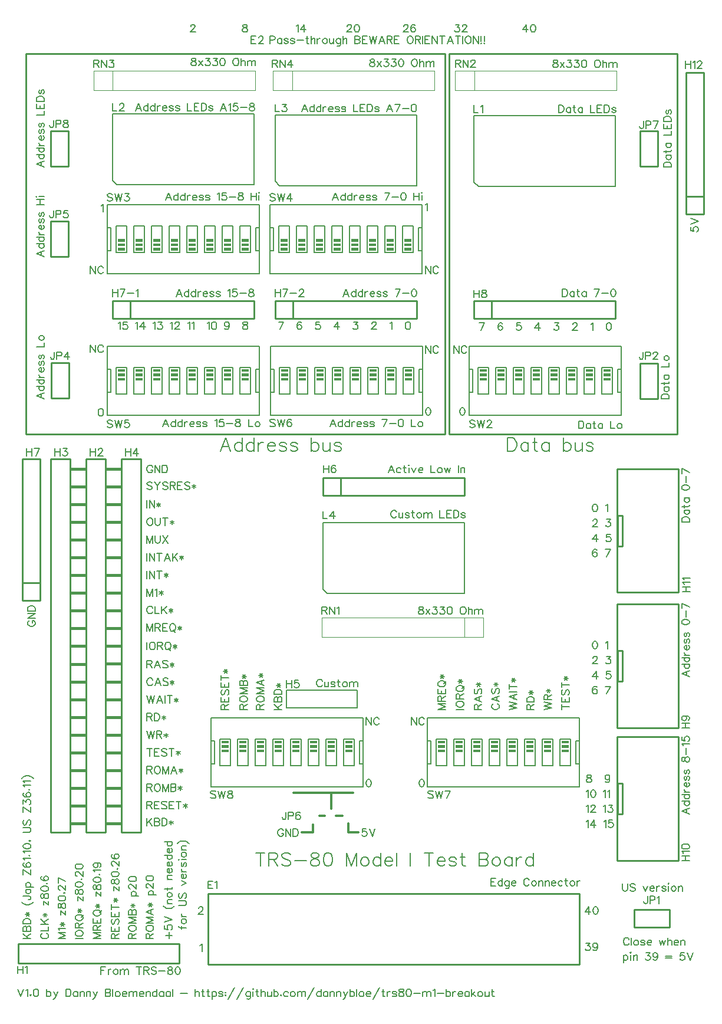
<source format=gto>
G04 Layer: TopSilkscreenLayer*
G04 EasyEDA v6.5.1, 2022-04-23 16:14:00*
G04 1ebaea4ae95649dd8011ffabadda3e85,10*
G04 Gerber Generator version 0.2*
G04 Scale: 100 percent, Rotated: No, Reflected: No *
G04 Dimensions in millimeters *
G04 leading zeros omitted , absolute positions ,4 integer and 5 decimal *
%FSLAX45Y45*%
%MOMM*%

%ADD10C,0.2540*%
%ADD12C,0.4000*%
%ADD26C,0.3000*%
%ADD27C,0.2032*%
%ADD28C,0.2030*%
%ADD29C,0.1778*%
%ADD30C,0.1200*%
%ADD31C,0.1524*%

%LPD*%
D31*
X1977643Y-7571056D02*
G01*
X1967229Y-7560642D01*
X1951736Y-7555562D01*
X1930907Y-7555562D01*
X1915413Y-7560642D01*
X1905000Y-7571056D01*
X1905000Y-7581470D01*
X1910079Y-7591884D01*
X1915413Y-7596964D01*
X1925827Y-7602298D01*
X1957070Y-7612712D01*
X1967229Y-7617792D01*
X1972563Y-7623126D01*
X1977643Y-7633286D01*
X1977643Y-7649034D01*
X1967229Y-7659448D01*
X1951736Y-7664528D01*
X1930907Y-7664528D01*
X1915413Y-7659448D01*
X1905000Y-7649034D01*
X2011934Y-7555562D02*
G01*
X2053589Y-7607378D01*
X2053589Y-7664528D01*
X2095245Y-7555562D02*
G01*
X2053589Y-7607378D01*
X2202179Y-7571056D02*
G01*
X2191765Y-7560642D01*
X2176271Y-7555562D01*
X2155443Y-7555562D01*
X2139950Y-7560642D01*
X2129536Y-7571056D01*
X2129536Y-7581470D01*
X2134615Y-7591884D01*
X2139950Y-7596964D01*
X2150109Y-7602298D01*
X2181352Y-7612712D01*
X2191765Y-7617792D01*
X2197100Y-7623126D01*
X2202179Y-7633286D01*
X2202179Y-7649034D01*
X2191765Y-7659448D01*
X2176271Y-7664528D01*
X2155443Y-7664528D01*
X2139950Y-7659448D01*
X2129536Y-7649034D01*
X2236470Y-7555562D02*
G01*
X2236470Y-7664528D01*
X2236470Y-7555562D02*
G01*
X2283205Y-7555562D01*
X2298700Y-7560642D01*
X2304034Y-7565976D01*
X2309113Y-7576136D01*
X2309113Y-7586550D01*
X2304034Y-7596964D01*
X2298700Y-7602298D01*
X2283205Y-7607378D01*
X2236470Y-7607378D01*
X2272791Y-7607378D02*
G01*
X2309113Y-7664528D01*
X2343404Y-7555562D02*
G01*
X2343404Y-7664528D01*
X2343404Y-7555562D02*
G01*
X2410968Y-7555562D01*
X2343404Y-7607378D02*
G01*
X2385059Y-7607378D01*
X2343404Y-7664528D02*
G01*
X2410968Y-7664528D01*
X2518155Y-7571056D02*
G01*
X2507741Y-7560642D01*
X2491993Y-7555562D01*
X2471420Y-7555562D01*
X2455671Y-7560642D01*
X2445257Y-7571056D01*
X2445257Y-7581470D01*
X2450591Y-7591884D01*
X2455671Y-7596964D01*
X2466086Y-7602298D01*
X2497327Y-7612712D01*
X2507741Y-7617792D01*
X2512821Y-7623126D01*
X2518155Y-7633286D01*
X2518155Y-7649034D01*
X2507741Y-7659448D01*
X2491993Y-7664528D01*
X2471420Y-7664528D01*
X2455671Y-7659448D01*
X2445257Y-7649034D01*
X2578354Y-7586550D02*
G01*
X2578354Y-7649034D01*
X2552445Y-7602298D02*
G01*
X2604261Y-7633286D01*
X2604261Y-7602298D02*
G01*
X2552445Y-7633286D01*
X1905000Y-7820070D02*
G01*
X1905000Y-7929036D01*
X1939289Y-7820070D02*
G01*
X1939289Y-7929036D01*
X1939289Y-7820070D02*
G01*
X2011934Y-7929036D01*
X2011934Y-7820070D02*
G01*
X2011934Y-7929036D01*
X2072386Y-7851058D02*
G01*
X2072386Y-7913542D01*
X2046223Y-7866806D02*
G01*
X2098293Y-7897794D01*
X2098293Y-7866806D02*
G01*
X2046223Y-7897794D01*
X1936241Y-8072975D02*
G01*
X1925827Y-8078055D01*
X1915413Y-8088469D01*
X1910079Y-8098883D01*
X1905000Y-8114377D01*
X1905000Y-8140539D01*
X1910079Y-8156033D01*
X1915413Y-8166447D01*
X1925827Y-8176861D01*
X1936241Y-8181941D01*
X1957070Y-8181941D01*
X1967229Y-8176861D01*
X1977643Y-8166447D01*
X1982977Y-8156033D01*
X1988057Y-8140539D01*
X1988057Y-8114377D01*
X1982977Y-8098883D01*
X1977643Y-8088469D01*
X1967229Y-8078055D01*
X1957070Y-8072975D01*
X1936241Y-8072975D01*
X2022347Y-8072975D02*
G01*
X2022347Y-8150699D01*
X2027681Y-8166447D01*
X2038095Y-8176861D01*
X2053589Y-8181941D01*
X2064004Y-8181941D01*
X2079497Y-8176861D01*
X2089911Y-8166447D01*
X2095245Y-8150699D01*
X2095245Y-8072975D01*
X2165857Y-8072975D02*
G01*
X2165857Y-8181941D01*
X2129536Y-8072975D02*
G01*
X2202179Y-8072975D01*
X2262377Y-8103963D02*
G01*
X2262377Y-8166447D01*
X2236470Y-8119711D02*
G01*
X2288539Y-8150699D01*
X2288539Y-8119711D02*
G01*
X2236470Y-8150699D01*
X1905000Y-8325878D02*
G01*
X1905000Y-8434844D01*
X1905000Y-8325878D02*
G01*
X1946655Y-8434844D01*
X1988057Y-8325878D02*
G01*
X1946655Y-8434844D01*
X1988057Y-8325878D02*
G01*
X1988057Y-8434844D01*
X2022347Y-8325878D02*
G01*
X2022347Y-8403602D01*
X2027681Y-8419350D01*
X2038095Y-8429764D01*
X2053589Y-8434844D01*
X2064004Y-8434844D01*
X2079497Y-8429764D01*
X2089911Y-8419350D01*
X2095245Y-8403602D01*
X2095245Y-8325878D01*
X2129536Y-8325878D02*
G01*
X2202179Y-8434844D01*
X2202179Y-8325878D02*
G01*
X2129536Y-8434844D01*
X1905000Y-8578783D02*
G01*
X1905000Y-8687749D01*
X1939289Y-8578783D02*
G01*
X1939289Y-8687749D01*
X1939289Y-8578783D02*
G01*
X2011934Y-8687749D01*
X2011934Y-8578783D02*
G01*
X2011934Y-8687749D01*
X2082800Y-8578783D02*
G01*
X2082800Y-8687749D01*
X2046223Y-8578783D02*
G01*
X2119121Y-8578783D01*
X2194813Y-8578783D02*
G01*
X2153411Y-8687749D01*
X2194813Y-8578783D02*
G01*
X2236470Y-8687749D01*
X2168905Y-8651427D02*
G01*
X2220975Y-8651427D01*
X2270759Y-8578783D02*
G01*
X2270759Y-8687749D01*
X2343404Y-8578783D02*
G01*
X2270759Y-8651427D01*
X2296668Y-8625519D02*
G01*
X2343404Y-8687749D01*
X2403855Y-8609771D02*
G01*
X2403855Y-8672255D01*
X2377693Y-8625519D02*
G01*
X2429763Y-8656507D01*
X2429763Y-8625519D02*
G01*
X2377693Y-8656507D01*
X1905000Y-8831686D02*
G01*
X1905000Y-8940652D01*
X1939289Y-8831686D02*
G01*
X1939289Y-8940652D01*
X1939289Y-8831686D02*
G01*
X2011934Y-8940652D01*
X2011934Y-8831686D02*
G01*
X2011934Y-8940652D01*
X2082800Y-8831686D02*
G01*
X2082800Y-8940652D01*
X2046223Y-8831686D02*
G01*
X2119121Y-8831686D01*
X2179320Y-8862674D02*
G01*
X2179320Y-8925158D01*
X2153411Y-8878422D02*
G01*
X2205227Y-8909410D01*
X2205227Y-8878422D02*
G01*
X2153411Y-8909410D01*
X1905000Y-9084591D02*
G01*
X1905000Y-9193557D01*
X1905000Y-9084591D02*
G01*
X1946655Y-9193557D01*
X1988057Y-9084591D02*
G01*
X1946655Y-9193557D01*
X1988057Y-9084591D02*
G01*
X1988057Y-9193557D01*
X2022347Y-9105165D02*
G01*
X2032761Y-9100085D01*
X2048509Y-9084591D01*
X2048509Y-9193557D01*
X2108707Y-9115579D02*
G01*
X2108707Y-9178063D01*
X2082800Y-9131327D02*
G01*
X2134615Y-9162315D01*
X2134615Y-9131327D02*
G01*
X2082800Y-9162315D01*
X1982856Y-9363402D02*
G01*
X1977776Y-9352988D01*
X1967362Y-9342574D01*
X1956948Y-9337494D01*
X1936120Y-9337494D01*
X1925706Y-9342574D01*
X1915292Y-9352988D01*
X1910212Y-9363402D01*
X1904878Y-9378896D01*
X1904878Y-9405058D01*
X1910212Y-9420552D01*
X1915292Y-9430966D01*
X1925706Y-9441380D01*
X1936120Y-9446460D01*
X1956948Y-9446460D01*
X1967362Y-9441380D01*
X1977776Y-9430966D01*
X1982856Y-9420552D01*
X2017146Y-9337494D02*
G01*
X2017146Y-9446460D01*
X2017146Y-9446460D02*
G01*
X2079630Y-9446460D01*
X2113920Y-9337494D02*
G01*
X2113920Y-9446460D01*
X2186564Y-9337494D02*
G01*
X2113920Y-9410138D01*
X2139828Y-9384230D02*
G01*
X2186564Y-9446460D01*
X2246762Y-9368482D02*
G01*
X2246762Y-9430966D01*
X2220854Y-9384230D02*
G01*
X2272924Y-9415218D01*
X2272924Y-9384230D02*
G01*
X2220854Y-9415218D01*
X1905000Y-9590399D02*
G01*
X1905000Y-9699365D01*
X1905000Y-9590399D02*
G01*
X1946655Y-9699365D01*
X1988057Y-9590399D02*
G01*
X1946655Y-9699365D01*
X1988057Y-9590399D02*
G01*
X1988057Y-9699365D01*
X2022347Y-9590399D02*
G01*
X2022347Y-9699365D01*
X2022347Y-9590399D02*
G01*
X2069084Y-9590399D01*
X2084831Y-9595479D01*
X2089911Y-9600813D01*
X2095245Y-9610973D01*
X2095245Y-9621387D01*
X2089911Y-9631801D01*
X2084831Y-9637135D01*
X2069084Y-9642215D01*
X2022347Y-9642215D01*
X2058670Y-9642215D02*
G01*
X2095245Y-9699365D01*
X2129536Y-9590399D02*
G01*
X2129536Y-9699365D01*
X2129536Y-9590399D02*
G01*
X2197100Y-9590399D01*
X2129536Y-9642215D02*
G01*
X2170938Y-9642215D01*
X2129536Y-9699365D02*
G01*
X2197100Y-9699365D01*
X2262377Y-9590399D02*
G01*
X2251963Y-9595479D01*
X2241550Y-9605893D01*
X2236470Y-9616307D01*
X2231389Y-9631801D01*
X2231389Y-9657963D01*
X2236470Y-9673457D01*
X2241550Y-9683871D01*
X2251963Y-9694285D01*
X2262377Y-9699365D01*
X2283205Y-9699365D01*
X2293620Y-9694285D01*
X2304034Y-9683871D01*
X2309113Y-9673457D01*
X2314447Y-9657963D01*
X2314447Y-9631801D01*
X2309113Y-9616307D01*
X2304034Y-9605893D01*
X2293620Y-9595479D01*
X2283205Y-9590399D01*
X2262377Y-9590399D01*
X2278125Y-9678537D02*
G01*
X2309113Y-9709779D01*
X2374645Y-9621387D02*
G01*
X2374645Y-9683871D01*
X2348738Y-9637135D02*
G01*
X2400554Y-9668123D01*
X2400554Y-9637135D02*
G01*
X2348738Y-9668123D01*
X1905000Y-9853714D02*
G01*
X1905000Y-9962680D01*
X1970531Y-9853714D02*
G01*
X1960118Y-9858794D01*
X1949704Y-9869208D01*
X1944370Y-9879622D01*
X1939289Y-9895116D01*
X1939289Y-9921278D01*
X1944370Y-9936772D01*
X1949704Y-9947186D01*
X1960118Y-9957600D01*
X1970531Y-9962680D01*
X1991359Y-9962680D01*
X2001520Y-9957600D01*
X2011934Y-9947186D01*
X2017268Y-9936772D01*
X2022347Y-9921278D01*
X2022347Y-9895116D01*
X2017268Y-9879622D01*
X2011934Y-9869208D01*
X2001520Y-9858794D01*
X1991359Y-9853714D01*
X1970531Y-9853714D01*
X2056638Y-9853714D02*
G01*
X2056638Y-9962680D01*
X2056638Y-9853714D02*
G01*
X2103373Y-9853714D01*
X2119121Y-9858794D01*
X2124202Y-9864128D01*
X2129536Y-9874288D01*
X2129536Y-9884702D01*
X2124202Y-9895116D01*
X2119121Y-9900450D01*
X2103373Y-9905530D01*
X2056638Y-9905530D01*
X2092959Y-9905530D02*
G01*
X2129536Y-9962680D01*
X2194813Y-9853714D02*
G01*
X2184400Y-9858794D01*
X2174239Y-9869208D01*
X2168905Y-9879622D01*
X2163825Y-9895116D01*
X2163825Y-9921278D01*
X2168905Y-9936772D01*
X2174239Y-9947186D01*
X2184400Y-9957600D01*
X2194813Y-9962680D01*
X2215641Y-9962680D01*
X2226055Y-9957600D01*
X2236470Y-9947186D01*
X2241550Y-9936772D01*
X2246884Y-9921278D01*
X2246884Y-9895116D01*
X2241550Y-9879622D01*
X2236470Y-9869208D01*
X2226055Y-9858794D01*
X2215641Y-9853714D01*
X2194813Y-9853714D01*
X2210561Y-9941852D02*
G01*
X2241550Y-9973094D01*
X2307081Y-9884702D02*
G01*
X2307081Y-9947186D01*
X2281173Y-9900450D02*
G01*
X2332989Y-9931438D01*
X2332989Y-9900450D02*
G01*
X2281173Y-9931438D01*
X1905000Y-10117030D02*
G01*
X1905000Y-10225996D01*
X1905000Y-10117030D02*
G01*
X1951736Y-10117030D01*
X1967229Y-10122110D01*
X1972563Y-10127444D01*
X1977643Y-10137604D01*
X1977643Y-10148018D01*
X1972563Y-10158432D01*
X1967229Y-10163766D01*
X1951736Y-10168846D01*
X1905000Y-10168846D01*
X1941321Y-10168846D02*
G01*
X1977643Y-10225996D01*
X2053589Y-10117030D02*
G01*
X2011934Y-10225996D01*
X2053589Y-10117030D02*
G01*
X2095245Y-10225996D01*
X2027681Y-10189674D02*
G01*
X2079497Y-10189674D01*
X2202179Y-10132524D02*
G01*
X2191765Y-10122110D01*
X2176271Y-10117030D01*
X2155443Y-10117030D01*
X2139950Y-10122110D01*
X2129536Y-10132524D01*
X2129536Y-10142938D01*
X2134615Y-10153352D01*
X2139950Y-10158432D01*
X2150109Y-10163766D01*
X2181352Y-10174180D01*
X2191765Y-10179260D01*
X2197100Y-10184594D01*
X2202179Y-10194754D01*
X2202179Y-10210502D01*
X2191765Y-10220916D01*
X2176271Y-10225996D01*
X2155443Y-10225996D01*
X2139950Y-10220916D01*
X2129536Y-10210502D01*
X2262377Y-10148018D02*
G01*
X2262377Y-10210502D01*
X2236470Y-10163766D02*
G01*
X2288539Y-10194754D01*
X2288539Y-10163766D02*
G01*
X2236470Y-10194754D01*
X1982977Y-10395841D02*
G01*
X1977643Y-10385427D01*
X1967229Y-10375013D01*
X1957070Y-10369933D01*
X1936241Y-10369933D01*
X1925827Y-10375013D01*
X1915413Y-10385427D01*
X1910079Y-10395841D01*
X1905000Y-10411335D01*
X1905000Y-10437497D01*
X1910079Y-10452991D01*
X1915413Y-10463405D01*
X1925827Y-10473819D01*
X1936241Y-10478899D01*
X1957070Y-10478899D01*
X1967229Y-10473819D01*
X1977643Y-10463405D01*
X1982977Y-10452991D01*
X2058670Y-10369933D02*
G01*
X2017268Y-10478899D01*
X2058670Y-10369933D02*
G01*
X2100325Y-10478899D01*
X2032761Y-10442577D02*
G01*
X2084831Y-10442577D01*
X2207259Y-10385427D02*
G01*
X2197100Y-10375013D01*
X2181352Y-10369933D01*
X2160523Y-10369933D01*
X2145029Y-10375013D01*
X2134615Y-10385427D01*
X2134615Y-10395841D01*
X2139950Y-10406255D01*
X2145029Y-10411335D01*
X2155443Y-10416669D01*
X2186686Y-10427083D01*
X2197100Y-10432163D01*
X2202179Y-10437497D01*
X2207259Y-10447657D01*
X2207259Y-10463405D01*
X2197100Y-10473819D01*
X2181352Y-10478899D01*
X2160523Y-10478899D01*
X2145029Y-10473819D01*
X2134615Y-10463405D01*
X2267711Y-10400921D02*
G01*
X2267711Y-10463405D01*
X2241550Y-10416669D02*
G01*
X2293620Y-10447657D01*
X2293620Y-10416669D02*
G01*
X2241550Y-10447657D01*
X1905000Y-10622838D02*
G01*
X1930907Y-10731804D01*
X1957070Y-10622838D02*
G01*
X1930907Y-10731804D01*
X1957070Y-10622838D02*
G01*
X1982977Y-10731804D01*
X2008886Y-10622838D02*
G01*
X1982977Y-10731804D01*
X2084831Y-10622838D02*
G01*
X2043175Y-10731804D01*
X2084831Y-10622838D02*
G01*
X2126234Y-10731804D01*
X2058670Y-10695482D02*
G01*
X2110739Y-10695482D01*
X2160523Y-10622838D02*
G01*
X2160523Y-10731804D01*
X2231389Y-10622838D02*
G01*
X2231389Y-10731804D01*
X2194813Y-10622838D02*
G01*
X2267711Y-10622838D01*
X2327909Y-10653826D02*
G01*
X2327909Y-10716310D01*
X2302002Y-10669574D02*
G01*
X2353818Y-10700562D01*
X2353818Y-10669574D02*
G01*
X2302002Y-10700562D01*
X1905000Y-10875741D02*
G01*
X1905000Y-10984707D01*
X1905000Y-10875741D02*
G01*
X1951736Y-10875741D01*
X1967229Y-10880821D01*
X1972563Y-10886155D01*
X1977643Y-10896315D01*
X1977643Y-10906729D01*
X1972563Y-10917143D01*
X1967229Y-10922477D01*
X1951736Y-10927557D01*
X1905000Y-10927557D01*
X1941321Y-10927557D02*
G01*
X1977643Y-10984707D01*
X2011934Y-10875741D02*
G01*
X2011934Y-10984707D01*
X2011934Y-10875741D02*
G01*
X2048509Y-10875741D01*
X2064004Y-10880821D01*
X2074418Y-10891235D01*
X2079497Y-10901649D01*
X2084831Y-10917143D01*
X2084831Y-10943305D01*
X2079497Y-10958799D01*
X2074418Y-10969213D01*
X2064004Y-10979627D01*
X2048509Y-10984707D01*
X2011934Y-10984707D01*
X2145029Y-10906729D02*
G01*
X2145029Y-10969213D01*
X2119121Y-10922477D02*
G01*
X2170938Y-10953465D01*
X2170938Y-10922477D02*
G01*
X2119121Y-10953465D01*
X1905000Y-11128646D02*
G01*
X1930907Y-11237612D01*
X1957070Y-11128646D02*
G01*
X1930907Y-11237612D01*
X1957070Y-11128646D02*
G01*
X1982977Y-11237612D01*
X2008886Y-11128646D02*
G01*
X1982977Y-11237612D01*
X2043175Y-11128646D02*
G01*
X2043175Y-11237612D01*
X2043175Y-11128646D02*
G01*
X2089911Y-11128646D01*
X2105659Y-11133726D01*
X2110739Y-11139060D01*
X2115820Y-11149220D01*
X2115820Y-11159634D01*
X2110739Y-11170048D01*
X2105659Y-11175382D01*
X2089911Y-11180462D01*
X2043175Y-11180462D01*
X2079497Y-11180462D02*
G01*
X2115820Y-11237612D01*
X2176271Y-11159634D02*
G01*
X2176271Y-11222118D01*
X2150109Y-11175382D02*
G01*
X2202179Y-11206370D01*
X2202179Y-11175382D02*
G01*
X2150109Y-11206370D01*
X1941321Y-11381549D02*
G01*
X1941321Y-11490515D01*
X1905000Y-11381549D02*
G01*
X1977643Y-11381549D01*
X2011934Y-11381549D02*
G01*
X2011934Y-11490515D01*
X2011934Y-11381549D02*
G01*
X2079497Y-11381549D01*
X2011934Y-11433365D02*
G01*
X2053589Y-11433365D01*
X2011934Y-11490515D02*
G01*
X2079497Y-11490515D01*
X2186686Y-11397043D02*
G01*
X2176271Y-11386629D01*
X2160523Y-11381549D01*
X2139950Y-11381549D01*
X2124202Y-11386629D01*
X2113788Y-11397043D01*
X2113788Y-11407457D01*
X2119121Y-11417871D01*
X2124202Y-11422951D01*
X2134615Y-11428285D01*
X2165857Y-11438699D01*
X2176271Y-11443779D01*
X2181352Y-11449113D01*
X2186686Y-11459273D01*
X2186686Y-11475021D01*
X2176271Y-11485435D01*
X2160523Y-11490515D01*
X2139950Y-11490515D01*
X2124202Y-11485435D01*
X2113788Y-11475021D01*
X2257297Y-11381549D02*
G01*
X2257297Y-11490515D01*
X2220975Y-11381549D02*
G01*
X2293620Y-11381549D01*
X2353818Y-11412537D02*
G01*
X2353818Y-11475021D01*
X2327909Y-11428285D02*
G01*
X2379979Y-11459273D01*
X2379979Y-11428285D02*
G01*
X2327909Y-11459273D01*
X1905000Y-11634454D02*
G01*
X1905000Y-11743420D01*
X1905000Y-11634454D02*
G01*
X1951736Y-11634454D01*
X1967229Y-11639534D01*
X1972563Y-11644868D01*
X1977643Y-11655028D01*
X1977643Y-11665442D01*
X1972563Y-11675856D01*
X1967229Y-11681190D01*
X1951736Y-11686270D01*
X1905000Y-11686270D01*
X1941321Y-11686270D02*
G01*
X1977643Y-11743420D01*
X2043175Y-11634454D02*
G01*
X2032761Y-11639534D01*
X2022347Y-11649948D01*
X2017268Y-11660362D01*
X2011934Y-11675856D01*
X2011934Y-11702018D01*
X2017268Y-11717512D01*
X2022347Y-11727926D01*
X2032761Y-11738340D01*
X2043175Y-11743420D01*
X2064004Y-11743420D01*
X2074418Y-11738340D01*
X2084831Y-11727926D01*
X2089911Y-11717512D01*
X2095245Y-11702018D01*
X2095245Y-11675856D01*
X2089911Y-11660362D01*
X2084831Y-11649948D01*
X2074418Y-11639534D01*
X2064004Y-11634454D01*
X2043175Y-11634454D01*
X2129536Y-11634454D02*
G01*
X2129536Y-11743420D01*
X2129536Y-11634454D02*
G01*
X2170938Y-11743420D01*
X2212593Y-11634454D02*
G01*
X2170938Y-11743420D01*
X2212593Y-11634454D02*
G01*
X2212593Y-11743420D01*
X2288539Y-11634454D02*
G01*
X2246884Y-11743420D01*
X2288539Y-11634454D02*
G01*
X2329941Y-11743420D01*
X2262377Y-11707098D02*
G01*
X2314447Y-11707098D01*
X2390139Y-11665442D02*
G01*
X2390139Y-11727926D01*
X2364231Y-11681190D02*
G01*
X2416302Y-11712178D01*
X2416302Y-11681190D02*
G01*
X2364231Y-11712178D01*
X1905000Y-11887357D02*
G01*
X1905000Y-11996323D01*
X1905000Y-11887357D02*
G01*
X1951736Y-11887357D01*
X1967229Y-11892437D01*
X1972563Y-11897771D01*
X1977643Y-11907931D01*
X1977643Y-11918345D01*
X1972563Y-11928759D01*
X1967229Y-11934093D01*
X1951736Y-11939173D01*
X1905000Y-11939173D01*
X1941321Y-11939173D02*
G01*
X1977643Y-11996323D01*
X2043175Y-11887357D02*
G01*
X2032761Y-11892437D01*
X2022347Y-11902851D01*
X2017268Y-11913265D01*
X2011934Y-11928759D01*
X2011934Y-11954921D01*
X2017268Y-11970415D01*
X2022347Y-11980829D01*
X2032761Y-11991243D01*
X2043175Y-11996323D01*
X2064004Y-11996323D01*
X2074418Y-11991243D01*
X2084831Y-11980829D01*
X2089911Y-11970415D01*
X2095245Y-11954921D01*
X2095245Y-11928759D01*
X2089911Y-11913265D01*
X2084831Y-11902851D01*
X2074418Y-11892437D01*
X2064004Y-11887357D01*
X2043175Y-11887357D01*
X2129536Y-11887357D02*
G01*
X2129536Y-11996323D01*
X2129536Y-11887357D02*
G01*
X2170938Y-11996323D01*
X2212593Y-11887357D02*
G01*
X2170938Y-11996323D01*
X2212593Y-11887357D02*
G01*
X2212593Y-11996323D01*
X2246884Y-11887357D02*
G01*
X2246884Y-11996323D01*
X2246884Y-11887357D02*
G01*
X2293620Y-11887357D01*
X2309113Y-11892437D01*
X2314447Y-11897771D01*
X2319527Y-11907931D01*
X2319527Y-11918345D01*
X2314447Y-11928759D01*
X2309113Y-11934093D01*
X2293620Y-11939173D01*
X2246884Y-11939173D02*
G01*
X2293620Y-11939173D01*
X2309113Y-11944507D01*
X2314447Y-11949587D01*
X2319527Y-11960001D01*
X2319527Y-11975495D01*
X2314447Y-11985909D01*
X2309113Y-11991243D01*
X2293620Y-11996323D01*
X2246884Y-11996323D01*
X2379979Y-11918345D02*
G01*
X2379979Y-11980829D01*
X2353818Y-11934093D02*
G01*
X2405888Y-11965081D01*
X2405888Y-11934093D02*
G01*
X2353818Y-11965081D01*
X1905000Y-12140262D02*
G01*
X1905000Y-12249228D01*
X1905000Y-12140262D02*
G01*
X1951736Y-12140262D01*
X1967229Y-12145342D01*
X1972563Y-12150676D01*
X1977643Y-12160836D01*
X1977643Y-12171250D01*
X1972563Y-12181664D01*
X1967229Y-12186998D01*
X1951736Y-12192078D01*
X1905000Y-12192078D01*
X1941321Y-12192078D02*
G01*
X1977643Y-12249228D01*
X2011934Y-12140262D02*
G01*
X2011934Y-12249228D01*
X2011934Y-12140262D02*
G01*
X2079497Y-12140262D01*
X2011934Y-12192078D02*
G01*
X2053589Y-12192078D01*
X2011934Y-12249228D02*
G01*
X2079497Y-12249228D01*
X2186686Y-12155756D02*
G01*
X2176271Y-12145342D01*
X2160523Y-12140262D01*
X2139950Y-12140262D01*
X2124202Y-12145342D01*
X2113788Y-12155756D01*
X2113788Y-12166170D01*
X2119121Y-12176584D01*
X2124202Y-12181664D01*
X2134615Y-12186998D01*
X2165857Y-12197412D01*
X2176271Y-12202492D01*
X2181352Y-12207826D01*
X2186686Y-12217986D01*
X2186686Y-12233734D01*
X2176271Y-12244148D01*
X2160523Y-12249228D01*
X2139950Y-12249228D01*
X2124202Y-12244148D01*
X2113788Y-12233734D01*
X2220975Y-12140262D02*
G01*
X2220975Y-12249228D01*
X2220975Y-12140262D02*
G01*
X2288539Y-12140262D01*
X2220975Y-12192078D02*
G01*
X2262377Y-12192078D01*
X2220975Y-12249228D02*
G01*
X2288539Y-12249228D01*
X2359152Y-12140262D02*
G01*
X2359152Y-12249228D01*
X2322829Y-12140262D02*
G01*
X2395473Y-12140262D01*
X2455671Y-12171250D02*
G01*
X2455671Y-12233734D01*
X2429763Y-12186998D02*
G01*
X2481579Y-12217986D01*
X2481579Y-12186998D02*
G01*
X2429763Y-12217986D01*
X1982977Y-7340170D02*
G01*
X1977643Y-7329756D01*
X1967229Y-7319342D01*
X1957070Y-7314262D01*
X1936241Y-7314262D01*
X1925827Y-7319342D01*
X1915413Y-7329756D01*
X1910079Y-7340170D01*
X1905000Y-7355664D01*
X1905000Y-7381826D01*
X1910079Y-7397320D01*
X1915413Y-7407734D01*
X1925827Y-7418148D01*
X1936241Y-7423228D01*
X1957070Y-7423228D01*
X1967229Y-7418148D01*
X1977643Y-7407734D01*
X1982977Y-7397320D01*
X1982977Y-7381826D01*
X1957070Y-7381826D02*
G01*
X1982977Y-7381826D01*
X2017268Y-7314262D02*
G01*
X2017268Y-7423228D01*
X2017268Y-7314262D02*
G01*
X2089911Y-7423228D01*
X2089911Y-7314262D02*
G01*
X2089911Y-7423228D01*
X2124202Y-7314262D02*
G01*
X2124202Y-7423228D01*
X2124202Y-7314262D02*
G01*
X2160523Y-7314262D01*
X2176271Y-7319342D01*
X2186686Y-7329756D01*
X2191765Y-7340170D01*
X2197100Y-7355664D01*
X2197100Y-7381826D01*
X2191765Y-7397320D01*
X2186686Y-7407734D01*
X2176271Y-7418148D01*
X2160523Y-7423228D01*
X2124202Y-7423228D01*
X2970862Y-10820400D02*
G01*
X3079828Y-10820400D01*
X2970862Y-10820400D02*
G01*
X2970862Y-10773664D01*
X2975942Y-10758170D01*
X2981276Y-10752836D01*
X2991436Y-10747756D01*
X3001850Y-10747756D01*
X3012264Y-10752836D01*
X3017598Y-10758170D01*
X3022678Y-10773664D01*
X3022678Y-10820400D01*
X3022678Y-10784078D02*
G01*
X3079828Y-10747756D01*
X2970862Y-10713466D02*
G01*
X3079828Y-10713466D01*
X2970862Y-10713466D02*
G01*
X2970862Y-10645902D01*
X3022678Y-10713466D02*
G01*
X3022678Y-10671810D01*
X3079828Y-10713466D02*
G01*
X3079828Y-10645902D01*
X2986356Y-10538714D02*
G01*
X2975942Y-10549128D01*
X2970862Y-10564876D01*
X2970862Y-10585450D01*
X2975942Y-10601198D01*
X2986356Y-10611612D01*
X2996770Y-10611612D01*
X3007184Y-10606278D01*
X3012264Y-10601198D01*
X3017598Y-10590784D01*
X3028012Y-10559542D01*
X3033092Y-10549128D01*
X3038426Y-10544048D01*
X3048586Y-10538714D01*
X3064334Y-10538714D01*
X3074748Y-10549128D01*
X3079828Y-10564876D01*
X3079828Y-10585450D01*
X3074748Y-10601198D01*
X3064334Y-10611612D01*
X2970862Y-10504424D02*
G01*
X3079828Y-10504424D01*
X2970862Y-10504424D02*
G01*
X2970862Y-10436860D01*
X3022678Y-10504424D02*
G01*
X3022678Y-10463022D01*
X3079828Y-10504424D02*
G01*
X3079828Y-10436860D01*
X2970862Y-10366248D02*
G01*
X3079828Y-10366248D01*
X2970862Y-10402570D02*
G01*
X2970862Y-10329926D01*
X3001850Y-10269728D02*
G01*
X3064334Y-10269728D01*
X3017598Y-10295636D02*
G01*
X3048586Y-10243820D01*
X3017598Y-10243820D02*
G01*
X3048586Y-10295636D01*
X3237562Y-10820400D02*
G01*
X3346528Y-10820400D01*
X3237562Y-10820400D02*
G01*
X3237562Y-10773664D01*
X3242642Y-10758170D01*
X3247976Y-10752836D01*
X3258136Y-10747756D01*
X3268550Y-10747756D01*
X3278964Y-10752836D01*
X3284298Y-10758170D01*
X3289378Y-10773664D01*
X3289378Y-10820400D01*
X3289378Y-10784078D02*
G01*
X3346528Y-10747756D01*
X3237562Y-10682224D02*
G01*
X3242642Y-10692638D01*
X3253056Y-10703052D01*
X3263470Y-10708132D01*
X3278964Y-10713466D01*
X3305126Y-10713466D01*
X3320620Y-10708132D01*
X3331034Y-10703052D01*
X3341448Y-10692638D01*
X3346528Y-10682224D01*
X3346528Y-10661396D01*
X3341448Y-10650982D01*
X3331034Y-10640568D01*
X3320620Y-10635488D01*
X3305126Y-10630154D01*
X3278964Y-10630154D01*
X3263470Y-10635488D01*
X3253056Y-10640568D01*
X3242642Y-10650982D01*
X3237562Y-10661396D01*
X3237562Y-10682224D01*
X3237562Y-10595864D02*
G01*
X3346528Y-10595864D01*
X3237562Y-10595864D02*
G01*
X3346528Y-10554462D01*
X3237562Y-10512806D02*
G01*
X3346528Y-10554462D01*
X3237562Y-10512806D02*
G01*
X3346528Y-10512806D01*
X3237562Y-10478516D02*
G01*
X3346528Y-10478516D01*
X3237562Y-10478516D02*
G01*
X3237562Y-10431780D01*
X3242642Y-10416286D01*
X3247976Y-10410952D01*
X3258136Y-10405872D01*
X3268550Y-10405872D01*
X3278964Y-10410952D01*
X3284298Y-10416286D01*
X3289378Y-10431780D01*
X3289378Y-10478516D02*
G01*
X3289378Y-10431780D01*
X3294712Y-10416286D01*
X3299792Y-10410952D01*
X3310206Y-10405872D01*
X3325700Y-10405872D01*
X3336114Y-10410952D01*
X3341448Y-10416286D01*
X3346528Y-10431780D01*
X3346528Y-10478516D01*
X3268550Y-10345420D02*
G01*
X3331034Y-10345420D01*
X3284298Y-10371582D02*
G01*
X3315286Y-10319512D01*
X3284298Y-10319512D02*
G01*
X3315286Y-10371582D01*
X3478862Y-10820400D02*
G01*
X3587828Y-10820400D01*
X3478862Y-10820400D02*
G01*
X3478862Y-10773664D01*
X3483942Y-10758170D01*
X3489276Y-10752836D01*
X3499436Y-10747756D01*
X3509850Y-10747756D01*
X3520264Y-10752836D01*
X3525598Y-10758170D01*
X3530678Y-10773664D01*
X3530678Y-10820400D01*
X3530678Y-10784078D02*
G01*
X3587828Y-10747756D01*
X3478862Y-10682224D02*
G01*
X3483942Y-10692638D01*
X3494356Y-10703052D01*
X3504770Y-10708132D01*
X3520264Y-10713466D01*
X3546426Y-10713466D01*
X3561920Y-10708132D01*
X3572334Y-10703052D01*
X3582748Y-10692638D01*
X3587828Y-10682224D01*
X3587828Y-10661396D01*
X3582748Y-10650982D01*
X3572334Y-10640568D01*
X3561920Y-10635488D01*
X3546426Y-10630154D01*
X3520264Y-10630154D01*
X3504770Y-10635488D01*
X3494356Y-10640568D01*
X3483942Y-10650982D01*
X3478862Y-10661396D01*
X3478862Y-10682224D01*
X3478862Y-10595864D02*
G01*
X3587828Y-10595864D01*
X3478862Y-10595864D02*
G01*
X3587828Y-10554462D01*
X3478862Y-10512806D02*
G01*
X3587828Y-10554462D01*
X3478862Y-10512806D02*
G01*
X3587828Y-10512806D01*
X3478862Y-10436860D02*
G01*
X3587828Y-10478516D01*
X3478862Y-10436860D02*
G01*
X3587828Y-10395458D01*
X3551506Y-10463022D02*
G01*
X3551506Y-10410952D01*
X3509850Y-10335260D02*
G01*
X3572334Y-10335260D01*
X3525598Y-10361168D02*
G01*
X3556586Y-10309098D01*
X3525598Y-10309098D02*
G01*
X3556586Y-10361168D01*
X6082362Y-10820397D02*
G01*
X6191328Y-10820397D01*
X6082362Y-10820397D02*
G01*
X6191328Y-10778741D01*
X6082362Y-10737339D02*
G01*
X6191328Y-10778741D01*
X6082362Y-10737339D02*
G01*
X6191328Y-10737339D01*
X6082362Y-10703049D02*
G01*
X6191328Y-10703049D01*
X6082362Y-10703049D02*
G01*
X6082362Y-10656313D01*
X6087442Y-10640565D01*
X6092776Y-10635485D01*
X6102936Y-10630151D01*
X6113350Y-10630151D01*
X6123764Y-10635485D01*
X6129098Y-10640565D01*
X6134178Y-10656313D01*
X6134178Y-10703049D01*
X6134178Y-10666727D02*
G01*
X6191328Y-10630151D01*
X6082362Y-10595861D02*
G01*
X6191328Y-10595861D01*
X6082362Y-10595861D02*
G01*
X6082362Y-10528297D01*
X6134178Y-10595861D02*
G01*
X6134178Y-10554459D01*
X6191328Y-10595861D02*
G01*
X6191328Y-10528297D01*
X6082362Y-10463019D02*
G01*
X6087442Y-10473433D01*
X6097856Y-10483847D01*
X6108270Y-10488927D01*
X6123764Y-10494007D01*
X6149926Y-10494007D01*
X6165420Y-10488927D01*
X6175834Y-10483847D01*
X6186248Y-10473433D01*
X6191328Y-10463019D01*
X6191328Y-10442191D01*
X6186248Y-10431777D01*
X6175834Y-10421363D01*
X6165420Y-10416283D01*
X6149926Y-10410949D01*
X6123764Y-10410949D01*
X6108270Y-10416283D01*
X6097856Y-10421363D01*
X6087442Y-10431777D01*
X6082362Y-10442191D01*
X6082362Y-10463019D01*
X6170500Y-10447271D02*
G01*
X6201742Y-10416283D01*
X6113350Y-10350751D02*
G01*
X6175834Y-10350751D01*
X6129098Y-10376659D02*
G01*
X6160086Y-10324843D01*
X6129098Y-10324843D02*
G01*
X6160086Y-10376659D01*
X6343794Y-10820397D02*
G01*
X6452760Y-10820397D01*
X6343794Y-10754865D02*
G01*
X6348874Y-10765279D01*
X6359288Y-10775693D01*
X6369702Y-10781027D01*
X6385196Y-10786107D01*
X6411358Y-10786107D01*
X6426852Y-10781027D01*
X6437266Y-10775693D01*
X6447680Y-10765279D01*
X6452760Y-10754865D01*
X6452760Y-10734037D01*
X6447680Y-10723877D01*
X6437266Y-10713463D01*
X6426852Y-10708129D01*
X6411358Y-10703049D01*
X6385196Y-10703049D01*
X6369702Y-10708129D01*
X6359288Y-10713463D01*
X6348874Y-10723877D01*
X6343794Y-10734037D01*
X6343794Y-10754865D01*
X6343794Y-10668759D02*
G01*
X6452760Y-10668759D01*
X6343794Y-10668759D02*
G01*
X6343794Y-10622023D01*
X6348874Y-10606275D01*
X6354208Y-10601195D01*
X6364368Y-10595861D01*
X6374782Y-10595861D01*
X6385196Y-10601195D01*
X6390530Y-10606275D01*
X6395610Y-10622023D01*
X6395610Y-10668759D01*
X6395610Y-10632437D02*
G01*
X6452760Y-10595861D01*
X6343794Y-10530583D02*
G01*
X6348874Y-10540997D01*
X6359288Y-10551157D01*
X6369702Y-10556491D01*
X6385196Y-10561571D01*
X6411358Y-10561571D01*
X6426852Y-10556491D01*
X6437266Y-10551157D01*
X6447680Y-10540997D01*
X6452760Y-10530583D01*
X6452760Y-10509755D01*
X6447680Y-10499341D01*
X6437266Y-10488927D01*
X6426852Y-10483847D01*
X6411358Y-10478513D01*
X6385196Y-10478513D01*
X6369702Y-10483847D01*
X6359288Y-10488927D01*
X6348874Y-10499341D01*
X6343794Y-10509755D01*
X6343794Y-10530583D01*
X6431932Y-10514835D02*
G01*
X6463174Y-10483847D01*
X6374782Y-10418315D02*
G01*
X6437266Y-10418315D01*
X6390530Y-10444223D02*
G01*
X6421518Y-10392407D01*
X6390530Y-10392407D02*
G01*
X6421518Y-10444223D01*
X6605226Y-10820397D02*
G01*
X6714192Y-10820397D01*
X6605226Y-10820397D02*
G01*
X6605226Y-10773661D01*
X6610306Y-10758167D01*
X6615640Y-10752833D01*
X6625800Y-10747753D01*
X6636214Y-10747753D01*
X6646628Y-10752833D01*
X6651962Y-10758167D01*
X6657042Y-10773661D01*
X6657042Y-10820397D01*
X6657042Y-10784075D02*
G01*
X6714192Y-10747753D01*
X6605226Y-10671807D02*
G01*
X6714192Y-10713463D01*
X6605226Y-10671807D02*
G01*
X6714192Y-10630151D01*
X6677870Y-10697715D02*
G01*
X6677870Y-10645899D01*
X6620720Y-10523217D02*
G01*
X6610306Y-10533631D01*
X6605226Y-10549125D01*
X6605226Y-10569953D01*
X6610306Y-10585447D01*
X6620720Y-10595861D01*
X6631134Y-10595861D01*
X6641548Y-10590781D01*
X6646628Y-10585447D01*
X6651962Y-10575287D01*
X6662376Y-10544045D01*
X6667456Y-10533631D01*
X6672790Y-10528297D01*
X6682950Y-10523217D01*
X6698698Y-10523217D01*
X6709112Y-10533631D01*
X6714192Y-10549125D01*
X6714192Y-10569953D01*
X6709112Y-10585447D01*
X6698698Y-10595861D01*
X6636214Y-10463019D02*
G01*
X6698698Y-10463019D01*
X6651962Y-10488927D02*
G01*
X6682950Y-10436857D01*
X6651962Y-10436857D02*
G01*
X6682950Y-10488927D01*
X6882163Y-10742419D02*
G01*
X6871749Y-10747753D01*
X6861335Y-10758167D01*
X6856255Y-10768327D01*
X6856255Y-10789155D01*
X6861335Y-10799569D01*
X6871749Y-10809983D01*
X6882163Y-10815317D01*
X6897657Y-10820397D01*
X6923819Y-10820397D01*
X6939313Y-10815317D01*
X6949727Y-10809983D01*
X6960141Y-10799569D01*
X6965221Y-10789155D01*
X6965221Y-10768327D01*
X6960141Y-10758167D01*
X6949727Y-10747753D01*
X6939313Y-10742419D01*
X6856255Y-10666727D02*
G01*
X6965221Y-10708129D01*
X6856255Y-10666727D02*
G01*
X6965221Y-10625071D01*
X6928899Y-10692635D02*
G01*
X6928899Y-10640565D01*
X6871749Y-10518137D02*
G01*
X6861335Y-10528297D01*
X6856255Y-10544045D01*
X6856255Y-10564873D01*
X6861335Y-10580367D01*
X6871749Y-10590781D01*
X6882163Y-10590781D01*
X6892577Y-10585447D01*
X6897657Y-10580367D01*
X6902991Y-10569953D01*
X6913405Y-10538711D01*
X6918485Y-10528297D01*
X6923819Y-10523217D01*
X6933979Y-10518137D01*
X6949727Y-10518137D01*
X6960141Y-10528297D01*
X6965221Y-10544045D01*
X6965221Y-10564873D01*
X6960141Y-10580367D01*
X6949727Y-10590781D01*
X6887243Y-10457685D02*
G01*
X6949727Y-10457685D01*
X6902991Y-10483847D02*
G01*
X6933979Y-10431777D01*
X6902991Y-10431777D02*
G01*
X6933979Y-10483847D01*
X7107280Y-10820397D02*
G01*
X7216246Y-10794489D01*
X7107280Y-10768327D02*
G01*
X7216246Y-10794489D01*
X7107280Y-10768327D02*
G01*
X7216246Y-10742419D01*
X7107280Y-10716511D02*
G01*
X7216246Y-10742419D01*
X7107280Y-10640565D02*
G01*
X7216246Y-10682221D01*
X7107280Y-10640565D02*
G01*
X7216246Y-10599163D01*
X7179924Y-10666727D02*
G01*
X7179924Y-10614657D01*
X7107280Y-10564873D02*
G01*
X7216246Y-10564873D01*
X7107280Y-10494007D02*
G01*
X7216246Y-10494007D01*
X7107280Y-10530583D02*
G01*
X7107280Y-10457685D01*
X7138268Y-10397487D02*
G01*
X7200752Y-10397487D01*
X7154016Y-10423395D02*
G01*
X7185004Y-10371579D01*
X7154016Y-10371579D02*
G01*
X7185004Y-10423395D01*
X7358308Y-10820397D02*
G01*
X7467274Y-10820397D01*
X7358308Y-10820397D02*
G01*
X7358308Y-10773661D01*
X7363388Y-10758167D01*
X7368722Y-10752833D01*
X7378882Y-10747753D01*
X7389296Y-10747753D01*
X7399710Y-10752833D01*
X7405044Y-10758167D01*
X7410124Y-10773661D01*
X7410124Y-10820397D01*
X7410124Y-10784075D02*
G01*
X7467274Y-10747753D01*
X7358308Y-10713463D02*
G01*
X7467274Y-10713463D01*
X7358308Y-10713463D02*
G01*
X7358308Y-10676887D01*
X7363388Y-10661393D01*
X7373802Y-10650979D01*
X7384216Y-10645899D01*
X7399710Y-10640565D01*
X7425872Y-10640565D01*
X7441366Y-10645899D01*
X7451780Y-10650979D01*
X7462194Y-10661393D01*
X7467274Y-10676887D01*
X7467274Y-10713463D01*
X7389296Y-10580367D02*
G01*
X7451780Y-10580367D01*
X7405044Y-10606275D02*
G01*
X7436032Y-10554459D01*
X7405044Y-10554459D02*
G01*
X7436032Y-10606275D01*
X7609334Y-10820397D02*
G01*
X7718300Y-10794489D01*
X7609334Y-10768327D02*
G01*
X7718300Y-10794489D01*
X7609334Y-10768327D02*
G01*
X7718300Y-10742419D01*
X7609334Y-10716511D02*
G01*
X7718300Y-10742419D01*
X7609334Y-10682221D02*
G01*
X7718300Y-10682221D01*
X7609334Y-10682221D02*
G01*
X7609334Y-10635485D01*
X7614414Y-10619737D01*
X7619748Y-10614657D01*
X7629908Y-10609577D01*
X7640322Y-10609577D01*
X7650736Y-10614657D01*
X7656070Y-10619737D01*
X7661150Y-10635485D01*
X7661150Y-10682221D01*
X7661150Y-10645899D02*
G01*
X7718300Y-10609577D01*
X7640322Y-10549125D02*
G01*
X7702806Y-10549125D01*
X7656070Y-10575287D02*
G01*
X7687058Y-10523217D01*
X7656070Y-10523217D02*
G01*
X7687058Y-10575287D01*
X7860362Y-10784078D02*
G01*
X7969328Y-10784078D01*
X7860362Y-10820400D02*
G01*
X7860362Y-10747756D01*
X7860362Y-10713466D02*
G01*
X7969328Y-10713466D01*
X7860362Y-10713466D02*
G01*
X7860362Y-10645902D01*
X7912178Y-10713466D02*
G01*
X7912178Y-10671810D01*
X7969328Y-10713466D02*
G01*
X7969328Y-10645902D01*
X7875856Y-10538714D02*
G01*
X7865442Y-10549128D01*
X7860362Y-10564876D01*
X7860362Y-10585450D01*
X7865442Y-10601198D01*
X7875856Y-10611612D01*
X7886270Y-10611612D01*
X7896684Y-10606278D01*
X7901764Y-10601198D01*
X7907098Y-10590784D01*
X7917512Y-10559542D01*
X7922592Y-10549128D01*
X7927926Y-10544048D01*
X7938086Y-10538714D01*
X7953834Y-10538714D01*
X7964248Y-10549128D01*
X7969328Y-10564876D01*
X7969328Y-10585450D01*
X7964248Y-10601198D01*
X7953834Y-10611612D01*
X7860362Y-10468102D02*
G01*
X7969328Y-10468102D01*
X7860362Y-10504424D02*
G01*
X7860362Y-10431780D01*
X7891350Y-10371582D02*
G01*
X7953834Y-10371582D01*
X7907098Y-10397490D02*
G01*
X7938086Y-10345420D01*
X7907098Y-10345420D02*
G01*
X7938086Y-10397490D01*
X2666997Y-14205534D02*
G01*
X2677411Y-14200454D01*
X2692905Y-14184960D01*
X2692905Y-14293926D01*
X2646677Y-13677468D02*
G01*
X2646677Y-13672134D01*
X2652011Y-13661974D01*
X2657091Y-13656640D01*
X2667505Y-13651560D01*
X2688333Y-13651560D01*
X2698747Y-13656640D01*
X2703827Y-13661974D01*
X2709161Y-13672134D01*
X2709161Y-13682548D01*
X2703827Y-13692962D01*
X2693667Y-13708710D01*
X2641597Y-13760526D01*
X2714241Y-13760526D01*
X8253473Y-13651562D02*
G01*
X8201403Y-13724206D01*
X8279381Y-13724206D01*
X8253473Y-13651562D02*
G01*
X8253473Y-13760528D01*
X8344913Y-13651562D02*
G01*
X8329165Y-13656642D01*
X8318751Y-13672136D01*
X8313671Y-13698298D01*
X8313671Y-13713792D01*
X8318751Y-13739700D01*
X8329165Y-13755448D01*
X8344913Y-13760528D01*
X8355073Y-13760528D01*
X8370821Y-13755448D01*
X8381235Y-13739700D01*
X8386315Y-13713792D01*
X8386315Y-13698298D01*
X8381235Y-13672136D01*
X8370821Y-13656642D01*
X8355073Y-13651562D01*
X8344913Y-13651562D01*
X8211817Y-14172262D02*
G01*
X8268967Y-14172262D01*
X8237725Y-14213664D01*
X8253473Y-14213664D01*
X8263633Y-14218998D01*
X8268967Y-14224078D01*
X8274047Y-14239826D01*
X8274047Y-14249986D01*
X8268967Y-14265734D01*
X8258553Y-14276148D01*
X8243059Y-14281228D01*
X8227311Y-14281228D01*
X8211817Y-14276148D01*
X8206483Y-14270814D01*
X8201403Y-14260400D01*
X8375901Y-14208584D02*
G01*
X8370821Y-14224078D01*
X8360407Y-14234492D01*
X8344913Y-14239826D01*
X8339579Y-14239826D01*
X8324085Y-14234492D01*
X8313671Y-14224078D01*
X8308337Y-14208584D01*
X8308337Y-14203250D01*
X8313671Y-14187756D01*
X8324085Y-14177342D01*
X8339579Y-14172262D01*
X8344913Y-14172262D01*
X8360407Y-14177342D01*
X8370821Y-14187756D01*
X8375901Y-14208584D01*
X8375901Y-14234492D01*
X8370821Y-14260400D01*
X8360407Y-14276148D01*
X8344913Y-14281228D01*
X8334499Y-14281228D01*
X8318751Y-14276148D01*
X8313671Y-14265734D01*
X8828277Y-14121970D02*
G01*
X8822943Y-14111556D01*
X8812529Y-14101142D01*
X8802370Y-14096062D01*
X8781541Y-14096062D01*
X8771127Y-14101142D01*
X8760713Y-14111556D01*
X8755379Y-14121970D01*
X8750300Y-14137464D01*
X8750300Y-14163626D01*
X8755379Y-14179120D01*
X8760713Y-14189534D01*
X8771127Y-14199948D01*
X8781541Y-14205028D01*
X8802370Y-14205028D01*
X8812529Y-14199948D01*
X8822943Y-14189534D01*
X8828277Y-14179120D01*
X8862568Y-14096062D02*
G01*
X8862568Y-14205028D01*
X8922765Y-14132384D02*
G01*
X8912352Y-14137464D01*
X8901938Y-14147878D01*
X8896857Y-14163626D01*
X8896857Y-14173786D01*
X8901938Y-14189534D01*
X8912352Y-14199948D01*
X8922765Y-14205028D01*
X8938259Y-14205028D01*
X8948673Y-14199948D01*
X8959088Y-14189534D01*
X8964421Y-14173786D01*
X8964421Y-14163626D01*
X8959088Y-14147878D01*
X8948673Y-14137464D01*
X8938259Y-14132384D01*
X8922765Y-14132384D01*
X9055861Y-14147878D02*
G01*
X9050527Y-14137464D01*
X9035034Y-14132384D01*
X9019539Y-14132384D01*
X9003791Y-14137464D01*
X8998711Y-14147878D01*
X9003791Y-14158292D01*
X9014205Y-14163626D01*
X9040113Y-14168706D01*
X9050527Y-14173786D01*
X9055861Y-14184200D01*
X9055861Y-14189534D01*
X9050527Y-14199948D01*
X9035034Y-14205028D01*
X9019539Y-14205028D01*
X9003791Y-14199948D01*
X8998711Y-14189534D01*
X9090152Y-14163626D02*
G01*
X9152381Y-14163626D01*
X9152381Y-14153212D01*
X9147302Y-14142798D01*
X9141968Y-14137464D01*
X9131554Y-14132384D01*
X9116059Y-14132384D01*
X9105645Y-14137464D01*
X9095231Y-14147878D01*
X9090152Y-14163626D01*
X9090152Y-14173786D01*
X9095231Y-14189534D01*
X9105645Y-14199948D01*
X9116059Y-14205028D01*
X9131554Y-14205028D01*
X9141968Y-14199948D01*
X9152381Y-14189534D01*
X9266681Y-14132384D02*
G01*
X9287509Y-14205028D01*
X9308338Y-14132384D02*
G01*
X9287509Y-14205028D01*
X9308338Y-14132384D02*
G01*
X9329165Y-14205028D01*
X9349739Y-14132384D02*
G01*
X9329165Y-14205028D01*
X9384029Y-14096062D02*
G01*
X9384029Y-14205028D01*
X9384029Y-14153212D02*
G01*
X9399777Y-14137464D01*
X9410191Y-14132384D01*
X9425686Y-14132384D01*
X9436100Y-14137464D01*
X9441179Y-14153212D01*
X9441179Y-14205028D01*
X9475470Y-14163626D02*
G01*
X9537954Y-14163626D01*
X9537954Y-14153212D01*
X9532620Y-14142798D01*
X9527539Y-14137464D01*
X9517125Y-14132384D01*
X9501631Y-14132384D01*
X9491218Y-14137464D01*
X9480804Y-14147878D01*
X9475470Y-14163626D01*
X9475470Y-14173786D01*
X9480804Y-14189534D01*
X9491218Y-14199948D01*
X9501631Y-14205028D01*
X9517125Y-14205028D01*
X9527539Y-14199948D01*
X9537954Y-14189534D01*
X9572243Y-14132384D02*
G01*
X9572243Y-14205028D01*
X9572243Y-14153212D02*
G01*
X9587738Y-14137464D01*
X9598152Y-14132384D01*
X9613900Y-14132384D01*
X9624059Y-14137464D01*
X9629393Y-14153212D01*
X9629393Y-14205028D01*
X8750300Y-14348284D02*
G01*
X8750300Y-14457250D01*
X8750300Y-14363778D02*
G01*
X8760713Y-14353364D01*
X8771127Y-14348284D01*
X8786621Y-14348284D01*
X8797036Y-14353364D01*
X8807450Y-14363778D01*
X8812529Y-14379526D01*
X8812529Y-14389686D01*
X8807450Y-14405434D01*
X8797036Y-14415848D01*
X8786621Y-14420928D01*
X8771127Y-14420928D01*
X8760713Y-14415848D01*
X8750300Y-14405434D01*
X8846820Y-14311962D02*
G01*
X8852154Y-14317042D01*
X8857234Y-14311962D01*
X8852154Y-14306628D01*
X8846820Y-14311962D01*
X8852154Y-14348284D02*
G01*
X8852154Y-14420928D01*
X8891523Y-14348284D02*
G01*
X8891523Y-14420928D01*
X8891523Y-14369112D02*
G01*
X8907271Y-14353364D01*
X8917686Y-14348284D01*
X8933179Y-14348284D01*
X8943593Y-14353364D01*
X8948673Y-14369112D01*
X8948673Y-14420928D01*
X9073388Y-14311962D02*
G01*
X9130538Y-14311962D01*
X9099550Y-14353364D01*
X9115043Y-14353364D01*
X9125457Y-14358698D01*
X9130538Y-14363778D01*
X9135871Y-14379526D01*
X9135871Y-14389686D01*
X9130538Y-14405434D01*
X9120123Y-14415848D01*
X9104629Y-14420928D01*
X9089136Y-14420928D01*
X9073388Y-14415848D01*
X9068307Y-14410514D01*
X9062973Y-14400100D01*
X9237725Y-14348284D02*
G01*
X9232391Y-14363778D01*
X9221977Y-14374192D01*
X9206484Y-14379526D01*
X9201150Y-14379526D01*
X9185655Y-14374192D01*
X9175241Y-14363778D01*
X9170161Y-14348284D01*
X9170161Y-14342950D01*
X9175241Y-14327456D01*
X9185655Y-14317042D01*
X9201150Y-14311962D01*
X9206484Y-14311962D01*
X9221977Y-14317042D01*
X9232391Y-14327456D01*
X9237725Y-14348284D01*
X9237725Y-14374192D01*
X9232391Y-14400100D01*
X9221977Y-14415848D01*
X9206484Y-14420928D01*
X9196070Y-14420928D01*
X9180575Y-14415848D01*
X9175241Y-14405434D01*
X9352025Y-14358698D02*
G01*
X9445497Y-14358698D01*
X9352025Y-14389686D02*
G01*
X9445497Y-14389686D01*
X9622027Y-14311962D02*
G01*
X9570211Y-14311962D01*
X9564877Y-14358698D01*
X9570211Y-14353364D01*
X9585705Y-14348284D01*
X9601200Y-14348284D01*
X9616947Y-14353364D01*
X9627361Y-14363778D01*
X9632441Y-14379526D01*
X9632441Y-14389686D01*
X9627361Y-14405434D01*
X9616947Y-14415848D01*
X9601200Y-14420928D01*
X9585705Y-14420928D01*
X9570211Y-14415848D01*
X9564877Y-14410514D01*
X9559797Y-14400100D01*
X9666731Y-14311962D02*
G01*
X9708388Y-14420928D01*
X9749789Y-14311962D02*
G01*
X9708388Y-14420928D01*
X1495188Y-5277357D02*
G01*
X1505602Y-5272278D01*
X1521096Y-5256784D01*
X1521096Y-5365750D01*
X1617870Y-5256784D02*
G01*
X1565800Y-5256784D01*
X1560720Y-5303520D01*
X1565800Y-5298186D01*
X1581548Y-5293106D01*
X1597042Y-5293106D01*
X1612536Y-5298186D01*
X1622950Y-5308600D01*
X1628284Y-5324348D01*
X1628284Y-5334507D01*
X1622950Y-5350256D01*
X1612536Y-5360670D01*
X1597042Y-5365750D01*
X1581548Y-5365750D01*
X1565800Y-5360670D01*
X1560720Y-5355336D01*
X1555386Y-5344922D01*
X1742584Y-5277357D02*
G01*
X1752998Y-5272278D01*
X1768492Y-5256784D01*
X1768492Y-5365750D01*
X1854598Y-5256784D02*
G01*
X1802782Y-5329428D01*
X1880760Y-5329428D01*
X1854598Y-5256784D02*
G01*
X1854598Y-5365750D01*
X1995060Y-5277357D02*
G01*
X2005474Y-5272278D01*
X2020968Y-5256784D01*
X2020968Y-5365750D01*
X2065672Y-5256784D02*
G01*
X2122822Y-5256784D01*
X2091580Y-5298186D01*
X2107328Y-5298186D01*
X2117488Y-5303520D01*
X2122822Y-5308600D01*
X2127902Y-5324348D01*
X2127902Y-5334507D01*
X2122822Y-5350256D01*
X2112408Y-5360670D01*
X2096914Y-5365750D01*
X2081166Y-5365750D01*
X2065672Y-5360670D01*
X2060338Y-5355336D01*
X2055258Y-5344922D01*
X2242202Y-5277357D02*
G01*
X2252616Y-5272278D01*
X2268364Y-5256784D01*
X2268364Y-5365750D01*
X2307734Y-5282692D02*
G01*
X2307734Y-5277357D01*
X2313068Y-5267198D01*
X2318148Y-5261864D01*
X2328562Y-5256784D01*
X2349390Y-5256784D01*
X2359804Y-5261864D01*
X2364884Y-5267198D01*
X2370218Y-5277357D01*
X2370218Y-5287772D01*
X2364884Y-5298186D01*
X2354470Y-5313934D01*
X2302654Y-5365750D01*
X2375298Y-5365750D01*
X2489598Y-5277357D02*
G01*
X2500012Y-5272278D01*
X2515506Y-5256784D01*
X2515506Y-5365750D01*
X2549796Y-5277357D02*
G01*
X2560210Y-5272278D01*
X2575958Y-5256784D01*
X2575958Y-5365750D01*
X2770268Y-5277357D02*
G01*
X2780428Y-5272278D01*
X2796176Y-5256784D01*
X2796176Y-5365750D01*
X2861708Y-5256784D02*
G01*
X2845960Y-5261864D01*
X2835546Y-5277357D01*
X2830466Y-5303520D01*
X2830466Y-5319014D01*
X2835546Y-5344922D01*
X2845960Y-5360670D01*
X2861708Y-5365750D01*
X2871868Y-5365750D01*
X2887616Y-5360670D01*
X2898030Y-5344922D01*
X2903110Y-5319014D01*
X2903110Y-5303520D01*
X2898030Y-5277357D01*
X2887616Y-5261864D01*
X2871868Y-5256784D01*
X2861708Y-5256784D01*
X3084974Y-5293106D02*
G01*
X3079894Y-5308600D01*
X3069480Y-5319014D01*
X3053732Y-5324348D01*
X3048652Y-5324348D01*
X3033158Y-5319014D01*
X3022744Y-5308600D01*
X3017410Y-5293106D01*
X3017410Y-5287772D01*
X3022744Y-5272278D01*
X3033158Y-5261864D01*
X3048652Y-5256784D01*
X3053732Y-5256784D01*
X3069480Y-5261864D01*
X3079894Y-5272278D01*
X3084974Y-5293106D01*
X3084974Y-5319014D01*
X3079894Y-5344922D01*
X3069480Y-5360670D01*
X3053732Y-5365750D01*
X3043318Y-5365750D01*
X3027824Y-5360670D01*
X3022744Y-5350256D01*
X3305192Y-5256784D02*
G01*
X3289698Y-5261864D01*
X3284618Y-5272278D01*
X3284618Y-5282692D01*
X3289698Y-5293106D01*
X3300112Y-5298186D01*
X3320940Y-5303520D01*
X3336434Y-5308600D01*
X3346848Y-5319014D01*
X3351928Y-5329428D01*
X3351928Y-5344922D01*
X3346848Y-5355336D01*
X3341768Y-5360670D01*
X3326020Y-5365750D01*
X3305192Y-5365750D01*
X3289698Y-5360670D01*
X3284618Y-5355336D01*
X3279284Y-5344922D01*
X3279284Y-5329428D01*
X3284618Y-5319014D01*
X3294778Y-5308600D01*
X3310526Y-5303520D01*
X3331354Y-5298186D01*
X3341768Y-5293106D01*
X3346848Y-5282692D01*
X3346848Y-5272278D01*
X3341768Y-5261864D01*
X3326020Y-5256784D01*
X3305192Y-5256784D01*
X3866532Y-5256784D02*
G01*
X3814716Y-5365750D01*
X3793888Y-5256784D02*
G01*
X3866532Y-5256784D01*
X4123326Y-5272278D02*
G01*
X4117992Y-5261864D01*
X4102498Y-5256784D01*
X4092084Y-5256784D01*
X4076590Y-5261864D01*
X4066176Y-5277357D01*
X4060842Y-5303520D01*
X4060842Y-5329428D01*
X4066176Y-5350256D01*
X4076590Y-5360670D01*
X4092084Y-5365750D01*
X4097418Y-5365750D01*
X4112912Y-5360670D01*
X4123326Y-5350256D01*
X4128406Y-5334507D01*
X4128406Y-5329428D01*
X4123326Y-5313934D01*
X4112912Y-5303520D01*
X4097418Y-5298186D01*
X4092084Y-5298186D01*
X4076590Y-5303520D01*
X4066176Y-5313934D01*
X4060842Y-5329428D01*
X4385200Y-5256784D02*
G01*
X4333130Y-5256784D01*
X4328050Y-5303520D01*
X4333130Y-5298186D01*
X4348878Y-5293106D01*
X4364372Y-5293106D01*
X4379866Y-5298186D01*
X4390280Y-5308600D01*
X4395614Y-5324348D01*
X4395614Y-5334507D01*
X4390280Y-5350256D01*
X4379866Y-5360670D01*
X4364372Y-5365750D01*
X4348878Y-5365750D01*
X4333130Y-5360670D01*
X4328050Y-5355336D01*
X4322716Y-5344922D01*
X4641740Y-5256784D02*
G01*
X4589924Y-5329428D01*
X4667648Y-5329428D01*
X4641740Y-5256784D02*
G01*
X4641740Y-5365750D01*
X4872372Y-5256784D02*
G01*
X4929522Y-5256784D01*
X4898534Y-5298186D01*
X4914028Y-5298186D01*
X4924442Y-5303520D01*
X4929522Y-5308600D01*
X4934856Y-5324348D01*
X4934856Y-5334507D01*
X4929522Y-5350256D01*
X4919108Y-5360670D01*
X4903614Y-5365750D01*
X4888120Y-5365750D01*
X4872372Y-5360670D01*
X4867292Y-5355336D01*
X4861958Y-5344922D01*
X5134246Y-5282692D02*
G01*
X5134246Y-5277357D01*
X5139580Y-5267198D01*
X5144660Y-5261864D01*
X5155074Y-5256784D01*
X5175902Y-5256784D01*
X5186316Y-5261864D01*
X5191396Y-5267198D01*
X5196730Y-5277357D01*
X5196730Y-5287772D01*
X5191396Y-5298186D01*
X5180982Y-5313934D01*
X5129166Y-5365750D01*
X5201810Y-5365750D01*
X5396120Y-5277357D02*
G01*
X5406534Y-5272278D01*
X5422028Y-5256784D01*
X5422028Y-5365750D01*
X5647580Y-5256784D02*
G01*
X5632086Y-5261864D01*
X5621672Y-5277357D01*
X5616338Y-5303520D01*
X5616338Y-5319014D01*
X5621672Y-5344922D01*
X5632086Y-5360670D01*
X5647580Y-5365750D01*
X5657994Y-5365750D01*
X5673488Y-5360670D01*
X5683902Y-5344922D01*
X5689236Y-5319014D01*
X5689236Y-5303520D01*
X5683902Y-5277357D01*
X5673488Y-5261864D01*
X5657994Y-5256784D01*
X5647580Y-5256784D01*
X1092207Y-5587060D02*
G01*
X1092207Y-5696026D01*
X1092207Y-5587060D02*
G01*
X1164851Y-5696026D01*
X1164851Y-5587060D02*
G01*
X1164851Y-5696026D01*
X1277119Y-5612968D02*
G01*
X1272039Y-5602554D01*
X1261625Y-5592140D01*
X1251211Y-5587060D01*
X1230383Y-5587060D01*
X1219969Y-5592140D01*
X1209555Y-5602554D01*
X1204475Y-5612968D01*
X1199141Y-5628462D01*
X1199141Y-5654624D01*
X1204475Y-5670118D01*
X1209555Y-5680532D01*
X1219969Y-5690946D01*
X1230383Y-5696026D01*
X1251211Y-5696026D01*
X1261625Y-5690946D01*
X1272039Y-5680532D01*
X1277119Y-5670118D01*
X1235715Y-6501460D02*
G01*
X1219967Y-6506540D01*
X1209553Y-6522034D01*
X1204473Y-6548196D01*
X1204473Y-6563690D01*
X1209553Y-6589598D01*
X1219967Y-6605346D01*
X1235715Y-6610426D01*
X1246129Y-6610426D01*
X1261623Y-6605346D01*
X1272037Y-6589598D01*
X1277117Y-6563690D01*
X1277117Y-6548196D01*
X1272037Y-6522034D01*
X1261623Y-6506540D01*
X1246129Y-6501460D01*
X1235715Y-6501460D01*
X5905507Y-5599760D02*
G01*
X5905507Y-5708726D01*
X5905507Y-5599760D02*
G01*
X5978151Y-5708726D01*
X5978151Y-5599760D02*
G01*
X5978151Y-5708726D01*
X6090419Y-5625668D02*
G01*
X6085339Y-5615254D01*
X6074925Y-5604840D01*
X6064511Y-5599760D01*
X6043683Y-5599760D01*
X6033269Y-5604840D01*
X6022855Y-5615254D01*
X6017775Y-5625668D01*
X6012441Y-5641162D01*
X6012441Y-5667324D01*
X6017775Y-5682818D01*
X6022855Y-5693232D01*
X6033269Y-5703646D01*
X6043683Y-5708726D01*
X6064511Y-5708726D01*
X6074925Y-5703646D01*
X6085339Y-5693232D01*
X6090419Y-5682818D01*
X5936749Y-6488760D02*
G01*
X5921001Y-6493840D01*
X5910587Y-6509334D01*
X5905507Y-6535496D01*
X5905507Y-6550990D01*
X5910587Y-6576898D01*
X5921001Y-6592646D01*
X5936749Y-6597726D01*
X5947163Y-6597726D01*
X5962657Y-6592646D01*
X5973071Y-6576898D01*
X5978151Y-6550990D01*
X5978151Y-6535496D01*
X5973071Y-6509334D01*
X5962657Y-6493840D01*
X5947163Y-6488760D01*
X5936749Y-6488760D01*
X5905500Y-4456760D02*
G01*
X5905500Y-4565726D01*
X5905500Y-4456760D02*
G01*
X5978143Y-4565726D01*
X5978143Y-4456760D02*
G01*
X5978143Y-4565726D01*
X6090411Y-4482668D02*
G01*
X6085331Y-4472254D01*
X6074918Y-4461840D01*
X6064504Y-4456760D01*
X6043675Y-4456760D01*
X6033261Y-4461840D01*
X6022847Y-4472254D01*
X6017768Y-4482668D01*
X6012434Y-4498162D01*
X6012434Y-4524324D01*
X6017768Y-4539818D01*
X6022847Y-4550232D01*
X6033261Y-4560646D01*
X6043675Y-4565726D01*
X6064504Y-4565726D01*
X6074918Y-4560646D01*
X6085331Y-4550232D01*
X6090411Y-4539818D01*
X5905500Y-3575634D02*
G01*
X5915913Y-3570554D01*
X5931407Y-3555060D01*
X5931407Y-3664026D01*
X1092200Y-4456760D02*
G01*
X1092200Y-4565726D01*
X1092200Y-4456760D02*
G01*
X1164843Y-4565726D01*
X1164843Y-4456760D02*
G01*
X1164843Y-4565726D01*
X1277111Y-4482668D02*
G01*
X1272031Y-4472254D01*
X1261618Y-4461840D01*
X1251204Y-4456760D01*
X1230375Y-4456760D01*
X1219961Y-4461840D01*
X1209547Y-4472254D01*
X1204467Y-4482668D01*
X1199134Y-4498162D01*
X1199134Y-4524324D01*
X1204467Y-4539818D01*
X1209547Y-4550232D01*
X1219961Y-4560646D01*
X1230375Y-4565726D01*
X1251204Y-4565726D01*
X1261618Y-4560646D01*
X1272031Y-4550232D01*
X1277111Y-4539818D01*
X1251211Y-3588334D02*
G01*
X1261625Y-3583254D01*
X1277119Y-3567760D01*
X1277119Y-3676726D01*
X6311907Y-5599760D02*
G01*
X6311907Y-5708726D01*
X6311907Y-5599760D02*
G01*
X6384551Y-5708726D01*
X6384551Y-5599760D02*
G01*
X6384551Y-5708726D01*
X6496819Y-5625668D02*
G01*
X6491739Y-5615254D01*
X6481325Y-5604840D01*
X6470911Y-5599760D01*
X6450083Y-5599760D01*
X6439669Y-5604840D01*
X6429255Y-5615254D01*
X6424175Y-5625668D01*
X6418841Y-5641162D01*
X6418841Y-5667324D01*
X6424175Y-5682818D01*
X6429255Y-5693232D01*
X6439669Y-5703646D01*
X6450083Y-5708726D01*
X6470911Y-5708726D01*
X6481325Y-5703646D01*
X6491739Y-5693232D01*
X6496819Y-5682818D01*
X6432049Y-6488760D02*
G01*
X6416301Y-6493840D01*
X6405887Y-6509334D01*
X6400807Y-6535496D01*
X6400807Y-6550990D01*
X6405887Y-6576898D01*
X6416301Y-6592646D01*
X6432049Y-6597726D01*
X6442463Y-6597726D01*
X6457957Y-6592646D01*
X6468371Y-6576898D01*
X6473451Y-6550990D01*
X6473451Y-6535496D01*
X6468371Y-6509334D01*
X6457957Y-6493840D01*
X6442463Y-6488760D01*
X6432049Y-6488760D01*
X2532379Y-1015570D02*
G01*
X2532379Y-1010236D01*
X2537713Y-1000076D01*
X2542793Y-994742D01*
X2553207Y-989662D01*
X2574036Y-989662D01*
X2584450Y-994742D01*
X2589529Y-1000076D01*
X2594863Y-1010236D01*
X2594863Y-1020650D01*
X2589529Y-1031064D01*
X2579370Y-1046812D01*
X2527300Y-1098628D01*
X2599943Y-1098628D01*
X7354570Y-989662D02*
G01*
X7302500Y-1062306D01*
X7380477Y-1062306D01*
X7354570Y-989662D02*
G01*
X7354570Y-1098628D01*
X7446009Y-989662D02*
G01*
X7430261Y-994742D01*
X7419847Y-1010236D01*
X7414768Y-1036398D01*
X7414768Y-1051892D01*
X7419847Y-1077800D01*
X7430261Y-1093548D01*
X7446009Y-1098628D01*
X7456170Y-1098628D01*
X7471918Y-1093548D01*
X7482331Y-1077800D01*
X7487411Y-1051892D01*
X7487411Y-1036398D01*
X7482331Y-1010236D01*
X7471918Y-994742D01*
X7456170Y-989662D01*
X7446009Y-989662D01*
X405335Y-14031722D02*
G01*
X394921Y-14037056D01*
X384507Y-14047470D01*
X379427Y-14057630D01*
X379427Y-14078457D01*
X384507Y-14088872D01*
X394921Y-14099286D01*
X405335Y-14104620D01*
X420829Y-14109700D01*
X446991Y-14109700D01*
X462485Y-14104620D01*
X472899Y-14099286D01*
X483313Y-14088872D01*
X488393Y-14078457D01*
X488393Y-14057630D01*
X483313Y-14047470D01*
X472899Y-14037056D01*
X462485Y-14031722D01*
X379427Y-13997432D02*
G01*
X488393Y-13997432D01*
X488393Y-13997432D02*
G01*
X488393Y-13935202D01*
X379427Y-13900912D02*
G01*
X488393Y-13900912D01*
X379427Y-13828014D02*
G01*
X452071Y-13900912D01*
X426163Y-13874750D02*
G01*
X488393Y-13828014D01*
X410415Y-13767816D02*
G01*
X472899Y-13767816D01*
X426163Y-13793724D02*
G01*
X457151Y-13741907D01*
X426163Y-13741907D02*
G01*
X457151Y-13793724D01*
X415749Y-13570457D02*
G01*
X488393Y-13627607D01*
X415749Y-13627607D02*
G01*
X415749Y-13570457D01*
X488393Y-13627607D02*
G01*
X488393Y-13570457D01*
X379427Y-13510260D02*
G01*
X384507Y-13525754D01*
X394921Y-13530834D01*
X405335Y-13530834D01*
X415749Y-13525754D01*
X420829Y-13515340D01*
X426163Y-13494512D01*
X431243Y-13479018D01*
X441657Y-13468604D01*
X452071Y-13463270D01*
X467565Y-13463270D01*
X477979Y-13468604D01*
X483313Y-13473684D01*
X488393Y-13489432D01*
X488393Y-13510260D01*
X483313Y-13525754D01*
X477979Y-13530834D01*
X467565Y-13536168D01*
X452071Y-13536168D01*
X441657Y-13530834D01*
X431243Y-13520420D01*
X426163Y-13504926D01*
X420829Y-13484098D01*
X415749Y-13473684D01*
X405335Y-13468604D01*
X394921Y-13468604D01*
X384507Y-13473684D01*
X379427Y-13489432D01*
X379427Y-13510260D01*
X379427Y-13397992D02*
G01*
X384507Y-13413486D01*
X400001Y-13423900D01*
X426163Y-13428980D01*
X441657Y-13428980D01*
X467565Y-13423900D01*
X483313Y-13413486D01*
X488393Y-13397992D01*
X488393Y-13387578D01*
X483313Y-13371830D01*
X467565Y-13361670D01*
X441657Y-13356336D01*
X426163Y-13356336D01*
X400001Y-13361670D01*
X384507Y-13371830D01*
X379427Y-13387578D01*
X379427Y-13397992D01*
X462485Y-13316966D02*
G01*
X467565Y-13322046D01*
X472899Y-13316966D01*
X467565Y-13311632D01*
X462485Y-13316966D01*
X394921Y-13215112D02*
G01*
X384507Y-13220192D01*
X379427Y-13235940D01*
X379427Y-13246100D01*
X384507Y-13261848D01*
X400001Y-13272262D01*
X426163Y-13277342D01*
X452071Y-13277342D01*
X472899Y-13272262D01*
X483313Y-13261848D01*
X488393Y-13246100D01*
X488393Y-13241020D01*
X483313Y-13225526D01*
X472899Y-13215112D01*
X457151Y-13209778D01*
X452071Y-13209778D01*
X436577Y-13215112D01*
X426163Y-13225526D01*
X420829Y-13241020D01*
X420829Y-13246100D01*
X426163Y-13261848D01*
X436577Y-13272262D01*
X452071Y-13277342D01*
X627331Y-14109700D02*
G01*
X736551Y-14109700D01*
X627331Y-14109700D02*
G01*
X736551Y-14068044D01*
X627331Y-14026642D02*
G01*
X736551Y-14068044D01*
X627331Y-14026642D02*
G01*
X736551Y-14026642D01*
X648159Y-13992352D02*
G01*
X643079Y-13981938D01*
X627331Y-13966190D01*
X736551Y-13966190D01*
X658573Y-13905992D02*
G01*
X720803Y-13905992D01*
X674067Y-13931900D02*
G01*
X705309Y-13880084D01*
X674067Y-13880084D02*
G01*
X705309Y-13931900D01*
X663653Y-13708634D02*
G01*
X736551Y-13765784D01*
X663653Y-13765784D02*
G01*
X663653Y-13708634D01*
X736551Y-13765784D02*
G01*
X736551Y-13708634D01*
X627331Y-13648436D02*
G01*
X632665Y-13663930D01*
X643079Y-13669010D01*
X653239Y-13669010D01*
X663653Y-13663930D01*
X668987Y-13653516D01*
X674067Y-13632688D01*
X679401Y-13617194D01*
X689815Y-13606780D01*
X700229Y-13601700D01*
X715723Y-13601700D01*
X726137Y-13606780D01*
X731217Y-13611860D01*
X736551Y-13627607D01*
X736551Y-13648436D01*
X731217Y-13663930D01*
X726137Y-13669010D01*
X715723Y-13674344D01*
X700229Y-13674344D01*
X689815Y-13669010D01*
X679401Y-13658850D01*
X674067Y-13643102D01*
X668987Y-13622274D01*
X663653Y-13611860D01*
X653239Y-13606780D01*
X643079Y-13606780D01*
X632665Y-13611860D01*
X627331Y-13627607D01*
X627331Y-13648436D01*
X627331Y-13536168D02*
G01*
X632665Y-13551662D01*
X648159Y-13562076D01*
X674067Y-13567410D01*
X689815Y-13567410D01*
X715723Y-13562076D01*
X731217Y-13551662D01*
X736551Y-13536168D01*
X736551Y-13525754D01*
X731217Y-13510260D01*
X715723Y-13499846D01*
X689815Y-13494512D01*
X674067Y-13494512D01*
X648159Y-13499846D01*
X632665Y-13510260D01*
X627331Y-13525754D01*
X627331Y-13536168D01*
X710389Y-13455142D02*
G01*
X715723Y-13460222D01*
X720803Y-13455142D01*
X715723Y-13449807D01*
X710389Y-13455142D01*
X653239Y-13410438D02*
G01*
X648159Y-13410438D01*
X637745Y-13405104D01*
X632665Y-13400024D01*
X627331Y-13389610D01*
X627331Y-13368782D01*
X632665Y-13358368D01*
X637745Y-13353288D01*
X648159Y-13347954D01*
X658573Y-13347954D01*
X668987Y-13353288D01*
X684481Y-13363702D01*
X736551Y-13415518D01*
X736551Y-13342874D01*
X627331Y-13235940D02*
G01*
X736551Y-13287756D01*
X627331Y-13308584D02*
G01*
X627331Y-13235940D01*
X875489Y-14109700D02*
G01*
X984455Y-14109700D01*
X875489Y-14044168D02*
G01*
X880569Y-14054582D01*
X890983Y-14064996D01*
X901397Y-14070330D01*
X916891Y-14075410D01*
X943053Y-14075410D01*
X958547Y-14070330D01*
X968961Y-14064996D01*
X979375Y-14054582D01*
X984455Y-14044168D01*
X984455Y-14023340D01*
X979375Y-14013180D01*
X968961Y-14002766D01*
X958547Y-13997432D01*
X943053Y-13992352D01*
X916891Y-13992352D01*
X901397Y-13997432D01*
X890983Y-14002766D01*
X880569Y-14013180D01*
X875489Y-14023340D01*
X875489Y-14044168D01*
X875489Y-13958062D02*
G01*
X984455Y-13958062D01*
X875489Y-13958062D02*
G01*
X875489Y-13911326D01*
X880569Y-13895578D01*
X885903Y-13890498D01*
X896317Y-13885164D01*
X906477Y-13885164D01*
X916891Y-13890498D01*
X922225Y-13895578D01*
X927305Y-13911326D01*
X927305Y-13958062D01*
X927305Y-13921740D02*
G01*
X984455Y-13885164D01*
X875489Y-13819886D02*
G01*
X880569Y-13830300D01*
X890983Y-13840460D01*
X901397Y-13845794D01*
X916891Y-13850874D01*
X943053Y-13850874D01*
X958547Y-13845794D01*
X968961Y-13840460D01*
X979375Y-13830300D01*
X984455Y-13819886D01*
X984455Y-13799057D01*
X979375Y-13788644D01*
X968961Y-13778230D01*
X958547Y-13773150D01*
X943053Y-13767816D01*
X916891Y-13767816D01*
X901397Y-13773150D01*
X890983Y-13778230D01*
X880569Y-13788644D01*
X875489Y-13799057D01*
X875489Y-13819886D01*
X963627Y-13804138D02*
G01*
X994869Y-13773150D01*
X906477Y-13707618D02*
G01*
X968961Y-13707618D01*
X922225Y-13733526D02*
G01*
X953467Y-13681710D01*
X922225Y-13681710D02*
G01*
X953467Y-13733526D01*
X911811Y-13510260D02*
G01*
X984455Y-13567410D01*
X911811Y-13567410D02*
G01*
X911811Y-13510260D01*
X984455Y-13567410D02*
G01*
X984455Y-13510260D01*
X875489Y-13449807D02*
G01*
X880569Y-13465556D01*
X890983Y-13470636D01*
X901397Y-13470636D01*
X911811Y-13465556D01*
X916891Y-13455142D01*
X922225Y-13434314D01*
X927305Y-13418820D01*
X937719Y-13408406D01*
X948133Y-13403072D01*
X963627Y-13403072D01*
X974041Y-13408406D01*
X979375Y-13413486D01*
X984455Y-13428980D01*
X984455Y-13449807D01*
X979375Y-13465556D01*
X974041Y-13470636D01*
X963627Y-13475970D01*
X948133Y-13475970D01*
X937719Y-13470636D01*
X927305Y-13460222D01*
X922225Y-13444728D01*
X916891Y-13423900D01*
X911811Y-13413486D01*
X901397Y-13408406D01*
X890983Y-13408406D01*
X880569Y-13413486D01*
X875489Y-13428980D01*
X875489Y-13449807D01*
X875489Y-13337540D02*
G01*
X880569Y-13353288D01*
X896317Y-13363702D01*
X922225Y-13368782D01*
X937719Y-13368782D01*
X963627Y-13363702D01*
X979375Y-13353288D01*
X984455Y-13337540D01*
X984455Y-13327380D01*
X979375Y-13311632D01*
X963627Y-13301218D01*
X937719Y-13296138D01*
X922225Y-13296138D01*
X896317Y-13301218D01*
X880569Y-13311632D01*
X875489Y-13327380D01*
X875489Y-13337540D01*
X958547Y-13256514D02*
G01*
X963627Y-13261848D01*
X968961Y-13256514D01*
X963627Y-13251434D01*
X958547Y-13256514D01*
X901397Y-13211810D02*
G01*
X896317Y-13211810D01*
X885903Y-13206730D01*
X880569Y-13201650D01*
X875489Y-13191236D01*
X875489Y-13170407D01*
X880569Y-13159994D01*
X885903Y-13154660D01*
X896317Y-13149580D01*
X906477Y-13149580D01*
X916891Y-13154660D01*
X932639Y-13165074D01*
X984455Y-13217144D01*
X984455Y-13144500D01*
X875489Y-13078968D02*
G01*
X880569Y-13094462D01*
X896317Y-13104876D01*
X922225Y-13110210D01*
X937719Y-13110210D01*
X963627Y-13104876D01*
X979375Y-13094462D01*
X984455Y-13078968D01*
X984455Y-13068554D01*
X979375Y-13053060D01*
X963627Y-13042646D01*
X937719Y-13037312D01*
X922225Y-13037312D01*
X896317Y-13042646D01*
X880569Y-13053060D01*
X875489Y-13068554D01*
X875489Y-13078968D01*
X1133807Y-14109700D02*
G01*
X1243027Y-14109700D01*
X1133807Y-14109700D02*
G01*
X1243027Y-14068044D01*
X1133807Y-14026642D02*
G01*
X1243027Y-14068044D01*
X1133807Y-14026642D02*
G01*
X1243027Y-14026642D01*
X1133807Y-13992352D02*
G01*
X1243027Y-13992352D01*
X1133807Y-13992352D02*
G01*
X1133807Y-13945616D01*
X1139141Y-13929868D01*
X1144221Y-13924788D01*
X1154635Y-13919454D01*
X1165049Y-13919454D01*
X1175463Y-13924788D01*
X1180543Y-13929868D01*
X1185877Y-13945616D01*
X1185877Y-13992352D01*
X1185877Y-13956030D02*
G01*
X1243027Y-13919454D01*
X1133807Y-13885164D02*
G01*
X1243027Y-13885164D01*
X1133807Y-13885164D02*
G01*
X1133807Y-13817600D01*
X1185877Y-13885164D02*
G01*
X1185877Y-13843762D01*
X1243027Y-13885164D02*
G01*
X1243027Y-13817600D01*
X1133807Y-13752322D02*
G01*
X1139141Y-13762736D01*
X1149555Y-13773150D01*
X1159969Y-13778230D01*
X1175463Y-13783310D01*
X1201371Y-13783310D01*
X1217119Y-13778230D01*
X1227533Y-13773150D01*
X1237693Y-13762736D01*
X1243027Y-13752322D01*
X1243027Y-13731494D01*
X1237693Y-13721080D01*
X1227533Y-13710666D01*
X1217119Y-13705586D01*
X1201371Y-13700252D01*
X1175463Y-13700252D01*
X1159969Y-13705586D01*
X1149555Y-13710666D01*
X1139141Y-13721080D01*
X1133807Y-13731494D01*
X1133807Y-13752322D01*
X1222199Y-13736574D02*
G01*
X1253441Y-13705586D01*
X1165049Y-13640054D02*
G01*
X1227533Y-13640054D01*
X1180543Y-13665962D02*
G01*
X1211785Y-13614146D01*
X1180543Y-13614146D02*
G01*
X1211785Y-13665962D01*
X1170383Y-13442696D02*
G01*
X1243027Y-13499846D01*
X1170383Y-13499846D02*
G01*
X1170383Y-13442696D01*
X1243027Y-13499846D02*
G01*
X1243027Y-13442696D01*
X1133807Y-13382244D02*
G01*
X1139141Y-13397992D01*
X1149555Y-13403072D01*
X1159969Y-13403072D01*
X1170383Y-13397992D01*
X1175463Y-13387578D01*
X1180543Y-13366750D01*
X1185877Y-13351256D01*
X1196291Y-13340842D01*
X1206705Y-13335507D01*
X1222199Y-13335507D01*
X1232613Y-13340842D01*
X1237693Y-13345922D01*
X1243027Y-13361670D01*
X1243027Y-13382244D01*
X1237693Y-13397992D01*
X1232613Y-13403072D01*
X1222199Y-13408406D01*
X1206705Y-13408406D01*
X1196291Y-13403072D01*
X1185877Y-13392657D01*
X1180543Y-13377164D01*
X1175463Y-13356336D01*
X1170383Y-13345922D01*
X1159969Y-13340842D01*
X1149555Y-13340842D01*
X1139141Y-13345922D01*
X1133807Y-13361670D01*
X1133807Y-13382244D01*
X1133807Y-13270230D02*
G01*
X1139141Y-13285724D01*
X1154635Y-13296138D01*
X1180543Y-13301218D01*
X1196291Y-13301218D01*
X1222199Y-13296138D01*
X1237693Y-13285724D01*
X1243027Y-13270230D01*
X1243027Y-13259816D01*
X1237693Y-13244068D01*
X1222199Y-13233654D01*
X1196291Y-13228574D01*
X1180543Y-13228574D01*
X1154635Y-13233654D01*
X1139141Y-13244068D01*
X1133807Y-13259816D01*
X1133807Y-13270230D01*
X1217119Y-13188950D02*
G01*
X1222199Y-13194284D01*
X1227533Y-13188950D01*
X1222199Y-13183870D01*
X1217119Y-13188950D01*
X1154635Y-13149580D02*
G01*
X1149555Y-13139166D01*
X1133807Y-13123672D01*
X1243027Y-13123672D01*
X1170383Y-13021818D02*
G01*
X1185877Y-13026898D01*
X1196291Y-13037312D01*
X1201371Y-13053060D01*
X1201371Y-13058140D01*
X1196291Y-13073634D01*
X1185877Y-13084048D01*
X1170383Y-13089382D01*
X1165049Y-13089382D01*
X1149555Y-13084048D01*
X1139141Y-13073634D01*
X1133807Y-13058140D01*
X1133807Y-13053060D01*
X1139141Y-13037312D01*
X1149555Y-13026898D01*
X1170383Y-13021818D01*
X1196291Y-13021818D01*
X1222199Y-13026898D01*
X1237693Y-13037312D01*
X1243027Y-13053060D01*
X1243027Y-13063220D01*
X1237693Y-13078968D01*
X1227533Y-13084048D01*
X1392323Y-14109700D02*
G01*
X1501543Y-14109700D01*
X1392323Y-14109700D02*
G01*
X1392323Y-14062964D01*
X1397657Y-14047470D01*
X1402737Y-14042136D01*
X1413151Y-14037056D01*
X1423565Y-14037056D01*
X1433979Y-14042136D01*
X1439059Y-14047470D01*
X1444393Y-14062964D01*
X1444393Y-14109700D01*
X1444393Y-14073378D02*
G01*
X1501543Y-14037056D01*
X1392323Y-14002766D02*
G01*
X1501543Y-14002766D01*
X1392323Y-14002766D02*
G01*
X1392323Y-13935202D01*
X1444393Y-14002766D02*
G01*
X1444393Y-13961110D01*
X1501543Y-14002766D02*
G01*
X1501543Y-13935202D01*
X1407817Y-13828268D02*
G01*
X1397657Y-13838428D01*
X1392323Y-13854176D01*
X1392323Y-13875004D01*
X1397657Y-13890498D01*
X1407817Y-13900912D01*
X1418231Y-13900912D01*
X1428645Y-13895578D01*
X1433979Y-13890498D01*
X1439059Y-13880084D01*
X1449473Y-13848842D01*
X1454807Y-13838428D01*
X1459887Y-13833348D01*
X1470301Y-13828268D01*
X1485795Y-13828268D01*
X1496209Y-13838428D01*
X1501543Y-13854176D01*
X1501543Y-13875004D01*
X1496209Y-13890498D01*
X1485795Y-13900912D01*
X1392323Y-13793978D02*
G01*
X1501543Y-13793978D01*
X1392323Y-13793978D02*
G01*
X1392323Y-13726414D01*
X1444393Y-13793978D02*
G01*
X1444393Y-13752322D01*
X1501543Y-13793978D02*
G01*
X1501543Y-13726414D01*
X1392323Y-13655548D02*
G01*
X1501543Y-13655548D01*
X1392323Y-13692124D02*
G01*
X1392323Y-13619226D01*
X1423565Y-13559028D02*
G01*
X1485795Y-13559028D01*
X1439059Y-13584936D02*
G01*
X1470301Y-13533120D01*
X1439059Y-13533120D02*
G01*
X1470301Y-13584936D01*
X1428645Y-13361670D02*
G01*
X1501543Y-13418820D01*
X1428645Y-13418820D02*
G01*
X1428645Y-13361670D01*
X1501543Y-13418820D02*
G01*
X1501543Y-13361670D01*
X1392323Y-13301218D02*
G01*
X1397657Y-13316966D01*
X1407817Y-13322046D01*
X1418231Y-13322046D01*
X1428645Y-13316966D01*
X1433979Y-13306552D01*
X1439059Y-13285724D01*
X1444393Y-13270230D01*
X1454807Y-13259816D01*
X1464967Y-13254482D01*
X1480715Y-13254482D01*
X1491129Y-13259816D01*
X1496209Y-13264896D01*
X1501543Y-13280644D01*
X1501543Y-13301218D01*
X1496209Y-13316966D01*
X1491129Y-13322046D01*
X1480715Y-13327380D01*
X1464967Y-13327380D01*
X1454807Y-13322046D01*
X1444393Y-13311632D01*
X1439059Y-13296138D01*
X1433979Y-13275310D01*
X1428645Y-13264896D01*
X1418231Y-13259816D01*
X1407817Y-13259816D01*
X1397657Y-13264896D01*
X1392323Y-13280644D01*
X1392323Y-13301218D01*
X1392323Y-13189204D02*
G01*
X1397657Y-13204698D01*
X1413151Y-13215112D01*
X1439059Y-13220192D01*
X1454807Y-13220192D01*
X1480715Y-13215112D01*
X1496209Y-13204698D01*
X1501543Y-13189204D01*
X1501543Y-13178790D01*
X1496209Y-13163042D01*
X1480715Y-13152628D01*
X1454807Y-13147548D01*
X1439059Y-13147548D01*
X1413151Y-13152628D01*
X1397657Y-13163042D01*
X1392323Y-13178790D01*
X1392323Y-13189204D01*
X1475381Y-13108178D02*
G01*
X1480715Y-13113257D01*
X1485795Y-13108178D01*
X1480715Y-13102844D01*
X1475381Y-13108178D01*
X1418231Y-13063474D02*
G01*
X1413151Y-13063474D01*
X1402737Y-13058140D01*
X1397657Y-13053060D01*
X1392323Y-13042646D01*
X1392323Y-13021818D01*
X1397657Y-13011404D01*
X1402737Y-13006324D01*
X1413151Y-13000990D01*
X1423565Y-13000990D01*
X1433979Y-13006324D01*
X1449473Y-13016738D01*
X1501543Y-13068554D01*
X1501543Y-12995910D01*
X1407817Y-12899136D02*
G01*
X1397657Y-12904470D01*
X1392323Y-12919964D01*
X1392323Y-12930378D01*
X1397657Y-12945872D01*
X1413151Y-12956286D01*
X1439059Y-12961620D01*
X1464967Y-12961620D01*
X1485795Y-12956286D01*
X1496209Y-12945872D01*
X1501543Y-12930378D01*
X1501543Y-12925298D01*
X1496209Y-12909550D01*
X1485795Y-12899136D01*
X1470301Y-12894056D01*
X1464967Y-12894056D01*
X1449473Y-12899136D01*
X1439059Y-12909550D01*
X1433979Y-12925298D01*
X1433979Y-12930378D01*
X1439059Y-12945872D01*
X1449473Y-12956286D01*
X1464967Y-12961620D01*
X1640283Y-14109700D02*
G01*
X1749503Y-14109700D01*
X1640283Y-14109700D02*
G01*
X1640283Y-14062964D01*
X1645617Y-14047470D01*
X1650697Y-14042136D01*
X1661111Y-14037056D01*
X1671525Y-14037056D01*
X1681939Y-14042136D01*
X1687273Y-14047470D01*
X1692353Y-14062964D01*
X1692353Y-14109700D01*
X1692353Y-14073378D02*
G01*
X1749503Y-14037056D01*
X1640283Y-13971524D02*
G01*
X1645617Y-13981938D01*
X1656031Y-13992352D01*
X1666445Y-13997432D01*
X1681939Y-14002766D01*
X1707847Y-14002766D01*
X1723595Y-13997432D01*
X1734009Y-13992352D01*
X1744423Y-13981938D01*
X1749503Y-13971524D01*
X1749503Y-13950696D01*
X1744423Y-13940282D01*
X1734009Y-13929868D01*
X1723595Y-13924788D01*
X1707847Y-13919454D01*
X1681939Y-13919454D01*
X1666445Y-13924788D01*
X1656031Y-13929868D01*
X1645617Y-13940282D01*
X1640283Y-13950696D01*
X1640283Y-13971524D01*
X1640283Y-13885164D02*
G01*
X1749503Y-13885164D01*
X1640283Y-13885164D02*
G01*
X1749503Y-13843762D01*
X1640283Y-13802106D02*
G01*
X1749503Y-13843762D01*
X1640283Y-13802106D02*
G01*
X1749503Y-13802106D01*
X1640283Y-13767816D02*
G01*
X1749503Y-13767816D01*
X1640283Y-13767816D02*
G01*
X1640283Y-13721080D01*
X1645617Y-13705586D01*
X1650697Y-13700252D01*
X1661111Y-13695172D01*
X1671525Y-13695172D01*
X1681939Y-13700252D01*
X1687273Y-13705586D01*
X1692353Y-13721080D01*
X1692353Y-13767816D02*
G01*
X1692353Y-13721080D01*
X1697433Y-13705586D01*
X1702767Y-13700252D01*
X1713181Y-13695172D01*
X1728675Y-13695172D01*
X1739089Y-13700252D01*
X1744423Y-13705586D01*
X1749503Y-13721080D01*
X1749503Y-13767816D01*
X1671525Y-13634720D02*
G01*
X1734009Y-13634720D01*
X1687273Y-13660882D02*
G01*
X1718261Y-13608812D01*
X1687273Y-13608812D02*
G01*
X1718261Y-13660882D01*
X1676859Y-13494512D02*
G01*
X1785825Y-13494512D01*
X1692353Y-13494512D02*
G01*
X1681939Y-13484098D01*
X1676859Y-13473684D01*
X1676859Y-13458190D01*
X1681939Y-13447776D01*
X1692353Y-13437362D01*
X1707847Y-13432282D01*
X1718261Y-13432282D01*
X1734009Y-13437362D01*
X1744423Y-13447776D01*
X1749503Y-13458190D01*
X1749503Y-13473684D01*
X1744423Y-13484098D01*
X1734009Y-13494512D01*
X1666445Y-13392657D02*
G01*
X1661111Y-13392657D01*
X1650697Y-13387578D01*
X1645617Y-13382244D01*
X1640283Y-13371830D01*
X1640283Y-13351256D01*
X1645617Y-13340842D01*
X1650697Y-13335507D01*
X1661111Y-13330428D01*
X1671525Y-13330428D01*
X1681939Y-13335507D01*
X1697433Y-13345922D01*
X1749503Y-13397992D01*
X1749503Y-13325094D01*
X1640283Y-13259816D02*
G01*
X1645617Y-13275310D01*
X1661111Y-13285724D01*
X1687273Y-13290804D01*
X1702767Y-13290804D01*
X1728675Y-13285724D01*
X1744423Y-13275310D01*
X1749503Y-13259816D01*
X1749503Y-13249402D01*
X1744423Y-13233654D01*
X1728675Y-13223240D01*
X1702767Y-13218160D01*
X1687273Y-13218160D01*
X1661111Y-13223240D01*
X1645617Y-13233654D01*
X1640283Y-13249402D01*
X1640283Y-13259816D01*
X1888441Y-14109700D02*
G01*
X1997661Y-14109700D01*
X1888441Y-14109700D02*
G01*
X1888441Y-14062964D01*
X1893521Y-14047470D01*
X1898855Y-14042136D01*
X1909269Y-14037056D01*
X1919683Y-14037056D01*
X1930097Y-14042136D01*
X1935177Y-14047470D01*
X1940511Y-14062964D01*
X1940511Y-14109700D01*
X1940511Y-14073378D02*
G01*
X1997661Y-14037056D01*
X1888441Y-13971524D02*
G01*
X1893521Y-13981938D01*
X1903935Y-13992352D01*
X1914349Y-13997432D01*
X1930097Y-14002766D01*
X1956005Y-14002766D01*
X1971499Y-13997432D01*
X1981913Y-13992352D01*
X1992327Y-13981938D01*
X1997661Y-13971524D01*
X1997661Y-13950696D01*
X1992327Y-13940282D01*
X1981913Y-13929868D01*
X1971499Y-13924788D01*
X1956005Y-13919454D01*
X1930097Y-13919454D01*
X1914349Y-13924788D01*
X1903935Y-13929868D01*
X1893521Y-13940282D01*
X1888441Y-13950696D01*
X1888441Y-13971524D01*
X1888441Y-13885164D02*
G01*
X1997661Y-13885164D01*
X1888441Y-13885164D02*
G01*
X1997661Y-13843762D01*
X1888441Y-13802106D02*
G01*
X1997661Y-13843762D01*
X1888441Y-13802106D02*
G01*
X1997661Y-13802106D01*
X1888441Y-13726160D02*
G01*
X1997661Y-13767816D01*
X1888441Y-13726160D02*
G01*
X1997661Y-13684757D01*
X1961085Y-13752322D02*
G01*
X1961085Y-13700252D01*
X1919683Y-13624560D02*
G01*
X1981913Y-13624560D01*
X1935177Y-13650468D02*
G01*
X1966419Y-13598398D01*
X1935177Y-13598398D02*
G01*
X1966419Y-13650468D01*
X1924763Y-13484098D02*
G01*
X2033983Y-13484098D01*
X1940511Y-13484098D02*
G01*
X1930097Y-13473684D01*
X1924763Y-13463270D01*
X1924763Y-13447776D01*
X1930097Y-13437362D01*
X1940511Y-13426948D01*
X1956005Y-13421868D01*
X1966419Y-13421868D01*
X1981913Y-13426948D01*
X1992327Y-13437362D01*
X1997661Y-13447776D01*
X1997661Y-13463270D01*
X1992327Y-13473684D01*
X1981913Y-13484098D01*
X1914349Y-13382244D02*
G01*
X1909269Y-13382244D01*
X1898855Y-13377164D01*
X1893521Y-13371830D01*
X1888441Y-13361670D01*
X1888441Y-13340842D01*
X1893521Y-13330428D01*
X1898855Y-13325094D01*
X1909269Y-13320014D01*
X1919683Y-13320014D01*
X1930097Y-13325094D01*
X1945591Y-13335507D01*
X1997661Y-13387578D01*
X1997661Y-13314680D01*
X1888441Y-13249402D02*
G01*
X1893521Y-13264896D01*
X1909269Y-13275310D01*
X1935177Y-13280390D01*
X1950671Y-13280390D01*
X1976833Y-13275310D01*
X1992327Y-13264896D01*
X1997661Y-13249402D01*
X1997661Y-13238988D01*
X1992327Y-13223240D01*
X1976833Y-13213080D01*
X1950671Y-13207746D01*
X1935177Y-13207746D01*
X1909269Y-13213080D01*
X1893521Y-13223240D01*
X1888441Y-13238988D01*
X1888441Y-13249402D01*
X2172794Y-14062966D02*
G01*
X2266520Y-14062966D01*
X2219784Y-14109702D02*
G01*
X2219784Y-14016230D01*
X2157300Y-13919710D02*
G01*
X2157300Y-13971526D01*
X2204036Y-13976860D01*
X2198956Y-13971526D01*
X2193622Y-13956032D01*
X2193622Y-13940538D01*
X2198956Y-13924790D01*
X2209370Y-13914376D01*
X2224864Y-13909296D01*
X2235278Y-13909296D01*
X2250772Y-13914376D01*
X2261186Y-13924790D01*
X2266520Y-13940538D01*
X2266520Y-13956032D01*
X2261186Y-13971526D01*
X2256106Y-13976860D01*
X2245692Y-13981940D01*
X2157300Y-13875006D02*
G01*
X2266520Y-13833350D01*
X2157300Y-13791948D02*
G01*
X2266520Y-13833350D01*
X2136472Y-13641072D02*
G01*
X2146886Y-13651486D01*
X2162634Y-13661900D01*
X2183208Y-13672314D01*
X2209370Y-13677648D01*
X2229944Y-13677648D01*
X2256106Y-13672314D01*
X2276934Y-13661900D01*
X2292428Y-13651486D01*
X2302842Y-13641072D01*
X2193622Y-13606782D02*
G01*
X2266520Y-13606782D01*
X2214450Y-13606782D02*
G01*
X2198956Y-13591288D01*
X2193622Y-13580874D01*
X2193622Y-13565380D01*
X2198956Y-13554966D01*
X2214450Y-13549632D01*
X2266520Y-13549632D01*
X2193622Y-13489434D02*
G01*
X2198956Y-13499848D01*
X2209370Y-13510262D01*
X2224864Y-13515342D01*
X2235278Y-13515342D01*
X2250772Y-13510262D01*
X2261186Y-13499848D01*
X2266520Y-13489434D01*
X2266520Y-13473940D01*
X2261186Y-13463526D01*
X2250772Y-13453112D01*
X2235278Y-13448032D01*
X2224864Y-13448032D01*
X2209370Y-13453112D01*
X2198956Y-13463526D01*
X2193622Y-13473940D01*
X2193622Y-13489434D01*
X2157300Y-13397994D02*
G01*
X2245692Y-13397994D01*
X2261186Y-13392914D01*
X2266520Y-13382500D01*
X2266520Y-13372086D01*
X2193622Y-13413742D02*
G01*
X2193622Y-13377166D01*
X2193622Y-13257786D02*
G01*
X2266520Y-13257786D01*
X2214450Y-13257786D02*
G01*
X2198956Y-13242292D01*
X2193622Y-13231878D01*
X2193622Y-13216130D01*
X2198956Y-13205716D01*
X2214450Y-13200636D01*
X2266520Y-13200636D01*
X2224864Y-13166346D02*
G01*
X2224864Y-13103862D01*
X2214450Y-13103862D01*
X2204036Y-13109196D01*
X2198956Y-13114276D01*
X2193622Y-13124690D01*
X2193622Y-13140438D01*
X2198956Y-13150852D01*
X2209370Y-13161012D01*
X2224864Y-13166346D01*
X2235278Y-13166346D01*
X2250772Y-13161012D01*
X2261186Y-13150852D01*
X2266520Y-13140438D01*
X2266520Y-13124690D01*
X2261186Y-13114276D01*
X2250772Y-13103862D01*
X2224864Y-13069572D02*
G01*
X2224864Y-13007342D01*
X2214450Y-13007342D01*
X2204036Y-13012422D01*
X2198956Y-13017756D01*
X2193622Y-13028170D01*
X2193622Y-13043664D01*
X2198956Y-13054078D01*
X2209370Y-13064492D01*
X2224864Y-13069572D01*
X2235278Y-13069572D01*
X2250772Y-13064492D01*
X2261186Y-13054078D01*
X2266520Y-13043664D01*
X2266520Y-13028170D01*
X2261186Y-13017756D01*
X2250772Y-13007342D01*
X2157300Y-12910822D02*
G01*
X2266520Y-12910822D01*
X2209370Y-12910822D02*
G01*
X2198956Y-12920982D01*
X2193622Y-12931396D01*
X2193622Y-12947144D01*
X2198956Y-12957558D01*
X2209370Y-12967972D01*
X2224864Y-12973052D01*
X2235278Y-12973052D01*
X2250772Y-12967972D01*
X2261186Y-12957558D01*
X2266520Y-12947144D01*
X2266520Y-12931396D01*
X2261186Y-12920982D01*
X2250772Y-12910822D01*
X2224864Y-12876532D02*
G01*
X2224864Y-12814048D01*
X2214450Y-12814048D01*
X2204036Y-12819382D01*
X2198956Y-12824462D01*
X2193622Y-12834876D01*
X2193622Y-12850370D01*
X2198956Y-12860784D01*
X2209370Y-12871198D01*
X2224864Y-12876532D01*
X2235278Y-12876532D01*
X2250772Y-12871198D01*
X2261186Y-12860784D01*
X2266520Y-12850370D01*
X2266520Y-12834876D01*
X2261186Y-12824462D01*
X2250772Y-12814048D01*
X2157300Y-12717528D02*
G01*
X2266520Y-12717528D01*
X2209370Y-12717528D02*
G01*
X2198956Y-12727942D01*
X2193622Y-12738102D01*
X2193622Y-12753850D01*
X2198956Y-12764264D01*
X2209370Y-12774678D01*
X2224864Y-12779758D01*
X2235278Y-12779758D01*
X2250772Y-12774678D01*
X2261186Y-12764264D01*
X2266520Y-12753850D01*
X2266520Y-12738102D01*
X2261186Y-12727942D01*
X2250772Y-12717528D01*
X3302507Y-989662D02*
G01*
X3287013Y-994742D01*
X3281679Y-1005156D01*
X3281679Y-1015570D01*
X3287013Y-1025984D01*
X3297427Y-1031064D01*
X3318255Y-1036398D01*
X3333750Y-1041478D01*
X3344163Y-1051892D01*
X3349243Y-1062306D01*
X3349243Y-1077800D01*
X3344163Y-1088214D01*
X3338829Y-1093548D01*
X3323336Y-1098628D01*
X3302507Y-1098628D01*
X3287013Y-1093548D01*
X3281679Y-1088214D01*
X3276600Y-1077800D01*
X3276600Y-1062306D01*
X3281679Y-1051892D01*
X3292093Y-1041478D01*
X3307841Y-1036398D01*
X3328670Y-1031064D01*
X3338829Y-1025984D01*
X3344163Y-1015570D01*
X3344163Y-1005156D01*
X3338829Y-994742D01*
X3323336Y-989662D01*
X3302507Y-989662D01*
X4051300Y-1010236D02*
G01*
X4061713Y-1005156D01*
X4077207Y-989662D01*
X4077207Y-1098628D01*
X4163568Y-989662D02*
G01*
X4111497Y-1062306D01*
X4189475Y-1062306D01*
X4163568Y-989662D02*
G01*
X4163568Y-1098628D01*
X4780279Y-1015570D02*
G01*
X4780279Y-1010236D01*
X4785613Y-1000076D01*
X4790693Y-994742D01*
X4801107Y-989662D01*
X4821936Y-989662D01*
X4832350Y-994742D01*
X4837429Y-1000076D01*
X4842763Y-1010236D01*
X4842763Y-1020650D01*
X4837429Y-1031064D01*
X4827270Y-1046812D01*
X4775200Y-1098628D01*
X4847843Y-1098628D01*
X4913375Y-989662D02*
G01*
X4897881Y-994742D01*
X4887468Y-1010236D01*
X4882134Y-1036398D01*
X4882134Y-1051892D01*
X4887468Y-1077800D01*
X4897881Y-1093548D01*
X4913375Y-1098628D01*
X4923789Y-1098628D01*
X4939284Y-1093548D01*
X4949697Y-1077800D01*
X4955031Y-1051892D01*
X4955031Y-1036398D01*
X4949697Y-1010236D01*
X4939284Y-994742D01*
X4923789Y-989662D01*
X4913375Y-989662D01*
X5593079Y-1015570D02*
G01*
X5593079Y-1010236D01*
X5598413Y-1000076D01*
X5603493Y-994742D01*
X5613907Y-989662D01*
X5634736Y-989662D01*
X5645150Y-994742D01*
X5650229Y-1000076D01*
X5655563Y-1010236D01*
X5655563Y-1020650D01*
X5650229Y-1031064D01*
X5640070Y-1046812D01*
X5588000Y-1098628D01*
X5660643Y-1098628D01*
X5757418Y-1005156D02*
G01*
X5752084Y-994742D01*
X5736589Y-989662D01*
X5726175Y-989662D01*
X5710681Y-994742D01*
X5700268Y-1010236D01*
X5694934Y-1036398D01*
X5694934Y-1062306D01*
X5700268Y-1083134D01*
X5710681Y-1093548D01*
X5726175Y-1098628D01*
X5731509Y-1098628D01*
X5747004Y-1093548D01*
X5757418Y-1083134D01*
X5762497Y-1067386D01*
X5762497Y-1062306D01*
X5757418Y-1046812D01*
X5747004Y-1036398D01*
X5731509Y-1031064D01*
X5726175Y-1031064D01*
X5710681Y-1036398D01*
X5700268Y-1046812D01*
X5694934Y-1062306D01*
X6335013Y-989662D02*
G01*
X6392163Y-989662D01*
X6360921Y-1031064D01*
X6376670Y-1031064D01*
X6386829Y-1036398D01*
X6392163Y-1041478D01*
X6397243Y-1057226D01*
X6397243Y-1067386D01*
X6392163Y-1083134D01*
X6381750Y-1093548D01*
X6366255Y-1098628D01*
X6350507Y-1098628D01*
X6335013Y-1093548D01*
X6329679Y-1088214D01*
X6324600Y-1077800D01*
X6436868Y-1015570D02*
G01*
X6436868Y-1010236D01*
X6441947Y-1000076D01*
X6447281Y-994742D01*
X6457695Y-989662D01*
X6478270Y-989662D01*
X6488684Y-994742D01*
X6494018Y-1000076D01*
X6499097Y-1010236D01*
X6499097Y-1020650D01*
X6494018Y-1031064D01*
X6483604Y-1046812D01*
X6431534Y-1098628D01*
X6504431Y-1098628D01*
X5054600Y-10933760D02*
G01*
X5054600Y-11042726D01*
X5054600Y-10933760D02*
G01*
X5127243Y-11042726D01*
X5127243Y-10933760D02*
G01*
X5127243Y-11042726D01*
X5239511Y-10959668D02*
G01*
X5234431Y-10949254D01*
X5224018Y-10938840D01*
X5213604Y-10933760D01*
X5192775Y-10933760D01*
X5182361Y-10938840D01*
X5171947Y-10949254D01*
X5166868Y-10959668D01*
X5161534Y-10975162D01*
X5161534Y-11001324D01*
X5166868Y-11016818D01*
X5171947Y-11027232D01*
X5182361Y-11037646D01*
X5192775Y-11042726D01*
X5213604Y-11042726D01*
X5224018Y-11037646D01*
X5234431Y-11027232D01*
X5239511Y-11016818D01*
X5085841Y-11822760D02*
G01*
X5070093Y-11827840D01*
X5059679Y-11843334D01*
X5054600Y-11869496D01*
X5054600Y-11884990D01*
X5059679Y-11910898D01*
X5070093Y-11926646D01*
X5085841Y-11931726D01*
X5096255Y-11931726D01*
X5111750Y-11926646D01*
X5122163Y-11910898D01*
X5127243Y-11884990D01*
X5127243Y-11869496D01*
X5122163Y-11843334D01*
X5111750Y-11827840D01*
X5096255Y-11822760D01*
X5085841Y-11822760D01*
X5702300Y-10933760D02*
G01*
X5702300Y-11042726D01*
X5702300Y-10933760D02*
G01*
X5774943Y-11042726D01*
X5774943Y-10933760D02*
G01*
X5774943Y-11042726D01*
X5887211Y-10959668D02*
G01*
X5882131Y-10949254D01*
X5871718Y-10938840D01*
X5861304Y-10933760D01*
X5840475Y-10933760D01*
X5830061Y-10938840D01*
X5819647Y-10949254D01*
X5814568Y-10959668D01*
X5809234Y-10975162D01*
X5809234Y-11001324D01*
X5814568Y-11016818D01*
X5819647Y-11027232D01*
X5830061Y-11037646D01*
X5840475Y-11042726D01*
X5861304Y-11042726D01*
X5871718Y-11037646D01*
X5882131Y-11027232D01*
X5887211Y-11016818D01*
X5845807Y-11822760D02*
G01*
X5830059Y-11827840D01*
X5819645Y-11843334D01*
X5814565Y-11869496D01*
X5814565Y-11884990D01*
X5819645Y-11910898D01*
X5830059Y-11926646D01*
X5845807Y-11931726D01*
X5856221Y-11931726D01*
X5871715Y-11926646D01*
X5882129Y-11910898D01*
X5887209Y-11884990D01*
X5887209Y-11869496D01*
X5882129Y-11843334D01*
X5871715Y-11827840D01*
X5856221Y-11822760D01*
X5845807Y-11822760D01*
X50800Y-14832660D02*
G01*
X92455Y-14941626D01*
X133857Y-14832660D02*
G01*
X92455Y-14941626D01*
X168147Y-14853234D02*
G01*
X178561Y-14848154D01*
X194309Y-14832660D01*
X194309Y-14941626D01*
X233679Y-14915718D02*
G01*
X228600Y-14920798D01*
X233679Y-14926132D01*
X238759Y-14920798D01*
X233679Y-14915718D01*
X304292Y-14832660D02*
G01*
X288797Y-14837740D01*
X278384Y-14853234D01*
X273050Y-14879396D01*
X273050Y-14894890D01*
X278384Y-14920798D01*
X288797Y-14936546D01*
X304292Y-14941626D01*
X314705Y-14941626D01*
X330200Y-14936546D01*
X340613Y-14920798D01*
X345947Y-14894890D01*
X345947Y-14879396D01*
X340613Y-14853234D01*
X330200Y-14837740D01*
X314705Y-14832660D01*
X304292Y-14832660D01*
X460247Y-14832660D02*
G01*
X460247Y-14941626D01*
X460247Y-14884476D02*
G01*
X470661Y-14874062D01*
X481075Y-14868982D01*
X496569Y-14868982D01*
X506984Y-14874062D01*
X517397Y-14884476D01*
X522477Y-14900224D01*
X522477Y-14910384D01*
X517397Y-14926132D01*
X506984Y-14936546D01*
X496569Y-14941626D01*
X481075Y-14941626D01*
X470661Y-14936546D01*
X460247Y-14926132D01*
X562101Y-14868982D02*
G01*
X593089Y-14941626D01*
X624331Y-14868982D02*
G01*
X593089Y-14941626D01*
X582929Y-14962454D01*
X572515Y-14972868D01*
X562101Y-14977948D01*
X556767Y-14977948D01*
X738631Y-14832660D02*
G01*
X738631Y-14941626D01*
X738631Y-14832660D02*
G01*
X774953Y-14832660D01*
X790701Y-14837740D01*
X801115Y-14848154D01*
X806195Y-14858568D01*
X811529Y-14874062D01*
X811529Y-14900224D01*
X806195Y-14915718D01*
X801115Y-14926132D01*
X790701Y-14936546D01*
X774953Y-14941626D01*
X738631Y-14941626D01*
X908050Y-14868982D02*
G01*
X908050Y-14941626D01*
X908050Y-14884476D02*
G01*
X897635Y-14874062D01*
X887221Y-14868982D01*
X871727Y-14868982D01*
X861313Y-14874062D01*
X850900Y-14884476D01*
X845819Y-14900224D01*
X845819Y-14910384D01*
X850900Y-14926132D01*
X861313Y-14936546D01*
X871727Y-14941626D01*
X887221Y-14941626D01*
X897635Y-14936546D01*
X908050Y-14926132D01*
X942339Y-14868982D02*
G01*
X942339Y-14941626D01*
X942339Y-14889810D02*
G01*
X957834Y-14874062D01*
X968247Y-14868982D01*
X983995Y-14868982D01*
X994409Y-14874062D01*
X999489Y-14889810D01*
X999489Y-14941626D01*
X1033779Y-14868982D02*
G01*
X1033779Y-14941626D01*
X1033779Y-14889810D02*
G01*
X1049273Y-14874062D01*
X1059687Y-14868982D01*
X1075435Y-14868982D01*
X1085850Y-14874062D01*
X1090929Y-14889810D01*
X1090929Y-14941626D01*
X1130300Y-14868982D02*
G01*
X1161542Y-14941626D01*
X1192784Y-14868982D02*
G01*
X1161542Y-14941626D01*
X1151127Y-14962454D01*
X1140713Y-14972868D01*
X1130300Y-14977948D01*
X1125219Y-14977948D01*
X1307084Y-14832660D02*
G01*
X1307084Y-14941626D01*
X1307084Y-14832660D02*
G01*
X1353820Y-14832660D01*
X1369313Y-14837740D01*
X1374647Y-14843074D01*
X1379727Y-14853234D01*
X1379727Y-14863648D01*
X1374647Y-14874062D01*
X1369313Y-14879396D01*
X1353820Y-14884476D01*
X1307084Y-14884476D02*
G01*
X1353820Y-14884476D01*
X1369313Y-14889810D01*
X1374647Y-14894890D01*
X1379727Y-14905304D01*
X1379727Y-14920798D01*
X1374647Y-14931212D01*
X1369313Y-14936546D01*
X1353820Y-14941626D01*
X1307084Y-14941626D01*
X1414018Y-14832660D02*
G01*
X1414018Y-14941626D01*
X1474470Y-14868982D02*
G01*
X1464055Y-14874062D01*
X1453641Y-14884476D01*
X1448307Y-14900224D01*
X1448307Y-14910384D01*
X1453641Y-14926132D01*
X1464055Y-14936546D01*
X1474470Y-14941626D01*
X1489963Y-14941626D01*
X1500377Y-14936546D01*
X1510791Y-14926132D01*
X1515871Y-14910384D01*
X1515871Y-14900224D01*
X1510791Y-14884476D01*
X1500377Y-14874062D01*
X1489963Y-14868982D01*
X1474470Y-14868982D01*
X1550161Y-14900224D02*
G01*
X1612645Y-14900224D01*
X1612645Y-14889810D01*
X1607311Y-14879396D01*
X1602231Y-14874062D01*
X1591818Y-14868982D01*
X1576070Y-14868982D01*
X1565909Y-14874062D01*
X1555495Y-14884476D01*
X1550161Y-14900224D01*
X1550161Y-14910384D01*
X1555495Y-14926132D01*
X1565909Y-14936546D01*
X1576070Y-14941626D01*
X1591818Y-14941626D01*
X1602231Y-14936546D01*
X1612645Y-14926132D01*
X1646936Y-14868982D02*
G01*
X1646936Y-14941626D01*
X1646936Y-14889810D02*
G01*
X1662429Y-14874062D01*
X1672843Y-14868982D01*
X1688338Y-14868982D01*
X1698752Y-14874062D01*
X1704086Y-14889810D01*
X1704086Y-14941626D01*
X1704086Y-14889810D02*
G01*
X1719579Y-14874062D01*
X1729993Y-14868982D01*
X1745488Y-14868982D01*
X1755902Y-14874062D01*
X1761236Y-14889810D01*
X1761236Y-14941626D01*
X1795525Y-14900224D02*
G01*
X1857755Y-14900224D01*
X1857755Y-14889810D01*
X1852675Y-14879396D01*
X1847341Y-14874062D01*
X1836927Y-14868982D01*
X1821434Y-14868982D01*
X1811020Y-14874062D01*
X1800605Y-14884476D01*
X1795525Y-14900224D01*
X1795525Y-14910384D01*
X1800605Y-14926132D01*
X1811020Y-14936546D01*
X1821434Y-14941626D01*
X1836927Y-14941626D01*
X1847341Y-14936546D01*
X1857755Y-14926132D01*
X1892045Y-14868982D02*
G01*
X1892045Y-14941626D01*
X1892045Y-14889810D02*
G01*
X1907539Y-14874062D01*
X1917954Y-14868982D01*
X1933702Y-14868982D01*
X1944115Y-14874062D01*
X1949195Y-14889810D01*
X1949195Y-14941626D01*
X2045970Y-14832660D02*
G01*
X2045970Y-14941626D01*
X2045970Y-14884476D02*
G01*
X2035555Y-14874062D01*
X2025141Y-14868982D01*
X2009393Y-14868982D01*
X1998979Y-14874062D01*
X1988820Y-14884476D01*
X1983486Y-14900224D01*
X1983486Y-14910384D01*
X1988820Y-14926132D01*
X1998979Y-14936546D01*
X2009393Y-14941626D01*
X2025141Y-14941626D01*
X2035555Y-14936546D01*
X2045970Y-14926132D01*
X2142489Y-14868982D02*
G01*
X2142489Y-14941626D01*
X2142489Y-14884476D02*
G01*
X2132075Y-14874062D01*
X2121661Y-14868982D01*
X2106168Y-14868982D01*
X2095754Y-14874062D01*
X2085339Y-14884476D01*
X2080259Y-14900224D01*
X2080259Y-14910384D01*
X2085339Y-14926132D01*
X2095754Y-14936546D01*
X2106168Y-14941626D01*
X2121661Y-14941626D01*
X2132075Y-14936546D01*
X2142489Y-14926132D01*
X2239009Y-14868982D02*
G01*
X2239009Y-14941626D01*
X2239009Y-14884476D02*
G01*
X2228850Y-14874062D01*
X2218436Y-14868982D01*
X2202688Y-14868982D01*
X2192273Y-14874062D01*
X2181859Y-14884476D01*
X2176779Y-14900224D01*
X2176779Y-14910384D01*
X2181859Y-14926132D01*
X2192273Y-14936546D01*
X2202688Y-14941626D01*
X2218436Y-14941626D01*
X2228850Y-14936546D01*
X2239009Y-14926132D01*
X2273300Y-14832660D02*
G01*
X2273300Y-14941626D01*
X2387600Y-14894890D02*
G01*
X2481325Y-14894890D01*
X2595625Y-14832660D02*
G01*
X2595625Y-14941626D01*
X2595625Y-14889810D02*
G01*
X2611120Y-14874062D01*
X2621534Y-14868982D01*
X2637027Y-14868982D01*
X2647441Y-14874062D01*
X2652775Y-14889810D01*
X2652775Y-14941626D01*
X2702559Y-14832660D02*
G01*
X2702559Y-14920798D01*
X2707639Y-14936546D01*
X2718054Y-14941626D01*
X2728468Y-14941626D01*
X2687065Y-14868982D02*
G01*
X2723388Y-14868982D01*
X2778505Y-14832660D02*
G01*
X2778505Y-14920798D01*
X2783586Y-14936546D01*
X2794000Y-14941626D01*
X2804413Y-14941626D01*
X2762757Y-14868982D02*
G01*
X2799079Y-14868982D01*
X2838704Y-14868982D02*
G01*
X2838704Y-14977948D01*
X2838704Y-14884476D02*
G01*
X2849118Y-14874062D01*
X2859531Y-14868982D01*
X2875025Y-14868982D01*
X2885439Y-14874062D01*
X2895854Y-14884476D01*
X2900934Y-14900224D01*
X2900934Y-14910384D01*
X2895854Y-14926132D01*
X2885439Y-14936546D01*
X2875025Y-14941626D01*
X2859531Y-14941626D01*
X2849118Y-14936546D01*
X2838704Y-14926132D01*
X2992373Y-14884476D02*
G01*
X2987293Y-14874062D01*
X2971800Y-14868982D01*
X2956052Y-14868982D01*
X2940557Y-14874062D01*
X2935223Y-14884476D01*
X2940557Y-14894890D01*
X2950971Y-14900224D01*
X2976879Y-14905304D01*
X2987293Y-14910384D01*
X2992373Y-14920798D01*
X2992373Y-14926132D01*
X2987293Y-14936546D01*
X2971800Y-14941626D01*
X2956052Y-14941626D01*
X2940557Y-14936546D01*
X2935223Y-14926132D01*
X3031997Y-14879396D02*
G01*
X3026663Y-14884476D01*
X3031997Y-14889810D01*
X3037077Y-14884476D01*
X3031997Y-14879396D01*
X3031997Y-14915718D02*
G01*
X3026663Y-14920798D01*
X3031997Y-14926132D01*
X3037077Y-14920798D01*
X3031997Y-14915718D01*
X3164839Y-14811832D02*
G01*
X3071368Y-14977948D01*
X3292855Y-14811832D02*
G01*
X3199129Y-14977948D01*
X3389375Y-14868982D02*
G01*
X3389375Y-14952040D01*
X3384295Y-14967534D01*
X3378961Y-14972868D01*
X3368547Y-14977948D01*
X3353054Y-14977948D01*
X3342639Y-14972868D01*
X3389375Y-14884476D02*
G01*
X3378961Y-14874062D01*
X3368547Y-14868982D01*
X3353054Y-14868982D01*
X3342639Y-14874062D01*
X3332225Y-14884476D01*
X3327145Y-14900224D01*
X3327145Y-14910384D01*
X3332225Y-14926132D01*
X3342639Y-14936546D01*
X3353054Y-14941626D01*
X3368547Y-14941626D01*
X3378961Y-14936546D01*
X3389375Y-14926132D01*
X3423665Y-14832660D02*
G01*
X3429000Y-14837740D01*
X3434079Y-14832660D01*
X3429000Y-14827326D01*
X3423665Y-14832660D01*
X3429000Y-14868982D02*
G01*
X3429000Y-14941626D01*
X3483863Y-14832660D02*
G01*
X3483863Y-14920798D01*
X3489197Y-14936546D01*
X3499611Y-14941626D01*
X3510025Y-14941626D01*
X3468370Y-14868982D02*
G01*
X3504691Y-14868982D01*
X3544315Y-14832660D02*
G01*
X3544315Y-14941626D01*
X3544315Y-14889810D02*
G01*
X3559809Y-14874062D01*
X3570223Y-14868982D01*
X3585718Y-14868982D01*
X3596131Y-14874062D01*
X3601465Y-14889810D01*
X3601465Y-14941626D01*
X3635755Y-14868982D02*
G01*
X3635755Y-14920798D01*
X3640836Y-14936546D01*
X3651250Y-14941626D01*
X3666743Y-14941626D01*
X3677157Y-14936546D01*
X3692905Y-14920798D01*
X3692905Y-14868982D02*
G01*
X3692905Y-14941626D01*
X3727195Y-14832660D02*
G01*
X3727195Y-14941626D01*
X3727195Y-14884476D02*
G01*
X3737609Y-14874062D01*
X3747770Y-14868982D01*
X3763518Y-14868982D01*
X3773931Y-14874062D01*
X3784345Y-14884476D01*
X3789425Y-14900224D01*
X3789425Y-14910384D01*
X3784345Y-14926132D01*
X3773931Y-14936546D01*
X3763518Y-14941626D01*
X3747770Y-14941626D01*
X3737609Y-14936546D01*
X3727195Y-14926132D01*
X3829050Y-14915718D02*
G01*
X3823715Y-14920798D01*
X3829050Y-14926132D01*
X3834129Y-14920798D01*
X3829050Y-14915718D01*
X3930650Y-14884476D02*
G01*
X3920489Y-14874062D01*
X3910075Y-14868982D01*
X3894327Y-14868982D01*
X3883913Y-14874062D01*
X3873500Y-14884476D01*
X3868420Y-14900224D01*
X3868420Y-14910384D01*
X3873500Y-14926132D01*
X3883913Y-14936546D01*
X3894327Y-14941626D01*
X3910075Y-14941626D01*
X3920489Y-14936546D01*
X3930650Y-14926132D01*
X3991102Y-14868982D02*
G01*
X3980688Y-14874062D01*
X3970273Y-14884476D01*
X3964939Y-14900224D01*
X3964939Y-14910384D01*
X3970273Y-14926132D01*
X3980688Y-14936546D01*
X3991102Y-14941626D01*
X4006595Y-14941626D01*
X4017009Y-14936546D01*
X4027423Y-14926132D01*
X4032504Y-14910384D01*
X4032504Y-14900224D01*
X4027423Y-14884476D01*
X4017009Y-14874062D01*
X4006595Y-14868982D01*
X3991102Y-14868982D01*
X4066793Y-14868982D02*
G01*
X4066793Y-14941626D01*
X4066793Y-14889810D02*
G01*
X4082541Y-14874062D01*
X4092955Y-14868982D01*
X4108450Y-14868982D01*
X4118863Y-14874062D01*
X4123943Y-14889810D01*
X4123943Y-14941626D01*
X4123943Y-14889810D02*
G01*
X4139691Y-14874062D01*
X4150105Y-14868982D01*
X4165600Y-14868982D01*
X4176013Y-14874062D01*
X4181093Y-14889810D01*
X4181093Y-14941626D01*
X4309109Y-14811832D02*
G01*
X4215384Y-14977948D01*
X4405629Y-14832660D02*
G01*
X4405629Y-14941626D01*
X4405629Y-14884476D02*
G01*
X4395215Y-14874062D01*
X4384802Y-14868982D01*
X4369307Y-14868982D01*
X4358893Y-14874062D01*
X4348479Y-14884476D01*
X4343400Y-14900224D01*
X4343400Y-14910384D01*
X4348479Y-14926132D01*
X4358893Y-14936546D01*
X4369307Y-14941626D01*
X4384802Y-14941626D01*
X4395215Y-14936546D01*
X4405629Y-14926132D01*
X4502150Y-14868982D02*
G01*
X4502150Y-14941626D01*
X4502150Y-14884476D02*
G01*
X4491989Y-14874062D01*
X4481575Y-14868982D01*
X4465827Y-14868982D01*
X4455413Y-14874062D01*
X4445000Y-14884476D01*
X4439920Y-14900224D01*
X4439920Y-14910384D01*
X4445000Y-14926132D01*
X4455413Y-14936546D01*
X4465827Y-14941626D01*
X4481575Y-14941626D01*
X4491989Y-14936546D01*
X4502150Y-14926132D01*
X4536439Y-14868982D02*
G01*
X4536439Y-14941626D01*
X4536439Y-14889810D02*
G01*
X4552188Y-14874062D01*
X4562602Y-14868982D01*
X4578095Y-14868982D01*
X4588509Y-14874062D01*
X4593589Y-14889810D01*
X4593589Y-14941626D01*
X4627879Y-14868982D02*
G01*
X4627879Y-14941626D01*
X4627879Y-14889810D02*
G01*
X4643627Y-14874062D01*
X4654041Y-14868982D01*
X4669536Y-14868982D01*
X4679950Y-14874062D01*
X4685029Y-14889810D01*
X4685029Y-14941626D01*
X4724654Y-14868982D02*
G01*
X4755895Y-14941626D01*
X4786884Y-14868982D02*
G01*
X4755895Y-14941626D01*
X4745481Y-14962454D01*
X4735068Y-14972868D01*
X4724654Y-14977948D01*
X4719320Y-14977948D01*
X4821173Y-14832660D02*
G01*
X4821173Y-14941626D01*
X4821173Y-14884476D02*
G01*
X4831588Y-14874062D01*
X4842002Y-14868982D01*
X4857750Y-14868982D01*
X4867909Y-14874062D01*
X4878323Y-14884476D01*
X4883657Y-14900224D01*
X4883657Y-14910384D01*
X4878323Y-14926132D01*
X4867909Y-14936546D01*
X4857750Y-14941626D01*
X4842002Y-14941626D01*
X4831588Y-14936546D01*
X4821173Y-14926132D01*
X4917947Y-14832660D02*
G01*
X4917947Y-14941626D01*
X4978145Y-14868982D02*
G01*
X4967731Y-14874062D01*
X4957318Y-14884476D01*
X4952238Y-14900224D01*
X4952238Y-14910384D01*
X4957318Y-14926132D01*
X4967731Y-14936546D01*
X4978145Y-14941626D01*
X4993639Y-14941626D01*
X5004054Y-14936546D01*
X5014468Y-14926132D01*
X5019802Y-14910384D01*
X5019802Y-14900224D01*
X5014468Y-14884476D01*
X5004054Y-14874062D01*
X4993639Y-14868982D01*
X4978145Y-14868982D01*
X5054091Y-14900224D02*
G01*
X5116321Y-14900224D01*
X5116321Y-14889810D01*
X5111241Y-14879396D01*
X5105907Y-14874062D01*
X5095493Y-14868982D01*
X5080000Y-14868982D01*
X5069586Y-14874062D01*
X5059171Y-14884476D01*
X5054091Y-14900224D01*
X5054091Y-14910384D01*
X5059171Y-14926132D01*
X5069586Y-14936546D01*
X5080000Y-14941626D01*
X5095493Y-14941626D01*
X5105907Y-14936546D01*
X5116321Y-14926132D01*
X5244084Y-14811832D02*
G01*
X5150611Y-14977948D01*
X5294121Y-14832660D02*
G01*
X5294121Y-14920798D01*
X5299202Y-14936546D01*
X5309615Y-14941626D01*
X5320029Y-14941626D01*
X5278373Y-14868982D02*
G01*
X5314950Y-14868982D01*
X5354320Y-14868982D02*
G01*
X5354320Y-14941626D01*
X5354320Y-14900224D02*
G01*
X5359400Y-14884476D01*
X5369813Y-14874062D01*
X5380227Y-14868982D01*
X5395975Y-14868982D01*
X5487415Y-14884476D02*
G01*
X5482081Y-14874062D01*
X5466588Y-14868982D01*
X5450839Y-14868982D01*
X5435345Y-14874062D01*
X5430265Y-14884476D01*
X5435345Y-14894890D01*
X5445759Y-14900224D01*
X5471668Y-14905304D01*
X5482081Y-14910384D01*
X5487415Y-14920798D01*
X5487415Y-14926132D01*
X5482081Y-14936546D01*
X5466588Y-14941626D01*
X5450839Y-14941626D01*
X5435345Y-14936546D01*
X5430265Y-14926132D01*
X5547613Y-14832660D02*
G01*
X5532120Y-14837740D01*
X5526786Y-14848154D01*
X5526786Y-14858568D01*
X5532120Y-14868982D01*
X5542279Y-14874062D01*
X5563107Y-14879396D01*
X5578855Y-14884476D01*
X5589270Y-14894890D01*
X5594350Y-14905304D01*
X5594350Y-14920798D01*
X5589270Y-14931212D01*
X5583936Y-14936546D01*
X5568441Y-14941626D01*
X5547613Y-14941626D01*
X5532120Y-14936546D01*
X5526786Y-14931212D01*
X5521705Y-14920798D01*
X5521705Y-14905304D01*
X5526786Y-14894890D01*
X5537200Y-14884476D01*
X5552693Y-14879396D01*
X5573521Y-14874062D01*
X5583936Y-14868982D01*
X5589270Y-14858568D01*
X5589270Y-14848154D01*
X5583936Y-14837740D01*
X5568441Y-14832660D01*
X5547613Y-14832660D01*
X5659881Y-14832660D02*
G01*
X5644134Y-14837740D01*
X5633720Y-14853234D01*
X5628639Y-14879396D01*
X5628639Y-14894890D01*
X5633720Y-14920798D01*
X5644134Y-14936546D01*
X5659881Y-14941626D01*
X5670295Y-14941626D01*
X5685789Y-14936546D01*
X5696204Y-14920798D01*
X5701284Y-14894890D01*
X5701284Y-14879396D01*
X5696204Y-14853234D01*
X5685789Y-14837740D01*
X5670295Y-14832660D01*
X5659881Y-14832660D01*
X5735573Y-14894890D02*
G01*
X5829300Y-14894890D01*
X5863589Y-14868982D02*
G01*
X5863589Y-14941626D01*
X5863589Y-14889810D02*
G01*
X5879084Y-14874062D01*
X5889497Y-14868982D01*
X5904991Y-14868982D01*
X5915405Y-14874062D01*
X5920739Y-14889810D01*
X5920739Y-14941626D01*
X5920739Y-14889810D02*
G01*
X5936234Y-14874062D01*
X5946647Y-14868982D01*
X5962141Y-14868982D01*
X5972555Y-14874062D01*
X5977889Y-14889810D01*
X5977889Y-14941626D01*
X6012179Y-14853234D02*
G01*
X6022339Y-14848154D01*
X6038088Y-14832660D01*
X6038088Y-14941626D01*
X6072377Y-14894890D02*
G01*
X6165850Y-14894890D01*
X6200139Y-14832660D02*
G01*
X6200139Y-14941626D01*
X6200139Y-14884476D02*
G01*
X6210554Y-14874062D01*
X6220968Y-14868982D01*
X6236461Y-14868982D01*
X6246875Y-14874062D01*
X6257289Y-14884476D01*
X6262370Y-14900224D01*
X6262370Y-14910384D01*
X6257289Y-14926132D01*
X6246875Y-14936546D01*
X6236461Y-14941626D01*
X6220968Y-14941626D01*
X6210554Y-14936546D01*
X6200139Y-14926132D01*
X6296659Y-14868982D02*
G01*
X6296659Y-14941626D01*
X6296659Y-14900224D02*
G01*
X6301993Y-14884476D01*
X6312407Y-14874062D01*
X6322821Y-14868982D01*
X6338315Y-14868982D01*
X6372605Y-14900224D02*
G01*
X6435089Y-14900224D01*
X6435089Y-14889810D01*
X6429755Y-14879396D01*
X6424675Y-14874062D01*
X6414261Y-14868982D01*
X6398513Y-14868982D01*
X6388100Y-14874062D01*
X6377939Y-14884476D01*
X6372605Y-14900224D01*
X6372605Y-14910384D01*
X6377939Y-14926132D01*
X6388100Y-14936546D01*
X6398513Y-14941626D01*
X6414261Y-14941626D01*
X6424675Y-14936546D01*
X6435089Y-14926132D01*
X6531609Y-14868982D02*
G01*
X6531609Y-14941626D01*
X6531609Y-14884476D02*
G01*
X6521195Y-14874062D01*
X6510781Y-14868982D01*
X6495288Y-14868982D01*
X6484873Y-14874062D01*
X6474459Y-14884476D01*
X6469379Y-14900224D01*
X6469379Y-14910384D01*
X6474459Y-14926132D01*
X6484873Y-14936546D01*
X6495288Y-14941626D01*
X6510781Y-14941626D01*
X6521195Y-14936546D01*
X6531609Y-14926132D01*
X6565900Y-14832660D02*
G01*
X6565900Y-14941626D01*
X6617970Y-14868982D02*
G01*
X6565900Y-14920798D01*
X6586727Y-14900224D02*
G01*
X6623050Y-14941626D01*
X6683247Y-14868982D02*
G01*
X6672834Y-14874062D01*
X6662420Y-14884476D01*
X6657339Y-14900224D01*
X6657339Y-14910384D01*
X6662420Y-14926132D01*
X6672834Y-14936546D01*
X6683247Y-14941626D01*
X6698995Y-14941626D01*
X6709409Y-14936546D01*
X6719570Y-14926132D01*
X6724904Y-14910384D01*
X6724904Y-14900224D01*
X6719570Y-14884476D01*
X6709409Y-14874062D01*
X6698995Y-14868982D01*
X6683247Y-14868982D01*
X6759193Y-14868982D02*
G01*
X6759193Y-14920798D01*
X6764273Y-14936546D01*
X6774688Y-14941626D01*
X6790436Y-14941626D01*
X6800850Y-14936546D01*
X6816343Y-14920798D01*
X6816343Y-14868982D02*
G01*
X6816343Y-14941626D01*
X6866127Y-14832660D02*
G01*
X6866127Y-14920798D01*
X6871461Y-14936546D01*
X6881875Y-14941626D01*
X6892289Y-14941626D01*
X6850634Y-14868982D02*
G01*
X6886955Y-14868982D01*
X2361262Y-13928341D02*
G01*
X2361262Y-13938755D01*
X2366342Y-13949169D01*
X2381836Y-13954503D01*
X2470228Y-13954503D01*
X2397584Y-13969997D02*
G01*
X2397584Y-13933675D01*
X2397584Y-13868143D02*
G01*
X2402664Y-13878557D01*
X2413078Y-13888971D01*
X2428826Y-13894051D01*
X2438986Y-13894051D01*
X2454734Y-13888971D01*
X2465148Y-13878557D01*
X2470228Y-13868143D01*
X2470228Y-13852649D01*
X2465148Y-13842235D01*
X2454734Y-13831821D01*
X2438986Y-13826487D01*
X2428826Y-13826487D01*
X2413078Y-13831821D01*
X2402664Y-13842235D01*
X2397584Y-13852649D01*
X2397584Y-13868143D01*
X2397584Y-13792197D02*
G01*
X2470228Y-13792197D01*
X2428826Y-13792197D02*
G01*
X2413078Y-13787117D01*
X2402664Y-13776703D01*
X2397584Y-13766289D01*
X2397584Y-13750795D01*
X2361262Y-13636495D02*
G01*
X2438986Y-13636495D01*
X2454734Y-13631161D01*
X2465148Y-13620747D01*
X2470228Y-13605253D01*
X2470228Y-13594839D01*
X2465148Y-13579345D01*
X2454734Y-13568931D01*
X2438986Y-13563597D01*
X2361262Y-13563597D01*
X2376756Y-13456663D02*
G01*
X2366342Y-13467077D01*
X2361262Y-13482571D01*
X2361262Y-13503399D01*
X2366342Y-13519147D01*
X2376756Y-13529307D01*
X2387170Y-13529307D01*
X2397584Y-13524227D01*
X2402664Y-13519147D01*
X2407998Y-13508733D01*
X2418412Y-13477491D01*
X2423492Y-13467077D01*
X2428826Y-13461997D01*
X2438986Y-13456663D01*
X2454734Y-13456663D01*
X2465148Y-13467077D01*
X2470228Y-13482571D01*
X2470228Y-13503399D01*
X2465148Y-13519147D01*
X2454734Y-13529307D01*
X2397584Y-13342363D02*
G01*
X2470228Y-13311121D01*
X2397584Y-13280133D02*
G01*
X2470228Y-13311121D01*
X2428826Y-13245843D02*
G01*
X2428826Y-13183359D01*
X2418412Y-13183359D01*
X2407998Y-13188693D01*
X2402664Y-13193773D01*
X2397584Y-13204187D01*
X2397584Y-13219681D01*
X2402664Y-13230095D01*
X2413078Y-13240509D01*
X2428826Y-13245843D01*
X2438986Y-13245843D01*
X2454734Y-13240509D01*
X2465148Y-13230095D01*
X2470228Y-13219681D01*
X2470228Y-13204187D01*
X2465148Y-13193773D01*
X2454734Y-13183359D01*
X2397584Y-13149069D02*
G01*
X2470228Y-13149069D01*
X2428826Y-13149069D02*
G01*
X2413078Y-13143989D01*
X2402664Y-13133575D01*
X2397584Y-13123161D01*
X2397584Y-13107667D01*
X2413078Y-13016227D02*
G01*
X2402664Y-13021307D01*
X2397584Y-13036801D01*
X2397584Y-13052549D01*
X2402664Y-13068043D01*
X2413078Y-13073377D01*
X2423492Y-13068043D01*
X2428826Y-13057629D01*
X2433906Y-13031721D01*
X2438986Y-13021307D01*
X2449400Y-13016227D01*
X2454734Y-13016227D01*
X2465148Y-13021307D01*
X2470228Y-13036801D01*
X2470228Y-13052549D01*
X2465148Y-13068043D01*
X2454734Y-13073377D01*
X2361262Y-12981937D02*
G01*
X2366342Y-12976603D01*
X2361262Y-12971523D01*
X2355928Y-12976603D01*
X2361262Y-12981937D01*
X2397584Y-12976603D02*
G01*
X2470228Y-12976603D01*
X2397584Y-12911071D02*
G01*
X2402664Y-12921485D01*
X2413078Y-12931899D01*
X2428826Y-12937233D01*
X2438986Y-12937233D01*
X2454734Y-12931899D01*
X2465148Y-12921485D01*
X2470228Y-12911071D01*
X2470228Y-12895577D01*
X2465148Y-12885163D01*
X2454734Y-12874749D01*
X2438986Y-12869669D01*
X2428826Y-12869669D01*
X2413078Y-12874749D01*
X2402664Y-12885163D01*
X2397584Y-12895577D01*
X2397584Y-12911071D01*
X2397584Y-12835379D02*
G01*
X2470228Y-12835379D01*
X2418412Y-12835379D02*
G01*
X2402664Y-12819631D01*
X2397584Y-12809217D01*
X2397584Y-12793723D01*
X2402664Y-12783309D01*
X2418412Y-12778229D01*
X2470228Y-12778229D01*
X2340434Y-12743939D02*
G01*
X2350848Y-12733525D01*
X2366342Y-12723111D01*
X2387170Y-12712697D01*
X2413078Y-12707617D01*
X2433906Y-12707617D01*
X2459814Y-12712697D01*
X2480642Y-12723111D01*
X2496136Y-12733525D01*
X2506550Y-12743939D01*
X1905000Y-12381562D02*
G01*
X1905000Y-12490528D01*
X1977643Y-12381562D02*
G01*
X1905000Y-12454206D01*
X1930907Y-12428298D02*
G01*
X1977643Y-12490528D01*
X2011934Y-12381562D02*
G01*
X2011934Y-12490528D01*
X2011934Y-12381562D02*
G01*
X2058670Y-12381562D01*
X2074418Y-12386642D01*
X2079497Y-12391976D01*
X2084831Y-12402136D01*
X2084831Y-12412550D01*
X2079497Y-12422964D01*
X2074418Y-12428298D01*
X2058670Y-12433378D01*
X2011934Y-12433378D02*
G01*
X2058670Y-12433378D01*
X2074418Y-12438712D01*
X2079497Y-12443792D01*
X2084831Y-12454206D01*
X2084831Y-12469700D01*
X2079497Y-12480114D01*
X2074418Y-12485448D01*
X2058670Y-12490528D01*
X2011934Y-12490528D01*
X2119121Y-12381562D02*
G01*
X2119121Y-12490528D01*
X2119121Y-12381562D02*
G01*
X2155443Y-12381562D01*
X2170938Y-12386642D01*
X2181352Y-12397056D01*
X2186686Y-12407470D01*
X2191765Y-12422964D01*
X2191765Y-12449126D01*
X2186686Y-12464620D01*
X2181352Y-12475034D01*
X2170938Y-12485448D01*
X2155443Y-12490528D01*
X2119121Y-12490528D01*
X2251963Y-12412550D02*
G01*
X2251963Y-12475034D01*
X2226055Y-12428298D02*
G01*
X2278125Y-12459286D01*
X2278125Y-12428298D02*
G01*
X2226055Y-12459286D01*
X3732862Y-10820400D02*
G01*
X3841828Y-10820400D01*
X3732862Y-10747756D02*
G01*
X3805506Y-10820400D01*
X3779598Y-10794492D02*
G01*
X3841828Y-10747756D01*
X3732862Y-10713466D02*
G01*
X3841828Y-10713466D01*
X3732862Y-10713466D02*
G01*
X3732862Y-10666730D01*
X3737942Y-10650982D01*
X3743276Y-10645902D01*
X3753436Y-10640568D01*
X3763850Y-10640568D01*
X3774264Y-10645902D01*
X3779598Y-10650982D01*
X3784678Y-10666730D01*
X3784678Y-10713466D02*
G01*
X3784678Y-10666730D01*
X3790012Y-10650982D01*
X3795092Y-10645902D01*
X3805506Y-10640568D01*
X3821000Y-10640568D01*
X3831414Y-10645902D01*
X3836748Y-10650982D01*
X3841828Y-10666730D01*
X3841828Y-10713466D01*
X3732862Y-10606278D02*
G01*
X3841828Y-10606278D01*
X3732862Y-10606278D02*
G01*
X3732862Y-10569956D01*
X3737942Y-10554462D01*
X3748356Y-10544048D01*
X3758770Y-10538714D01*
X3774264Y-10533634D01*
X3800426Y-10533634D01*
X3815920Y-10538714D01*
X3826334Y-10544048D01*
X3836748Y-10554462D01*
X3841828Y-10569956D01*
X3841828Y-10606278D01*
X3763850Y-10473436D02*
G01*
X3826334Y-10473436D01*
X3779598Y-10499344D02*
G01*
X3810586Y-10447274D01*
X3779598Y-10447274D02*
G01*
X3810586Y-10499344D01*
X126062Y-14109700D02*
G01*
X235028Y-14109700D01*
X126062Y-14037056D02*
G01*
X198706Y-14109700D01*
X172798Y-14083792D02*
G01*
X235028Y-14037056D01*
X126062Y-14002766D02*
G01*
X235028Y-14002766D01*
X126062Y-14002766D02*
G01*
X126062Y-13956030D01*
X131142Y-13940282D01*
X136476Y-13935202D01*
X146636Y-13929868D01*
X157050Y-13929868D01*
X167464Y-13935202D01*
X172798Y-13940282D01*
X177878Y-13956030D01*
X177878Y-14002766D02*
G01*
X177878Y-13956030D01*
X183212Y-13940282D01*
X188292Y-13935202D01*
X198706Y-13929868D01*
X214200Y-13929868D01*
X224614Y-13935202D01*
X229948Y-13940282D01*
X235028Y-13956030D01*
X235028Y-14002766D01*
X126062Y-13895578D02*
G01*
X235028Y-13895578D01*
X126062Y-13895578D02*
G01*
X126062Y-13859256D01*
X131142Y-13843762D01*
X141556Y-13833348D01*
X151970Y-13828014D01*
X167464Y-13822934D01*
X193626Y-13822934D01*
X209120Y-13828014D01*
X219534Y-13833348D01*
X229948Y-13843762D01*
X235028Y-13859256D01*
X235028Y-13895578D01*
X157050Y-13762736D02*
G01*
X219534Y-13762736D01*
X172798Y-13788644D02*
G01*
X203786Y-13736574D01*
X172798Y-13736574D02*
G01*
X203786Y-13788644D01*
X105234Y-13585952D02*
G01*
X115648Y-13596366D01*
X131142Y-13606780D01*
X151970Y-13617194D01*
X177878Y-13622274D01*
X198706Y-13622274D01*
X224614Y-13617194D01*
X245442Y-13606780D01*
X260936Y-13596366D01*
X271350Y-13585952D01*
X126062Y-13499846D02*
G01*
X209120Y-13499846D01*
X224614Y-13504926D01*
X229948Y-13510260D01*
X235028Y-13520420D01*
X235028Y-13530834D01*
X229948Y-13541248D01*
X224614Y-13546582D01*
X209120Y-13551662D01*
X198706Y-13551662D01*
X162384Y-13403072D02*
G01*
X235028Y-13403072D01*
X177878Y-13403072D02*
G01*
X167464Y-13413486D01*
X162384Y-13423900D01*
X162384Y-13439394D01*
X167464Y-13449807D01*
X177878Y-13460222D01*
X193626Y-13465556D01*
X203786Y-13465556D01*
X219534Y-13460222D01*
X229948Y-13449807D01*
X235028Y-13439394D01*
X235028Y-13423900D01*
X229948Y-13413486D01*
X219534Y-13403072D01*
X162384Y-13368782D02*
G01*
X271350Y-13368782D01*
X177878Y-13368782D02*
G01*
X167464Y-13358368D01*
X162384Y-13347954D01*
X162384Y-13332460D01*
X167464Y-13322046D01*
X177878Y-13311632D01*
X193626Y-13306552D01*
X203786Y-13306552D01*
X219534Y-13311632D01*
X229948Y-13322046D01*
X235028Y-13332460D01*
X235028Y-13347954D01*
X229948Y-13358368D01*
X219534Y-13368782D01*
X126062Y-13119354D02*
G01*
X235028Y-13192252D01*
X126062Y-13192252D02*
G01*
X126062Y-13119354D01*
X235028Y-13192252D02*
G01*
X235028Y-13119354D01*
X141556Y-13022834D02*
G01*
X131142Y-13027914D01*
X126062Y-13043662D01*
X126062Y-13054076D01*
X131142Y-13069570D01*
X146636Y-13079984D01*
X172798Y-13085064D01*
X198706Y-13085064D01*
X219534Y-13079984D01*
X229948Y-13069570D01*
X235028Y-13054076D01*
X235028Y-13048742D01*
X229948Y-13033248D01*
X219534Y-13022834D01*
X203786Y-13017500D01*
X198706Y-13017500D01*
X183212Y-13022834D01*
X172798Y-13033248D01*
X167464Y-13048742D01*
X167464Y-13054076D01*
X172798Y-13069570D01*
X183212Y-13079984D01*
X198706Y-13085064D01*
X146636Y-12983210D02*
G01*
X141556Y-12973050D01*
X126062Y-12957302D01*
X235028Y-12957302D01*
X209120Y-12917932D02*
G01*
X214200Y-12923012D01*
X219534Y-12917932D01*
X214200Y-12912598D01*
X209120Y-12917932D01*
X146636Y-12878308D02*
G01*
X141556Y-12867894D01*
X126062Y-12852400D01*
X235028Y-12852400D01*
X126062Y-12786868D02*
G01*
X131142Y-12802616D01*
X146636Y-12813030D01*
X172798Y-12818110D01*
X188292Y-12818110D01*
X214200Y-12813030D01*
X229948Y-12802616D01*
X235028Y-12786868D01*
X235028Y-12776454D01*
X229948Y-12760960D01*
X214200Y-12750546D01*
X188292Y-12745466D01*
X172798Y-12745466D01*
X146636Y-12750546D01*
X131142Y-12760960D01*
X126062Y-12776454D01*
X126062Y-12786868D01*
X214200Y-12700762D02*
G01*
X219534Y-12705842D01*
X214200Y-12711176D01*
X209120Y-12705842D01*
X214200Y-12700762D01*
X224614Y-12700762D01*
X235028Y-12711176D01*
X126062Y-12586462D02*
G01*
X203786Y-12586462D01*
X219534Y-12581128D01*
X229948Y-12570714D01*
X235028Y-12555220D01*
X235028Y-12544806D01*
X229948Y-12529312D01*
X219534Y-12518898D01*
X203786Y-12513564D01*
X126062Y-12513564D01*
X141556Y-12406630D02*
G01*
X131142Y-12417044D01*
X126062Y-12432538D01*
X126062Y-12453366D01*
X131142Y-12468860D01*
X141556Y-12479274D01*
X151970Y-12479274D01*
X162384Y-12474194D01*
X167464Y-12468860D01*
X172798Y-12458700D01*
X183212Y-12427458D01*
X188292Y-12417044D01*
X193626Y-12411710D01*
X203786Y-12406630D01*
X219534Y-12406630D01*
X229948Y-12417044D01*
X235028Y-12432538D01*
X235028Y-12453366D01*
X229948Y-12468860D01*
X219534Y-12479274D01*
X126062Y-12219686D02*
G01*
X235028Y-12292330D01*
X126062Y-12292330D02*
G01*
X126062Y-12219686D01*
X235028Y-12292330D02*
G01*
X235028Y-12219686D01*
X126062Y-12174982D02*
G01*
X126062Y-12117832D01*
X167464Y-12148820D01*
X167464Y-12133326D01*
X172798Y-12122912D01*
X177878Y-12117832D01*
X193626Y-12112498D01*
X203786Y-12112498D01*
X219534Y-12117832D01*
X229948Y-12128246D01*
X235028Y-12143740D01*
X235028Y-12159234D01*
X229948Y-12174982D01*
X224614Y-12180062D01*
X214200Y-12185396D01*
X141556Y-12015978D02*
G01*
X131142Y-12021058D01*
X126062Y-12036806D01*
X126062Y-12047220D01*
X131142Y-12062714D01*
X146636Y-12073128D01*
X172798Y-12078208D01*
X198706Y-12078208D01*
X219534Y-12073128D01*
X229948Y-12062714D01*
X235028Y-12047220D01*
X235028Y-12041886D01*
X229948Y-12026392D01*
X219534Y-12015978D01*
X203786Y-12010644D01*
X198706Y-12010644D01*
X183212Y-12015978D01*
X172798Y-12026392D01*
X167464Y-12041886D01*
X167464Y-12047220D01*
X172798Y-12062714D01*
X183212Y-12073128D01*
X198706Y-12078208D01*
X209120Y-11971274D02*
G01*
X214200Y-11976354D01*
X219534Y-11971274D01*
X214200Y-11965940D01*
X209120Y-11971274D01*
X146636Y-11931650D02*
G01*
X141556Y-11921490D01*
X126062Y-11905742D01*
X235028Y-11905742D01*
X146636Y-11871452D02*
G01*
X141556Y-11861038D01*
X126062Y-11845544D01*
X235028Y-11845544D01*
X105234Y-11811254D02*
G01*
X115648Y-11800840D01*
X131142Y-11790426D01*
X151970Y-11780012D01*
X177878Y-11774932D01*
X198706Y-11774932D01*
X224614Y-11780012D01*
X245442Y-11790426D01*
X260936Y-11800840D01*
X271350Y-11811254D01*
X3862577Y-12559870D02*
G01*
X3857243Y-12549456D01*
X3846829Y-12539042D01*
X3836670Y-12533962D01*
X3815841Y-12533962D01*
X3805427Y-12539042D01*
X3795013Y-12549456D01*
X3789679Y-12559870D01*
X3784600Y-12575364D01*
X3784600Y-12601526D01*
X3789679Y-12617020D01*
X3795013Y-12627434D01*
X3805427Y-12637848D01*
X3815841Y-12642928D01*
X3836670Y-12642928D01*
X3846829Y-12637848D01*
X3857243Y-12627434D01*
X3862577Y-12617020D01*
X3862577Y-12601526D01*
X3836670Y-12601526D02*
G01*
X3862577Y-12601526D01*
X3896868Y-12533962D02*
G01*
X3896868Y-12642928D01*
X3896868Y-12533962D02*
G01*
X3969511Y-12642928D01*
X3969511Y-12533962D02*
G01*
X3969511Y-12642928D01*
X4003802Y-12533962D02*
G01*
X4003802Y-12642928D01*
X4003802Y-12533962D02*
G01*
X4040123Y-12533962D01*
X4055871Y-12539042D01*
X4066286Y-12549456D01*
X4071365Y-12559870D01*
X4076700Y-12575364D01*
X4076700Y-12601526D01*
X4071365Y-12617020D01*
X4066286Y-12627434D01*
X4055871Y-12637848D01*
X4040123Y-12642928D01*
X4003802Y-12642928D01*
X5053329Y-12533962D02*
G01*
X5001513Y-12533962D01*
X4996179Y-12580698D01*
X5001513Y-12575364D01*
X5017007Y-12570284D01*
X5032755Y-12570284D01*
X5048250Y-12575364D01*
X5058663Y-12585778D01*
X5063743Y-12601526D01*
X5063743Y-12611686D01*
X5058663Y-12627434D01*
X5048250Y-12637848D01*
X5032755Y-12642928D01*
X5017007Y-12642928D01*
X5001513Y-12637848D01*
X4996179Y-12632514D01*
X4991100Y-12622100D01*
X5098034Y-12533962D02*
G01*
X5139689Y-12642928D01*
X5181345Y-12533962D02*
G01*
X5139689Y-12642928D01*
X3031743Y-6922848D02*
G01*
X2959100Y-7113856D01*
X3031743Y-6922848D02*
G01*
X3104641Y-7113856D01*
X2986277Y-7050102D02*
G01*
X3077209Y-7050102D01*
X3273552Y-6922848D02*
G01*
X3273552Y-7113856D01*
X3273552Y-7013780D02*
G01*
X3255518Y-6995492D01*
X3237229Y-6986602D01*
X3210052Y-6986602D01*
X3191763Y-6995492D01*
X3173729Y-7013780D01*
X3164586Y-7040958D01*
X3164586Y-7059246D01*
X3173729Y-7086424D01*
X3191763Y-7104712D01*
X3210052Y-7113856D01*
X3237229Y-7113856D01*
X3255518Y-7104712D01*
X3273552Y-7086424D01*
X3442715Y-6922848D02*
G01*
X3442715Y-7113856D01*
X3442715Y-7013780D02*
G01*
X3424427Y-6995492D01*
X3406393Y-6986602D01*
X3379215Y-6986602D01*
X3360927Y-6995492D01*
X3342639Y-7013780D01*
X3333750Y-7040958D01*
X3333750Y-7059246D01*
X3342639Y-7086424D01*
X3360927Y-7104712D01*
X3379215Y-7113856D01*
X3406393Y-7113856D01*
X3424427Y-7104712D01*
X3442715Y-7086424D01*
X3502659Y-6986602D02*
G01*
X3502659Y-7113856D01*
X3502659Y-7040958D02*
G01*
X3511804Y-7013780D01*
X3530091Y-6995492D01*
X3548125Y-6986602D01*
X3575557Y-6986602D01*
X3635502Y-7040958D02*
G01*
X3744468Y-7040958D01*
X3744468Y-7022924D01*
X3735577Y-7004636D01*
X3726434Y-6995492D01*
X3708145Y-6986602D01*
X3680968Y-6986602D01*
X3662679Y-6995492D01*
X3644645Y-7013780D01*
X3635502Y-7040958D01*
X3635502Y-7059246D01*
X3644645Y-7086424D01*
X3662679Y-7104712D01*
X3680968Y-7113856D01*
X3708145Y-7113856D01*
X3726434Y-7104712D01*
X3744468Y-7086424D01*
X3904488Y-7013780D02*
G01*
X3895343Y-6995492D01*
X3868165Y-6986602D01*
X3840988Y-6986602D01*
X3813555Y-6995492D01*
X3804665Y-7013780D01*
X3813555Y-7032068D01*
X3831843Y-7040958D01*
X3877309Y-7050102D01*
X3895343Y-7059246D01*
X3904488Y-7077534D01*
X3904488Y-7086424D01*
X3895343Y-7104712D01*
X3868165Y-7113856D01*
X3840988Y-7113856D01*
X3813555Y-7104712D01*
X3804665Y-7086424D01*
X4064507Y-7013780D02*
G01*
X4055363Y-6995492D01*
X4028186Y-6986602D01*
X4001007Y-6986602D01*
X3973575Y-6995492D01*
X3964431Y-7013780D01*
X3973575Y-7032068D01*
X3991863Y-7040958D01*
X4037329Y-7050102D01*
X4055363Y-7059246D01*
X4064507Y-7077534D01*
X4064507Y-7086424D01*
X4055363Y-7104712D01*
X4028186Y-7113856D01*
X4001007Y-7113856D01*
X3973575Y-7104712D01*
X3964431Y-7086424D01*
X4264659Y-6922848D02*
G01*
X4264659Y-7113856D01*
X4264659Y-7013780D02*
G01*
X4282693Y-6995492D01*
X4300981Y-6986602D01*
X4328159Y-6986602D01*
X4346447Y-6995492D01*
X4364481Y-7013780D01*
X4373625Y-7040958D01*
X4373625Y-7059246D01*
X4364481Y-7086424D01*
X4346447Y-7104712D01*
X4328159Y-7113856D01*
X4300981Y-7113856D01*
X4282693Y-7104712D01*
X4264659Y-7086424D01*
X4433570Y-6986602D02*
G01*
X4433570Y-7077534D01*
X4442713Y-7104712D01*
X4461002Y-7113856D01*
X4488179Y-7113856D01*
X4506468Y-7104712D01*
X4533645Y-7077534D01*
X4533645Y-6986602D02*
G01*
X4533645Y-7113856D01*
X4693665Y-7013780D02*
G01*
X4684521Y-6995492D01*
X4657343Y-6986602D01*
X4629911Y-6986602D01*
X4602734Y-6995492D01*
X4593589Y-7013780D01*
X4602734Y-7032068D01*
X4621021Y-7040958D01*
X4666488Y-7050102D01*
X4684521Y-7059246D01*
X4693665Y-7077534D01*
X4693665Y-7086424D01*
X4684521Y-7104712D01*
X4657343Y-7113856D01*
X4629911Y-7113856D01*
X4602734Y-7104712D01*
X4593589Y-7086424D01*
X7086600Y-6922848D02*
G01*
X7086600Y-7113856D01*
X7086600Y-6922848D02*
G01*
X7150354Y-6922848D01*
X7177531Y-6931992D01*
X7195565Y-6950280D01*
X7204709Y-6968314D01*
X7213854Y-6995492D01*
X7213854Y-7040958D01*
X7204709Y-7068390D01*
X7195565Y-7086424D01*
X7177531Y-7104712D01*
X7150354Y-7113856D01*
X7086600Y-7113856D01*
X7383018Y-6986602D02*
G01*
X7383018Y-7113856D01*
X7383018Y-7013780D02*
G01*
X7364729Y-6995492D01*
X7346695Y-6986602D01*
X7319263Y-6986602D01*
X7301229Y-6995492D01*
X7282941Y-7013780D01*
X7273797Y-7040958D01*
X7273797Y-7059246D01*
X7282941Y-7086424D01*
X7301229Y-7104712D01*
X7319263Y-7113856D01*
X7346695Y-7113856D01*
X7364729Y-7104712D01*
X7383018Y-7086424D01*
X7470139Y-6922848D02*
G01*
X7470139Y-7077534D01*
X7479284Y-7104712D01*
X7497571Y-7113856D01*
X7515605Y-7113856D01*
X7442961Y-6986602D02*
G01*
X7506715Y-6986602D01*
X7684770Y-6986602D02*
G01*
X7684770Y-7113856D01*
X7684770Y-7013780D02*
G01*
X7666481Y-6995492D01*
X7648447Y-6986602D01*
X7621270Y-6986602D01*
X7602981Y-6995492D01*
X7584693Y-7013780D01*
X7575804Y-7040958D01*
X7575804Y-7059246D01*
X7584693Y-7086424D01*
X7602981Y-7104712D01*
X7621270Y-7113856D01*
X7648447Y-7113856D01*
X7666481Y-7104712D01*
X7684770Y-7086424D01*
X7884668Y-6922848D02*
G01*
X7884668Y-7113856D01*
X7884668Y-7013780D02*
G01*
X7902955Y-6995492D01*
X7921243Y-6986602D01*
X7948421Y-6986602D01*
X7966709Y-6995492D01*
X7984743Y-7013780D01*
X7993888Y-7040958D01*
X7993888Y-7059246D01*
X7984743Y-7086424D01*
X7966709Y-7104712D01*
X7948421Y-7113856D01*
X7921243Y-7113856D01*
X7902955Y-7104712D01*
X7884668Y-7086424D01*
X8053831Y-6986602D02*
G01*
X8053831Y-7077534D01*
X8062975Y-7104712D01*
X8081263Y-7113856D01*
X8108441Y-7113856D01*
X8126475Y-7104712D01*
X8153907Y-7077534D01*
X8153907Y-6986602D02*
G01*
X8153907Y-7113856D01*
X8313927Y-7013780D02*
G01*
X8304784Y-6995492D01*
X8277605Y-6986602D01*
X8250173Y-6986602D01*
X8222995Y-6995492D01*
X8213852Y-7013780D01*
X8222995Y-7032068D01*
X8241029Y-7040958D01*
X8286495Y-7050102D01*
X8304784Y-7059246D01*
X8313927Y-7077534D01*
X8313927Y-7086424D01*
X8304784Y-7104712D01*
X8277605Y-7113856D01*
X8250173Y-7113856D01*
X8222995Y-7104712D01*
X8213852Y-7086424D01*
X3530854Y-12879148D02*
G01*
X3530854Y-13070156D01*
X3467100Y-12879148D02*
G01*
X3594354Y-12879148D01*
X3654297Y-12879148D02*
G01*
X3654297Y-13070156D01*
X3654297Y-12879148D02*
G01*
X3736086Y-12879148D01*
X3763518Y-12888292D01*
X3772661Y-12897436D01*
X3781552Y-12915470D01*
X3781552Y-12933758D01*
X3772661Y-12951792D01*
X3763518Y-12960936D01*
X3736086Y-12970080D01*
X3654297Y-12970080D01*
X3718052Y-12970080D02*
G01*
X3781552Y-13070156D01*
X3969004Y-12906580D02*
G01*
X3950715Y-12888292D01*
X3923538Y-12879148D01*
X3887215Y-12879148D01*
X3859784Y-12888292D01*
X3841750Y-12906580D01*
X3841750Y-12924614D01*
X3850639Y-12942902D01*
X3859784Y-12951792D01*
X3878071Y-12960936D01*
X3932427Y-12979224D01*
X3950715Y-12988368D01*
X3959859Y-12997258D01*
X3969004Y-13015546D01*
X3969004Y-13042724D01*
X3950715Y-13061012D01*
X3923538Y-13070156D01*
X3887215Y-13070156D01*
X3859784Y-13061012D01*
X3841750Y-13042724D01*
X4028947Y-12988368D02*
G01*
X4192523Y-12988368D01*
X4297934Y-12879148D02*
G01*
X4270755Y-12888292D01*
X4261611Y-12906580D01*
X4261611Y-12924614D01*
X4270755Y-12942902D01*
X4289043Y-12951792D01*
X4325365Y-12960936D01*
X4352543Y-12970080D01*
X4370831Y-12988368D01*
X4379721Y-13006402D01*
X4379721Y-13033834D01*
X4370831Y-13051868D01*
X4361688Y-13061012D01*
X4334255Y-13070156D01*
X4297934Y-13070156D01*
X4270755Y-13061012D01*
X4261611Y-13051868D01*
X4252468Y-13033834D01*
X4252468Y-13006402D01*
X4261611Y-12988368D01*
X4279900Y-12970080D01*
X4307077Y-12960936D01*
X4343400Y-12951792D01*
X4361688Y-12942902D01*
X4370831Y-12924614D01*
X4370831Y-12906580D01*
X4361688Y-12888292D01*
X4334255Y-12879148D01*
X4297934Y-12879148D01*
X4494275Y-12879148D02*
G01*
X4467097Y-12888292D01*
X4448809Y-12915470D01*
X4439920Y-12960936D01*
X4439920Y-12988368D01*
X4448809Y-13033834D01*
X4467097Y-13061012D01*
X4494275Y-13070156D01*
X4512563Y-13070156D01*
X4539741Y-13061012D01*
X4558029Y-13033834D01*
X4567173Y-12988368D01*
X4567173Y-12960936D01*
X4558029Y-12915470D01*
X4539741Y-12888292D01*
X4512563Y-12879148D01*
X4494275Y-12879148D01*
X4767071Y-12879148D02*
G01*
X4767071Y-13070156D01*
X4767071Y-12879148D02*
G01*
X4839715Y-13070156D01*
X4912613Y-12879148D02*
G01*
X4839715Y-13070156D01*
X4912613Y-12879148D02*
G01*
X4912613Y-13070156D01*
X5018023Y-12942902D02*
G01*
X4999736Y-12951792D01*
X4981702Y-12970080D01*
X4972557Y-12997258D01*
X4972557Y-13015546D01*
X4981702Y-13042724D01*
X4999736Y-13061012D01*
X5018023Y-13070156D01*
X5045202Y-13070156D01*
X5063489Y-13061012D01*
X5081523Y-13042724D01*
X5090668Y-13015546D01*
X5090668Y-12997258D01*
X5081523Y-12970080D01*
X5063489Y-12951792D01*
X5045202Y-12942902D01*
X5018023Y-12942902D01*
X5259831Y-12879148D02*
G01*
X5259831Y-13070156D01*
X5259831Y-12970080D02*
G01*
X5241543Y-12951792D01*
X5223509Y-12942902D01*
X5196077Y-12942902D01*
X5178043Y-12951792D01*
X5159755Y-12970080D01*
X5150611Y-12997258D01*
X5150611Y-13015546D01*
X5159755Y-13042724D01*
X5178043Y-13061012D01*
X5196077Y-13070156D01*
X5223509Y-13070156D01*
X5241543Y-13061012D01*
X5259831Y-13042724D01*
X5319775Y-12997258D02*
G01*
X5428995Y-12997258D01*
X5428995Y-12979224D01*
X5419852Y-12960936D01*
X5410707Y-12951792D01*
X5392673Y-12942902D01*
X5365241Y-12942902D01*
X5347207Y-12951792D01*
X5328920Y-12970080D01*
X5319775Y-12997258D01*
X5319775Y-13015546D01*
X5328920Y-13042724D01*
X5347207Y-13061012D01*
X5365241Y-13070156D01*
X5392673Y-13070156D01*
X5410707Y-13061012D01*
X5428995Y-13042724D01*
X5488939Y-12879148D02*
G01*
X5488939Y-13070156D01*
X5688838Y-12879148D02*
G01*
X5688838Y-13070156D01*
X5952489Y-12879148D02*
G01*
X5952489Y-13070156D01*
X5888989Y-12879148D02*
G01*
X6016243Y-12879148D01*
X6076188Y-12997258D02*
G01*
X6185407Y-12997258D01*
X6185407Y-12979224D01*
X6176263Y-12960936D01*
X6167120Y-12951792D01*
X6148831Y-12942902D01*
X6121654Y-12942902D01*
X6103365Y-12951792D01*
X6085331Y-12970080D01*
X6076188Y-12997258D01*
X6076188Y-13015546D01*
X6085331Y-13042724D01*
X6103365Y-13061012D01*
X6121654Y-13070156D01*
X6148831Y-13070156D01*
X6167120Y-13061012D01*
X6185407Y-13042724D01*
X6345173Y-12970080D02*
G01*
X6336284Y-12951792D01*
X6308852Y-12942902D01*
X6281673Y-12942902D01*
X6254495Y-12951792D01*
X6245352Y-12970080D01*
X6254495Y-12988368D01*
X6272529Y-12997258D01*
X6317995Y-13006402D01*
X6336284Y-13015546D01*
X6345173Y-13033834D01*
X6345173Y-13042724D01*
X6336284Y-13061012D01*
X6308852Y-13070156D01*
X6281673Y-13070156D01*
X6254495Y-13061012D01*
X6245352Y-13042724D01*
X6432550Y-12879148D02*
G01*
X6432550Y-13033834D01*
X6441693Y-13061012D01*
X6459727Y-13070156D01*
X6478015Y-13070156D01*
X6405371Y-12942902D02*
G01*
X6468871Y-12942902D01*
X6677913Y-12879148D02*
G01*
X6677913Y-13070156D01*
X6677913Y-12879148D02*
G01*
X6759702Y-12879148D01*
X6787134Y-12888292D01*
X6796277Y-12897436D01*
X6805168Y-12915470D01*
X6805168Y-12933758D01*
X6796277Y-12951792D01*
X6787134Y-12960936D01*
X6759702Y-12970080D01*
X6677913Y-12970080D02*
G01*
X6759702Y-12970080D01*
X6787134Y-12979224D01*
X6796277Y-12988368D01*
X6805168Y-13006402D01*
X6805168Y-13033834D01*
X6796277Y-13051868D01*
X6787134Y-13061012D01*
X6759702Y-13070156D01*
X6677913Y-13070156D01*
X6910831Y-12942902D02*
G01*
X6892543Y-12951792D01*
X6874255Y-12970080D01*
X6865365Y-12997258D01*
X6865365Y-13015546D01*
X6874255Y-13042724D01*
X6892543Y-13061012D01*
X6910831Y-13070156D01*
X6938009Y-13070156D01*
X6956297Y-13061012D01*
X6974331Y-13042724D01*
X6983475Y-13015546D01*
X6983475Y-12997258D01*
X6974331Y-12970080D01*
X6956297Y-12951792D01*
X6938009Y-12942902D01*
X6910831Y-12942902D01*
X7152639Y-12942902D02*
G01*
X7152639Y-13070156D01*
X7152639Y-12970080D02*
G01*
X7134352Y-12951792D01*
X7116063Y-12942902D01*
X7088886Y-12942902D01*
X7070852Y-12951792D01*
X7052563Y-12970080D01*
X7043420Y-12997258D01*
X7043420Y-13015546D01*
X7052563Y-13042724D01*
X7070852Y-13061012D01*
X7088886Y-13070156D01*
X7116063Y-13070156D01*
X7134352Y-13061012D01*
X7152639Y-13042724D01*
X7212584Y-12942902D02*
G01*
X7212584Y-13070156D01*
X7212584Y-12997258D02*
G01*
X7221727Y-12970080D01*
X7239761Y-12951792D01*
X7258050Y-12942902D01*
X7285227Y-12942902D01*
X7454391Y-12879148D02*
G01*
X7454391Y-13070156D01*
X7454391Y-12970080D02*
G01*
X7436104Y-12951792D01*
X7418070Y-12942902D01*
X7390638Y-12942902D01*
X7372604Y-12951792D01*
X7354315Y-12970080D01*
X7345171Y-12997258D01*
X7345171Y-13015546D01*
X7354315Y-13042724D01*
X7372604Y-13061012D01*
X7390638Y-13070156D01*
X7418070Y-13070156D01*
X7436104Y-13061012D01*
X7454391Y-13042724D01*
X8337041Y-7873062D02*
G01*
X8321293Y-7878142D01*
X8310879Y-7893636D01*
X8305800Y-7919798D01*
X8305800Y-7935292D01*
X8310879Y-7961200D01*
X8321293Y-7976948D01*
X8337041Y-7982028D01*
X8347455Y-7982028D01*
X8362950Y-7976948D01*
X8373363Y-7961200D01*
X8378443Y-7935292D01*
X8378443Y-7919798D01*
X8373363Y-7893636D01*
X8362950Y-7878142D01*
X8347455Y-7873062D01*
X8337041Y-7873062D01*
X8492743Y-7893636D02*
G01*
X8503157Y-7888556D01*
X8518905Y-7873062D01*
X8518905Y-7982028D01*
X8310879Y-8114870D02*
G01*
X8310879Y-8109536D01*
X8316213Y-8099376D01*
X8321293Y-8094042D01*
X8331707Y-8088962D01*
X8352536Y-8088962D01*
X8362950Y-8094042D01*
X8368029Y-8099376D01*
X8373363Y-8109536D01*
X8373363Y-8119950D01*
X8368029Y-8130364D01*
X8357870Y-8146112D01*
X8305800Y-8197928D01*
X8378443Y-8197928D01*
X8503157Y-8088962D02*
G01*
X8560307Y-8088962D01*
X8529320Y-8130364D01*
X8544813Y-8130364D01*
X8555227Y-8135698D01*
X8560307Y-8140778D01*
X8565641Y-8156526D01*
X8565641Y-8166686D01*
X8560307Y-8182434D01*
X8549893Y-8192848D01*
X8534400Y-8197928D01*
X8518905Y-8197928D01*
X8503157Y-8192848D01*
X8498077Y-8187514D01*
X8492743Y-8177100D01*
X8357870Y-8304862D02*
G01*
X8305800Y-8377506D01*
X8383777Y-8377506D01*
X8357870Y-8304862D02*
G01*
X8357870Y-8413828D01*
X8560307Y-8304862D02*
G01*
X8508491Y-8304862D01*
X8503157Y-8351598D01*
X8508491Y-8346264D01*
X8523986Y-8341184D01*
X8539479Y-8341184D01*
X8555227Y-8346264D01*
X8565641Y-8356678D01*
X8570721Y-8372426D01*
X8570721Y-8382586D01*
X8565641Y-8398334D01*
X8555227Y-8408748D01*
X8539479Y-8413828D01*
X8523986Y-8413828D01*
X8508491Y-8408748D01*
X8503157Y-8403414D01*
X8498077Y-8393000D01*
X8368029Y-8536256D02*
G01*
X8362950Y-8525842D01*
X8347455Y-8520762D01*
X8337041Y-8520762D01*
X8321293Y-8525842D01*
X8310879Y-8541336D01*
X8305800Y-8567498D01*
X8305800Y-8593406D01*
X8310879Y-8614234D01*
X8321293Y-8624648D01*
X8337041Y-8629728D01*
X8342121Y-8629728D01*
X8357870Y-8624648D01*
X8368029Y-8614234D01*
X8373363Y-8598486D01*
X8373363Y-8593406D01*
X8368029Y-8577912D01*
X8357870Y-8567498D01*
X8342121Y-8562164D01*
X8337041Y-8562164D01*
X8321293Y-8567498D01*
X8310879Y-8577912D01*
X8305800Y-8593406D01*
X8560307Y-8520762D02*
G01*
X8508491Y-8629728D01*
X8487663Y-8520762D02*
G01*
X8560307Y-8520762D01*
X8337041Y-9841562D02*
G01*
X8321293Y-9846642D01*
X8310879Y-9862136D01*
X8305800Y-9888298D01*
X8305800Y-9903792D01*
X8310879Y-9929700D01*
X8321293Y-9945448D01*
X8337041Y-9950528D01*
X8347455Y-9950528D01*
X8362950Y-9945448D01*
X8373363Y-9929700D01*
X8378443Y-9903792D01*
X8378443Y-9888298D01*
X8373363Y-9862136D01*
X8362950Y-9846642D01*
X8347455Y-9841562D01*
X8337041Y-9841562D01*
X8492743Y-9862136D02*
G01*
X8503157Y-9857056D01*
X8518905Y-9841562D01*
X8518905Y-9950528D01*
X8310879Y-10083370D02*
G01*
X8310879Y-10078036D01*
X8316213Y-10067876D01*
X8321293Y-10062542D01*
X8331707Y-10057462D01*
X8352536Y-10057462D01*
X8362950Y-10062542D01*
X8368029Y-10067876D01*
X8373363Y-10078036D01*
X8373363Y-10088450D01*
X8368029Y-10098864D01*
X8357870Y-10114612D01*
X8305800Y-10166428D01*
X8378443Y-10166428D01*
X8503157Y-10057462D02*
G01*
X8560307Y-10057462D01*
X8529320Y-10098864D01*
X8544813Y-10098864D01*
X8555227Y-10104198D01*
X8560307Y-10109278D01*
X8565641Y-10125026D01*
X8565641Y-10135186D01*
X8560307Y-10150934D01*
X8549893Y-10161348D01*
X8534400Y-10166428D01*
X8518905Y-10166428D01*
X8503157Y-10161348D01*
X8498077Y-10156014D01*
X8492743Y-10145600D01*
X8357870Y-10273362D02*
G01*
X8305800Y-10346006D01*
X8383777Y-10346006D01*
X8357870Y-10273362D02*
G01*
X8357870Y-10382328D01*
X8560307Y-10273362D02*
G01*
X8508491Y-10273362D01*
X8503157Y-10320098D01*
X8508491Y-10314764D01*
X8523986Y-10309684D01*
X8539479Y-10309684D01*
X8555227Y-10314764D01*
X8565641Y-10325178D01*
X8570721Y-10340926D01*
X8570721Y-10351086D01*
X8565641Y-10366834D01*
X8555227Y-10377248D01*
X8539479Y-10382328D01*
X8523986Y-10382328D01*
X8508491Y-10377248D01*
X8503157Y-10371914D01*
X8498077Y-10361500D01*
X8368029Y-10504756D02*
G01*
X8362950Y-10494342D01*
X8347455Y-10489262D01*
X8337041Y-10489262D01*
X8321293Y-10494342D01*
X8310879Y-10509836D01*
X8305800Y-10535998D01*
X8305800Y-10561906D01*
X8310879Y-10582734D01*
X8321293Y-10593148D01*
X8337041Y-10598228D01*
X8342121Y-10598228D01*
X8357870Y-10593148D01*
X8368029Y-10582734D01*
X8373363Y-10566986D01*
X8373363Y-10561906D01*
X8368029Y-10546412D01*
X8357870Y-10535998D01*
X8342121Y-10530664D01*
X8337041Y-10530664D01*
X8321293Y-10535998D01*
X8310879Y-10546412D01*
X8305800Y-10561906D01*
X8560307Y-10489262D02*
G01*
X8508491Y-10598228D01*
X8487663Y-10489262D02*
G01*
X8560307Y-10489262D01*
X8242807Y-11759262D02*
G01*
X8227313Y-11764342D01*
X8221979Y-11774756D01*
X8221979Y-11785170D01*
X8227313Y-11795584D01*
X8237727Y-11800664D01*
X8258555Y-11805998D01*
X8274050Y-11811078D01*
X8284463Y-11821492D01*
X8289543Y-11831906D01*
X8289543Y-11847400D01*
X8284463Y-11857814D01*
X8279129Y-11863148D01*
X8263636Y-11868228D01*
X8242807Y-11868228D01*
X8227313Y-11863148D01*
X8221979Y-11857814D01*
X8216900Y-11847400D01*
X8216900Y-11831906D01*
X8221979Y-11821492D01*
X8232393Y-11811078D01*
X8248141Y-11805998D01*
X8268970Y-11800664D01*
X8279129Y-11795584D01*
X8284463Y-11785170D01*
X8284463Y-11774756D01*
X8279129Y-11764342D01*
X8263636Y-11759262D01*
X8242807Y-11759262D01*
X8551418Y-11795584D02*
G01*
X8546338Y-11811078D01*
X8535923Y-11821492D01*
X8520429Y-11826826D01*
X8515095Y-11826826D01*
X8499602Y-11821492D01*
X8489188Y-11811078D01*
X8483854Y-11795584D01*
X8483854Y-11790250D01*
X8489188Y-11774756D01*
X8499602Y-11764342D01*
X8515095Y-11759262D01*
X8520429Y-11759262D01*
X8535923Y-11764342D01*
X8546338Y-11774756D01*
X8551418Y-11795584D01*
X8551418Y-11821492D01*
X8546338Y-11847400D01*
X8535923Y-11863148D01*
X8520429Y-11868228D01*
X8510015Y-11868228D01*
X8494268Y-11863148D01*
X8489188Y-11852734D01*
X8216900Y-11995736D02*
G01*
X8227313Y-11990656D01*
X8242807Y-11975162D01*
X8242807Y-12084128D01*
X8308339Y-11975162D02*
G01*
X8292845Y-11980242D01*
X8282431Y-11995736D01*
X8277097Y-12021898D01*
X8277097Y-12037392D01*
X8282431Y-12063300D01*
X8292845Y-12079048D01*
X8308339Y-12084128D01*
X8318754Y-12084128D01*
X8334247Y-12079048D01*
X8344661Y-12063300D01*
X8349995Y-12037392D01*
X8349995Y-12021898D01*
X8344661Y-11995736D01*
X8334247Y-11980242D01*
X8318754Y-11975162D01*
X8308339Y-11975162D01*
X8464295Y-11995736D02*
G01*
X8474709Y-11990656D01*
X8490204Y-11975162D01*
X8490204Y-12084128D01*
X8524493Y-11995736D02*
G01*
X8534907Y-11990656D01*
X8550402Y-11975162D01*
X8550402Y-12084128D01*
X8216900Y-12211636D02*
G01*
X8227313Y-12206556D01*
X8242807Y-12191062D01*
X8242807Y-12300028D01*
X8282431Y-12216970D02*
G01*
X8282431Y-12211636D01*
X8287511Y-12201476D01*
X8292845Y-12196142D01*
X8303259Y-12191062D01*
X8323834Y-12191062D01*
X8334247Y-12196142D01*
X8339581Y-12201476D01*
X8344661Y-12211636D01*
X8344661Y-12222050D01*
X8339581Y-12232464D01*
X8329168Y-12248212D01*
X8277097Y-12300028D01*
X8349995Y-12300028D01*
X8464295Y-12211636D02*
G01*
X8474709Y-12206556D01*
X8490204Y-12191062D01*
X8490204Y-12300028D01*
X8534907Y-12191062D02*
G01*
X8592057Y-12191062D01*
X8560815Y-12232464D01*
X8576309Y-12232464D01*
X8586723Y-12237798D01*
X8592057Y-12242878D01*
X8597138Y-12258626D01*
X8597138Y-12268786D01*
X8592057Y-12284534D01*
X8581643Y-12294948D01*
X8566150Y-12300028D01*
X8550402Y-12300028D01*
X8534907Y-12294948D01*
X8529573Y-12289614D01*
X8524493Y-12279200D01*
X8216900Y-12427536D02*
G01*
X8227313Y-12422456D01*
X8242807Y-12406962D01*
X8242807Y-12515928D01*
X8329168Y-12406962D02*
G01*
X8277097Y-12479606D01*
X8355075Y-12479606D01*
X8329168Y-12406962D02*
G01*
X8329168Y-12515928D01*
X8469375Y-12427536D02*
G01*
X8479789Y-12422456D01*
X8495284Y-12406962D01*
X8495284Y-12515928D01*
X8592057Y-12406962D02*
G01*
X8539988Y-12406962D01*
X8534907Y-12453698D01*
X8539988Y-12448364D01*
X8555736Y-12443284D01*
X8571229Y-12443284D01*
X8586723Y-12448364D01*
X8597138Y-12458778D01*
X8602471Y-12474526D01*
X8602471Y-12484686D01*
X8597138Y-12500434D01*
X8586723Y-12510848D01*
X8571229Y-12515928D01*
X8555736Y-12515928D01*
X8539988Y-12510848D01*
X8534907Y-12505514D01*
X8529573Y-12495100D01*
X6752836Y-5269557D02*
G01*
X6701020Y-5378523D01*
X6680192Y-5269557D02*
G01*
X6752836Y-5269557D01*
X7009630Y-5285051D02*
G01*
X7004296Y-5274637D01*
X6988802Y-5269557D01*
X6978388Y-5269557D01*
X6962894Y-5274637D01*
X6952480Y-5290131D01*
X6947146Y-5316293D01*
X6947146Y-5342201D01*
X6952480Y-5363029D01*
X6962894Y-5373443D01*
X6978388Y-5378523D01*
X6983722Y-5378523D01*
X6999216Y-5373443D01*
X7009630Y-5363029D01*
X7014710Y-5347281D01*
X7014710Y-5342201D01*
X7009630Y-5326707D01*
X6999216Y-5316293D01*
X6983722Y-5310959D01*
X6978388Y-5310959D01*
X6962894Y-5316293D01*
X6952480Y-5326707D01*
X6947146Y-5342201D01*
X7271504Y-5269557D02*
G01*
X7219434Y-5269557D01*
X7214354Y-5316293D01*
X7219434Y-5310959D01*
X7235182Y-5305879D01*
X7250676Y-5305879D01*
X7266170Y-5310959D01*
X7276584Y-5321373D01*
X7281918Y-5337121D01*
X7281918Y-5347281D01*
X7276584Y-5363029D01*
X7266170Y-5373443D01*
X7250676Y-5378523D01*
X7235182Y-5378523D01*
X7219434Y-5373443D01*
X7214354Y-5368109D01*
X7209020Y-5357695D01*
X7528044Y-5269557D02*
G01*
X7476228Y-5342201D01*
X7553952Y-5342201D01*
X7528044Y-5269557D02*
G01*
X7528044Y-5378523D01*
X7758676Y-5269557D02*
G01*
X7815826Y-5269557D01*
X7784838Y-5310959D01*
X7800332Y-5310959D01*
X7810746Y-5316293D01*
X7815826Y-5321373D01*
X7821160Y-5337121D01*
X7821160Y-5347281D01*
X7815826Y-5363029D01*
X7805412Y-5373443D01*
X7789918Y-5378523D01*
X7774424Y-5378523D01*
X7758676Y-5373443D01*
X7753596Y-5368109D01*
X7748262Y-5357695D01*
X8020550Y-5295465D02*
G01*
X8020550Y-5290131D01*
X8025884Y-5279971D01*
X8030964Y-5274637D01*
X8041378Y-5269557D01*
X8062206Y-5269557D01*
X8072620Y-5274637D01*
X8077700Y-5279971D01*
X8083034Y-5290131D01*
X8083034Y-5300545D01*
X8077700Y-5310959D01*
X8067286Y-5326707D01*
X8015470Y-5378523D01*
X8088114Y-5378523D01*
X8282424Y-5290131D02*
G01*
X8292838Y-5285051D01*
X8308332Y-5269557D01*
X8308332Y-5378523D01*
X8533884Y-5269557D02*
G01*
X8518390Y-5274637D01*
X8507976Y-5290131D01*
X8502642Y-5316293D01*
X8502642Y-5331787D01*
X8507976Y-5357695D01*
X8518390Y-5373443D01*
X8533884Y-5378523D01*
X8544298Y-5378523D01*
X8559792Y-5373443D01*
X8570206Y-5357695D01*
X8575540Y-5331787D01*
X8575540Y-5316293D01*
X8570206Y-5290131D01*
X8559792Y-5274637D01*
X8544298Y-5269557D01*
X8533884Y-5269557D01*
X9714484Y-3900170D02*
G01*
X9714484Y-3951986D01*
X9761220Y-3957320D01*
X9756139Y-3951986D01*
X9750805Y-3936492D01*
X9750805Y-3920744D01*
X9756139Y-3905250D01*
X9766300Y-3894836D01*
X9782047Y-3889756D01*
X9792461Y-3889756D01*
X9807955Y-3894836D01*
X9818370Y-3905250D01*
X9823450Y-3920744D01*
X9823450Y-3936492D01*
X9818370Y-3951986D01*
X9813289Y-3957320D01*
X9802875Y-3962400D01*
X9714484Y-3855466D02*
G01*
X9823450Y-3813810D01*
X9714484Y-3772154D02*
G01*
X9823450Y-3813810D01*
X9639300Y-1510284D02*
G01*
X9639300Y-1619250D01*
X9711943Y-1510284D02*
G01*
X9711943Y-1619250D01*
X9639300Y-1562100D02*
G01*
X9711943Y-1562100D01*
X9746234Y-1531112D02*
G01*
X9756647Y-1525778D01*
X9772395Y-1510284D01*
X9772395Y-1619250D01*
X9811765Y-1536192D02*
G01*
X9811765Y-1531112D01*
X9817100Y-1520698D01*
X9822179Y-1515364D01*
X9832593Y-1510284D01*
X9853421Y-1510284D01*
X9863836Y-1515364D01*
X9868915Y-1520698D01*
X9874250Y-1531112D01*
X9874250Y-1541526D01*
X9868915Y-1551940D01*
X9858502Y-1567434D01*
X9806686Y-1619250D01*
X9879329Y-1619250D01*
X215392Y-9548622D02*
G01*
X204977Y-9553956D01*
X194563Y-9564370D01*
X189484Y-9574530D01*
X189484Y-9595358D01*
X194563Y-9605772D01*
X204977Y-9616186D01*
X215392Y-9621520D01*
X231139Y-9626600D01*
X257047Y-9626600D01*
X272542Y-9621520D01*
X282955Y-9616186D01*
X293369Y-9605772D01*
X298450Y-9595358D01*
X298450Y-9574530D01*
X293369Y-9564370D01*
X282955Y-9553956D01*
X272542Y-9548622D01*
X257047Y-9548622D01*
X257047Y-9574530D02*
G01*
X257047Y-9548622D01*
X189484Y-9514332D02*
G01*
X298450Y-9514332D01*
X189484Y-9514332D02*
G01*
X298450Y-9441688D01*
X189484Y-9441688D02*
G01*
X298450Y-9441688D01*
X189484Y-9407398D02*
G01*
X298450Y-9407398D01*
X189484Y-9407398D02*
G01*
X189484Y-9371076D01*
X194563Y-9355328D01*
X204977Y-9344914D01*
X215392Y-9339834D01*
X231139Y-9334500D01*
X257047Y-9334500D01*
X272542Y-9339834D01*
X282955Y-9344914D01*
X293369Y-9355328D01*
X298450Y-9371076D01*
X298450Y-9407398D01*
X177800Y-7072884D02*
G01*
X177800Y-7181850D01*
X250443Y-7072884D02*
G01*
X250443Y-7181850D01*
X177800Y-7124700D02*
G01*
X250443Y-7124700D01*
X357631Y-7072884D02*
G01*
X305561Y-7181850D01*
X284734Y-7072884D02*
G01*
X357631Y-7072884D01*
X3670300Y-1154762D02*
G01*
X3670300Y-1263728D01*
X3670300Y-1154762D02*
G01*
X3717036Y-1154762D01*
X3732529Y-1159842D01*
X3737863Y-1165176D01*
X3742943Y-1175336D01*
X3742943Y-1191084D01*
X3737863Y-1201498D01*
X3732529Y-1206578D01*
X3717036Y-1211912D01*
X3670300Y-1211912D01*
X3839718Y-1191084D02*
G01*
X3839718Y-1263728D01*
X3839718Y-1206578D02*
G01*
X3829304Y-1196164D01*
X3818889Y-1191084D01*
X3803395Y-1191084D01*
X3792981Y-1196164D01*
X3782568Y-1206578D01*
X3777234Y-1222326D01*
X3777234Y-1232486D01*
X3782568Y-1248234D01*
X3792981Y-1258648D01*
X3803395Y-1263728D01*
X3818889Y-1263728D01*
X3829304Y-1258648D01*
X3839718Y-1248234D01*
X3931157Y-1206578D02*
G01*
X3925823Y-1196164D01*
X3910329Y-1191084D01*
X3894836Y-1191084D01*
X3879088Y-1196164D01*
X3874007Y-1206578D01*
X3879088Y-1216992D01*
X3889502Y-1222326D01*
X3915409Y-1227406D01*
X3925823Y-1232486D01*
X3931157Y-1242900D01*
X3931157Y-1248234D01*
X3925823Y-1258648D01*
X3910329Y-1263728D01*
X3894836Y-1263728D01*
X3879088Y-1258648D01*
X3874007Y-1248234D01*
X4022597Y-1206578D02*
G01*
X4017263Y-1196164D01*
X4001770Y-1191084D01*
X3986275Y-1191084D01*
X3970527Y-1196164D01*
X3965447Y-1206578D01*
X3970527Y-1216992D01*
X3980941Y-1222326D01*
X4006850Y-1227406D01*
X4017263Y-1232486D01*
X4022597Y-1242900D01*
X4022597Y-1248234D01*
X4017263Y-1258648D01*
X4001770Y-1263728D01*
X3986275Y-1263728D01*
X3970527Y-1258648D01*
X3965447Y-1248234D01*
X4056888Y-1216992D02*
G01*
X4150359Y-1216992D01*
X4200143Y-1154762D02*
G01*
X4200143Y-1242900D01*
X4205477Y-1258648D01*
X4215891Y-1263728D01*
X4226305Y-1263728D01*
X4184650Y-1191084D02*
G01*
X4220971Y-1191084D01*
X4260595Y-1154762D02*
G01*
X4260595Y-1263728D01*
X4260595Y-1211912D02*
G01*
X4276089Y-1196164D01*
X4286504Y-1191084D01*
X4301997Y-1191084D01*
X4312411Y-1196164D01*
X4317745Y-1211912D01*
X4317745Y-1263728D01*
X4352036Y-1191084D02*
G01*
X4352036Y-1263728D01*
X4352036Y-1222326D02*
G01*
X4357115Y-1206578D01*
X4367529Y-1196164D01*
X4377943Y-1191084D01*
X4393438Y-1191084D01*
X4453889Y-1191084D02*
G01*
X4443475Y-1196164D01*
X4433061Y-1206578D01*
X4427727Y-1222326D01*
X4427727Y-1232486D01*
X4433061Y-1248234D01*
X4443475Y-1258648D01*
X4453889Y-1263728D01*
X4469384Y-1263728D01*
X4479797Y-1258648D01*
X4490211Y-1248234D01*
X4495291Y-1232486D01*
X4495291Y-1222326D01*
X4490211Y-1206578D01*
X4479797Y-1196164D01*
X4469384Y-1191084D01*
X4453889Y-1191084D01*
X4529581Y-1191084D02*
G01*
X4529581Y-1242900D01*
X4534915Y-1258648D01*
X4545329Y-1263728D01*
X4560823Y-1263728D01*
X4571238Y-1258648D01*
X4586731Y-1242900D01*
X4586731Y-1191084D02*
G01*
X4586731Y-1263728D01*
X4683505Y-1191084D02*
G01*
X4683505Y-1274142D01*
X4678171Y-1289636D01*
X4673091Y-1294970D01*
X4662677Y-1300050D01*
X4646929Y-1300050D01*
X4636770Y-1294970D01*
X4683505Y-1206578D02*
G01*
X4673091Y-1196164D01*
X4662677Y-1191084D01*
X4646929Y-1191084D01*
X4636770Y-1196164D01*
X4626355Y-1206578D01*
X4621021Y-1222326D01*
X4621021Y-1232486D01*
X4626355Y-1248234D01*
X4636770Y-1258648D01*
X4646929Y-1263728D01*
X4662677Y-1263728D01*
X4673091Y-1258648D01*
X4683505Y-1248234D01*
X4717795Y-1154762D02*
G01*
X4717795Y-1263728D01*
X4717795Y-1211912D02*
G01*
X4733289Y-1196164D01*
X4743704Y-1191084D01*
X4759197Y-1191084D01*
X4769611Y-1196164D01*
X4774945Y-1211912D01*
X4774945Y-1263728D01*
X4889245Y-1154762D02*
G01*
X4889245Y-1263728D01*
X4889245Y-1154762D02*
G01*
X4935981Y-1154762D01*
X4951475Y-1159842D01*
X4956809Y-1165176D01*
X4961889Y-1175336D01*
X4961889Y-1185750D01*
X4956809Y-1196164D01*
X4951475Y-1201498D01*
X4935981Y-1206578D01*
X4889245Y-1206578D02*
G01*
X4935981Y-1206578D01*
X4951475Y-1211912D01*
X4956809Y-1216992D01*
X4961889Y-1227406D01*
X4961889Y-1242900D01*
X4956809Y-1253314D01*
X4951475Y-1258648D01*
X4935981Y-1263728D01*
X4889245Y-1263728D01*
X4996179Y-1154762D02*
G01*
X4996179Y-1263728D01*
X4996179Y-1154762D02*
G01*
X5063743Y-1154762D01*
X4996179Y-1206578D02*
G01*
X5037836Y-1206578D01*
X4996179Y-1263728D02*
G01*
X5063743Y-1263728D01*
X5098034Y-1154762D02*
G01*
X5123941Y-1263728D01*
X5149850Y-1154762D02*
G01*
X5123941Y-1263728D01*
X5149850Y-1154762D02*
G01*
X5176011Y-1263728D01*
X5201920Y-1154762D02*
G01*
X5176011Y-1263728D01*
X5277865Y-1154762D02*
G01*
X5236209Y-1263728D01*
X5277865Y-1154762D02*
G01*
X5319268Y-1263728D01*
X5251704Y-1227406D02*
G01*
X5303773Y-1227406D01*
X5353557Y-1154762D02*
G01*
X5353557Y-1263728D01*
X5353557Y-1154762D02*
G01*
X5400293Y-1154762D01*
X5416041Y-1159842D01*
X5421121Y-1165176D01*
X5426455Y-1175336D01*
X5426455Y-1185750D01*
X5421121Y-1196164D01*
X5416041Y-1201498D01*
X5400293Y-1206578D01*
X5353557Y-1206578D01*
X5389879Y-1206578D02*
G01*
X5426455Y-1263728D01*
X5460745Y-1154762D02*
G01*
X5460745Y-1263728D01*
X5460745Y-1154762D02*
G01*
X5528309Y-1154762D01*
X5460745Y-1206578D02*
G01*
X5502147Y-1206578D01*
X5460745Y-1263728D02*
G01*
X5528309Y-1263728D01*
X5673597Y-1154762D02*
G01*
X5663184Y-1159842D01*
X5652770Y-1170256D01*
X5647689Y-1180670D01*
X5642609Y-1196164D01*
X5642609Y-1222326D01*
X5647689Y-1237820D01*
X5652770Y-1248234D01*
X5663184Y-1258648D01*
X5673597Y-1263728D01*
X5694425Y-1263728D01*
X5704839Y-1258648D01*
X5715254Y-1248234D01*
X5720334Y-1237820D01*
X5725668Y-1222326D01*
X5725668Y-1196164D01*
X5720334Y-1180670D01*
X5715254Y-1170256D01*
X5704839Y-1159842D01*
X5694425Y-1154762D01*
X5673597Y-1154762D01*
X5759957Y-1154762D02*
G01*
X5759957Y-1263728D01*
X5759957Y-1154762D02*
G01*
X5806693Y-1154762D01*
X5822188Y-1159842D01*
X5827521Y-1165176D01*
X5832602Y-1175336D01*
X5832602Y-1185750D01*
X5827521Y-1196164D01*
X5822188Y-1201498D01*
X5806693Y-1206578D01*
X5759957Y-1206578D01*
X5796279Y-1206578D02*
G01*
X5832602Y-1263728D01*
X5866891Y-1154762D02*
G01*
X5866891Y-1263728D01*
X5901181Y-1154762D02*
G01*
X5901181Y-1263728D01*
X5901181Y-1154762D02*
G01*
X5968745Y-1154762D01*
X5901181Y-1206578D02*
G01*
X5942838Y-1206578D01*
X5901181Y-1263728D02*
G01*
X5968745Y-1263728D01*
X6003036Y-1154762D02*
G01*
X6003036Y-1263728D01*
X6003036Y-1154762D02*
G01*
X6075679Y-1263728D01*
X6075679Y-1154762D02*
G01*
X6075679Y-1263728D01*
X6146545Y-1154762D02*
G01*
X6146545Y-1263728D01*
X6109970Y-1154762D02*
G01*
X6182868Y-1154762D01*
X6258559Y-1154762D02*
G01*
X6217157Y-1263728D01*
X6258559Y-1154762D02*
G01*
X6300215Y-1263728D01*
X6232652Y-1227406D02*
G01*
X6284721Y-1227406D01*
X6370827Y-1154762D02*
G01*
X6370827Y-1263728D01*
X6334505Y-1154762D02*
G01*
X6407150Y-1154762D01*
X6441439Y-1154762D02*
G01*
X6441439Y-1263728D01*
X6506971Y-1154762D02*
G01*
X6496557Y-1159842D01*
X6486143Y-1170256D01*
X6481063Y-1180670D01*
X6475729Y-1196164D01*
X6475729Y-1222326D01*
X6481063Y-1237820D01*
X6486143Y-1248234D01*
X6496557Y-1258648D01*
X6506971Y-1263728D01*
X6527800Y-1263728D01*
X6538213Y-1258648D01*
X6548627Y-1248234D01*
X6553707Y-1237820D01*
X6559041Y-1222326D01*
X6559041Y-1196164D01*
X6553707Y-1180670D01*
X6548627Y-1170256D01*
X6538213Y-1159842D01*
X6527800Y-1154762D01*
X6506971Y-1154762D01*
X6593331Y-1154762D02*
G01*
X6593331Y-1263728D01*
X6593331Y-1154762D02*
G01*
X6665975Y-1263728D01*
X6665975Y-1154762D02*
G01*
X6665975Y-1263728D01*
X6705600Y-1154762D02*
G01*
X6705600Y-1227406D01*
X6705600Y-1253314D02*
G01*
X6700265Y-1258648D01*
X6705600Y-1263728D01*
X6710679Y-1258648D01*
X6705600Y-1253314D01*
X6750050Y-1154762D02*
G01*
X6750050Y-1227406D01*
X6750050Y-1253314D02*
G01*
X6744970Y-1258648D01*
X6750050Y-1263728D01*
X6755384Y-1258648D01*
X6750050Y-1253314D01*
X3403600Y-1154762D02*
G01*
X3403600Y-1263728D01*
X3403600Y-1154762D02*
G01*
X3471163Y-1154762D01*
X3403600Y-1206578D02*
G01*
X3445255Y-1206578D01*
X3403600Y-1263728D02*
G01*
X3471163Y-1263728D01*
X3510534Y-1180670D02*
G01*
X3510534Y-1175336D01*
X3515868Y-1165176D01*
X3520947Y-1159842D01*
X3531361Y-1154762D01*
X3552189Y-1154762D01*
X3562604Y-1159842D01*
X3567684Y-1165176D01*
X3573018Y-1175336D01*
X3573018Y-1185750D01*
X3567684Y-1196164D01*
X3557270Y-1211912D01*
X3505454Y-1263728D01*
X3578097Y-1263728D01*
X1092200Y-7072962D02*
G01*
X1092200Y-7181928D01*
X1164843Y-7072962D02*
G01*
X1164843Y-7181928D01*
X1092200Y-7124778D02*
G01*
X1164843Y-7124778D01*
X1204467Y-7098870D02*
G01*
X1204467Y-7093536D01*
X1209547Y-7083376D01*
X1214881Y-7078042D01*
X1225295Y-7072962D01*
X1245870Y-7072962D01*
X1256284Y-7078042D01*
X1261618Y-7083376D01*
X1266697Y-7093536D01*
X1266697Y-7103950D01*
X1261618Y-7114364D01*
X1251204Y-7130112D01*
X1199134Y-7181928D01*
X1272031Y-7181928D01*
X584200Y-7072962D02*
G01*
X584200Y-7181928D01*
X656843Y-7072962D02*
G01*
X656843Y-7181928D01*
X584200Y-7124778D02*
G01*
X656843Y-7124778D01*
X701547Y-7072962D02*
G01*
X758697Y-7072962D01*
X727709Y-7114364D01*
X743203Y-7114364D01*
X753617Y-7119698D01*
X758697Y-7124778D01*
X764031Y-7140526D01*
X764031Y-7150686D01*
X758697Y-7166434D01*
X748284Y-7176848D01*
X732789Y-7181928D01*
X717295Y-7181928D01*
X701547Y-7176848D01*
X696467Y-7171514D01*
X691134Y-7161100D01*
X1600200Y-7072884D02*
G01*
X1600200Y-7181850D01*
X1672843Y-7072884D02*
G01*
X1672843Y-7181850D01*
X1600200Y-7124700D02*
G01*
X1672843Y-7124700D01*
X1759204Y-7072884D02*
G01*
X1707134Y-7145528D01*
X1785111Y-7145528D01*
X1759204Y-7072884D02*
G01*
X1759204Y-7181850D01*
X1244597Y-14515167D02*
G01*
X1244597Y-14624133D01*
X1244597Y-14515167D02*
G01*
X1312161Y-14515167D01*
X1244597Y-14566983D02*
G01*
X1286253Y-14566983D01*
X1346451Y-14551489D02*
G01*
X1346451Y-14624133D01*
X1346451Y-14582477D02*
G01*
X1351531Y-14566983D01*
X1361945Y-14556569D01*
X1372359Y-14551489D01*
X1388107Y-14551489D01*
X1448305Y-14551489D02*
G01*
X1437891Y-14556569D01*
X1427477Y-14566983D01*
X1422397Y-14582477D01*
X1422397Y-14592891D01*
X1427477Y-14608639D01*
X1437891Y-14619053D01*
X1448305Y-14624133D01*
X1463799Y-14624133D01*
X1474213Y-14619053D01*
X1484627Y-14608639D01*
X1489707Y-14592891D01*
X1489707Y-14582477D01*
X1484627Y-14566983D01*
X1474213Y-14556569D01*
X1463799Y-14551489D01*
X1448305Y-14551489D01*
X1523997Y-14551489D02*
G01*
X1523997Y-14624133D01*
X1523997Y-14572317D02*
G01*
X1539745Y-14556569D01*
X1550159Y-14551489D01*
X1565653Y-14551489D01*
X1576067Y-14556569D01*
X1581147Y-14572317D01*
X1581147Y-14624133D01*
X1581147Y-14572317D02*
G01*
X1596895Y-14556569D01*
X1607309Y-14551489D01*
X1622803Y-14551489D01*
X1633217Y-14556569D01*
X1638297Y-14572317D01*
X1638297Y-14624133D01*
X1789173Y-14515167D02*
G01*
X1789173Y-14624133D01*
X1752597Y-14515167D02*
G01*
X1825495Y-14515167D01*
X1859785Y-14515167D02*
G01*
X1859785Y-14624133D01*
X1859785Y-14515167D02*
G01*
X1906521Y-14515167D01*
X1922015Y-14520247D01*
X1927349Y-14525327D01*
X1932429Y-14535741D01*
X1932429Y-14546155D01*
X1927349Y-14556569D01*
X1922015Y-14561903D01*
X1906521Y-14566983D01*
X1859785Y-14566983D01*
X1896107Y-14566983D02*
G01*
X1932429Y-14624133D01*
X2039617Y-14530661D02*
G01*
X2029203Y-14520247D01*
X2013455Y-14515167D01*
X1992627Y-14515167D01*
X1977133Y-14520247D01*
X1966719Y-14530661D01*
X1966719Y-14541075D01*
X1972053Y-14551489D01*
X1977133Y-14556569D01*
X1987547Y-14561903D01*
X2018789Y-14572317D01*
X2029203Y-14577397D01*
X2034283Y-14582477D01*
X2039617Y-14592891D01*
X2039617Y-14608639D01*
X2029203Y-14619053D01*
X2013455Y-14624133D01*
X1992627Y-14624133D01*
X1977133Y-14619053D01*
X1966719Y-14608639D01*
X2073907Y-14577397D02*
G01*
X2167379Y-14577397D01*
X2227577Y-14515167D02*
G01*
X2212083Y-14520247D01*
X2206749Y-14530661D01*
X2206749Y-14541075D01*
X2212083Y-14551489D01*
X2222497Y-14556569D01*
X2243071Y-14561903D01*
X2258819Y-14566983D01*
X2269233Y-14577397D01*
X2274313Y-14587811D01*
X2274313Y-14603305D01*
X2269233Y-14613719D01*
X2263899Y-14619053D01*
X2248405Y-14624133D01*
X2227577Y-14624133D01*
X2212083Y-14619053D01*
X2206749Y-14613719D01*
X2201669Y-14603305D01*
X2201669Y-14587811D01*
X2206749Y-14577397D01*
X2217163Y-14566983D01*
X2232657Y-14561903D01*
X2253485Y-14556569D01*
X2263899Y-14551489D01*
X2269233Y-14541075D01*
X2269233Y-14530661D01*
X2263899Y-14520247D01*
X2248405Y-14515167D01*
X2227577Y-14515167D01*
X2339845Y-14515167D02*
G01*
X2324097Y-14520247D01*
X2313937Y-14535741D01*
X2308603Y-14561903D01*
X2308603Y-14577397D01*
X2313937Y-14603305D01*
X2324097Y-14619053D01*
X2339845Y-14624133D01*
X2350259Y-14624133D01*
X2365753Y-14619053D01*
X2376167Y-14603305D01*
X2381247Y-14577397D01*
X2381247Y-14561903D01*
X2376167Y-14535741D01*
X2365753Y-14520247D01*
X2350259Y-14515167D01*
X2339845Y-14515167D01*
X50800Y-14502384D02*
G01*
X50800Y-14611350D01*
X123443Y-14502384D02*
G01*
X123443Y-14611350D01*
X50800Y-14554200D02*
G01*
X123443Y-14554200D01*
X157734Y-14522957D02*
G01*
X168147Y-14517878D01*
X183895Y-14502384D01*
X183895Y-14611350D01*
X4421377Y-10413570D02*
G01*
X4416043Y-10403156D01*
X4405629Y-10392742D01*
X4395470Y-10387662D01*
X4374641Y-10387662D01*
X4364227Y-10392742D01*
X4353813Y-10403156D01*
X4348479Y-10413570D01*
X4343400Y-10429064D01*
X4343400Y-10455226D01*
X4348479Y-10470720D01*
X4353813Y-10481134D01*
X4364227Y-10491548D01*
X4374641Y-10496628D01*
X4395470Y-10496628D01*
X4405629Y-10491548D01*
X4416043Y-10481134D01*
X4421377Y-10470720D01*
X4455668Y-10423984D02*
G01*
X4455668Y-10475800D01*
X4460747Y-10491548D01*
X4471161Y-10496628D01*
X4486909Y-10496628D01*
X4497070Y-10491548D01*
X4512818Y-10475800D01*
X4512818Y-10423984D02*
G01*
X4512818Y-10496628D01*
X4604257Y-10439478D02*
G01*
X4598923Y-10429064D01*
X4583429Y-10423984D01*
X4567936Y-10423984D01*
X4552188Y-10429064D01*
X4547107Y-10439478D01*
X4552188Y-10449892D01*
X4562602Y-10455226D01*
X4588509Y-10460306D01*
X4598923Y-10465386D01*
X4604257Y-10475800D01*
X4604257Y-10481134D01*
X4598923Y-10491548D01*
X4583429Y-10496628D01*
X4567936Y-10496628D01*
X4552188Y-10491548D01*
X4547107Y-10481134D01*
X4654041Y-10387662D02*
G01*
X4654041Y-10475800D01*
X4659375Y-10491548D01*
X4669789Y-10496628D01*
X4679950Y-10496628D01*
X4638547Y-10423984D02*
G01*
X4674870Y-10423984D01*
X4740402Y-10423984D02*
G01*
X4729988Y-10429064D01*
X4719573Y-10439478D01*
X4714239Y-10455226D01*
X4714239Y-10465386D01*
X4719573Y-10481134D01*
X4729988Y-10491548D01*
X4740402Y-10496628D01*
X4755895Y-10496628D01*
X4766309Y-10491548D01*
X4776723Y-10481134D01*
X4781804Y-10465386D01*
X4781804Y-10455226D01*
X4776723Y-10439478D01*
X4766309Y-10429064D01*
X4755895Y-10423984D01*
X4740402Y-10423984D01*
X4816093Y-10423984D02*
G01*
X4816093Y-10496628D01*
X4816093Y-10444812D02*
G01*
X4831841Y-10429064D01*
X4842255Y-10423984D01*
X4857750Y-10423984D01*
X4868163Y-10429064D01*
X4873243Y-10444812D01*
X4873243Y-10496628D01*
X4873243Y-10444812D02*
G01*
X4888991Y-10429064D01*
X4899405Y-10423984D01*
X4914900Y-10423984D01*
X4925313Y-10429064D01*
X4930393Y-10444812D01*
X4930393Y-10496628D01*
X3911600Y-10400362D02*
G01*
X3911600Y-10509328D01*
X3984243Y-10400362D02*
G01*
X3984243Y-10509328D01*
X3911600Y-10452178D02*
G01*
X3984243Y-10452178D01*
X4081018Y-10400362D02*
G01*
X4028947Y-10400362D01*
X4023868Y-10447098D01*
X4028947Y-10441764D01*
X4044695Y-10436684D01*
X4060189Y-10436684D01*
X4075684Y-10441764D01*
X4086097Y-10452178D01*
X4091431Y-10467926D01*
X4091431Y-10478086D01*
X4086097Y-10493834D01*
X4075684Y-10504248D01*
X4060189Y-10509328D01*
X4044695Y-10509328D01*
X4028947Y-10504248D01*
X4023868Y-10498914D01*
X4018534Y-10488500D01*
X7819796Y-2145281D02*
G01*
X7819796Y-2254247D01*
X7819796Y-2145281D02*
G01*
X7856372Y-2145281D01*
X7871866Y-2150361D01*
X7882280Y-2160775D01*
X7887360Y-2171189D01*
X7892694Y-2186683D01*
X7892694Y-2212845D01*
X7887360Y-2228339D01*
X7882280Y-2238753D01*
X7871866Y-2249167D01*
X7856372Y-2254247D01*
X7819796Y-2254247D01*
X7989214Y-2181603D02*
G01*
X7989214Y-2254247D01*
X7989214Y-2197097D02*
G01*
X7978800Y-2186683D01*
X7968386Y-2181603D01*
X7952892Y-2181603D01*
X7942478Y-2186683D01*
X7932064Y-2197097D01*
X7926984Y-2212845D01*
X7926984Y-2223005D01*
X7932064Y-2238753D01*
X7942478Y-2249167D01*
X7952892Y-2254247D01*
X7968386Y-2254247D01*
X7978800Y-2249167D01*
X7989214Y-2238753D01*
X8039252Y-2145281D02*
G01*
X8039252Y-2233419D01*
X8044332Y-2249167D01*
X8054746Y-2254247D01*
X8065160Y-2254247D01*
X8023504Y-2181603D02*
G01*
X8059826Y-2181603D01*
X8161680Y-2181603D02*
G01*
X8161680Y-2254247D01*
X8161680Y-2197097D02*
G01*
X8151266Y-2186683D01*
X8141106Y-2181603D01*
X8125358Y-2181603D01*
X8114944Y-2186683D01*
X8104530Y-2197097D01*
X8099450Y-2212845D01*
X8099450Y-2223005D01*
X8104530Y-2238753D01*
X8114944Y-2249167D01*
X8125358Y-2254247D01*
X8141106Y-2254247D01*
X8151266Y-2249167D01*
X8161680Y-2238753D01*
X8275980Y-2145281D02*
G01*
X8275980Y-2254247D01*
X8275980Y-2254247D02*
G01*
X8338464Y-2254247D01*
X8372754Y-2145281D02*
G01*
X8372754Y-2254247D01*
X8372754Y-2145281D02*
G01*
X8440318Y-2145281D01*
X8372754Y-2197097D02*
G01*
X8414156Y-2197097D01*
X8372754Y-2254247D02*
G01*
X8440318Y-2254247D01*
X8474608Y-2145281D02*
G01*
X8474608Y-2254247D01*
X8474608Y-2145281D02*
G01*
X8510930Y-2145281D01*
X8526424Y-2150361D01*
X8536838Y-2160775D01*
X8542172Y-2171189D01*
X8547252Y-2186683D01*
X8547252Y-2212845D01*
X8542172Y-2228339D01*
X8536838Y-2238753D01*
X8526424Y-2249167D01*
X8510930Y-2254247D01*
X8474608Y-2254247D01*
X8638692Y-2197097D02*
G01*
X8633612Y-2186683D01*
X8617864Y-2181603D01*
X8602370Y-2181603D01*
X8586876Y-2186683D01*
X8581542Y-2197097D01*
X8586876Y-2207511D01*
X8597036Y-2212845D01*
X8623198Y-2217925D01*
X8633612Y-2223005D01*
X8638692Y-2233419D01*
X8638692Y-2238753D01*
X8633612Y-2249167D01*
X8617864Y-2254247D01*
X8602370Y-2254247D01*
X8586876Y-2249167D01*
X8581542Y-2238753D01*
X6600593Y-2145284D02*
G01*
X6600593Y-2254250D01*
X6600593Y-2254250D02*
G01*
X6663077Y-2254250D01*
X6697367Y-2165857D02*
G01*
X6707781Y-2160778D01*
X6723275Y-2145284D01*
X6723275Y-2254250D01*
X1781555Y-2119962D02*
G01*
X1739900Y-2228928D01*
X1781555Y-2119962D02*
G01*
X1822957Y-2228928D01*
X1755393Y-2192606D02*
G01*
X1807463Y-2192606D01*
X1919731Y-2119962D02*
G01*
X1919731Y-2228928D01*
X1919731Y-2171778D02*
G01*
X1909318Y-2161364D01*
X1898904Y-2156284D01*
X1883409Y-2156284D01*
X1872995Y-2161364D01*
X1862581Y-2171778D01*
X1857247Y-2187526D01*
X1857247Y-2197686D01*
X1862581Y-2213434D01*
X1872995Y-2223848D01*
X1883409Y-2228928D01*
X1898904Y-2228928D01*
X1909318Y-2223848D01*
X1919731Y-2213434D01*
X2016252Y-2119962D02*
G01*
X2016252Y-2228928D01*
X2016252Y-2171778D02*
G01*
X2005838Y-2161364D01*
X1995423Y-2156284D01*
X1979929Y-2156284D01*
X1969515Y-2161364D01*
X1959102Y-2171778D01*
X1954021Y-2187526D01*
X1954021Y-2197686D01*
X1959102Y-2213434D01*
X1969515Y-2223848D01*
X1979929Y-2228928D01*
X1995423Y-2228928D01*
X2005838Y-2223848D01*
X2016252Y-2213434D01*
X2050541Y-2156284D02*
G01*
X2050541Y-2228928D01*
X2050541Y-2187526D02*
G01*
X2055875Y-2171778D01*
X2066289Y-2161364D01*
X2076450Y-2156284D01*
X2092197Y-2156284D01*
X2126488Y-2187526D02*
G01*
X2188718Y-2187526D01*
X2188718Y-2177112D01*
X2183638Y-2166698D01*
X2178304Y-2161364D01*
X2167889Y-2156284D01*
X2152395Y-2156284D01*
X2141981Y-2161364D01*
X2131568Y-2171778D01*
X2126488Y-2187526D01*
X2126488Y-2197686D01*
X2131568Y-2213434D01*
X2141981Y-2223848D01*
X2152395Y-2228928D01*
X2167889Y-2228928D01*
X2178304Y-2223848D01*
X2188718Y-2213434D01*
X2280157Y-2171778D02*
G01*
X2275077Y-2161364D01*
X2259329Y-2156284D01*
X2243836Y-2156284D01*
X2228341Y-2161364D01*
X2223007Y-2171778D01*
X2228341Y-2182192D01*
X2238755Y-2187526D01*
X2264663Y-2192606D01*
X2275077Y-2197686D01*
X2280157Y-2208100D01*
X2280157Y-2213434D01*
X2275077Y-2223848D01*
X2259329Y-2228928D01*
X2243836Y-2228928D01*
X2228341Y-2223848D01*
X2223007Y-2213434D01*
X2371597Y-2171778D02*
G01*
X2366518Y-2161364D01*
X2350770Y-2156284D01*
X2335275Y-2156284D01*
X2319781Y-2161364D01*
X2314447Y-2171778D01*
X2319781Y-2182192D01*
X2330195Y-2187526D01*
X2356104Y-2192606D01*
X2366518Y-2197686D01*
X2371597Y-2208100D01*
X2371597Y-2213434D01*
X2366518Y-2223848D01*
X2350770Y-2228928D01*
X2335275Y-2228928D01*
X2319781Y-2223848D01*
X2314447Y-2213434D01*
X2485897Y-2119962D02*
G01*
X2485897Y-2228928D01*
X2485897Y-2228928D02*
G01*
X2548381Y-2228928D01*
X2582671Y-2119962D02*
G01*
X2582671Y-2228928D01*
X2582671Y-2119962D02*
G01*
X2650236Y-2119962D01*
X2582671Y-2171778D02*
G01*
X2624073Y-2171778D01*
X2582671Y-2228928D02*
G01*
X2650236Y-2228928D01*
X2684525Y-2119962D02*
G01*
X2684525Y-2228928D01*
X2684525Y-2119962D02*
G01*
X2720847Y-2119962D01*
X2736341Y-2125042D01*
X2746755Y-2135456D01*
X2752089Y-2145870D01*
X2757170Y-2161364D01*
X2757170Y-2187526D01*
X2752089Y-2203020D01*
X2746755Y-2213434D01*
X2736341Y-2223848D01*
X2720847Y-2228928D01*
X2684525Y-2228928D01*
X2848609Y-2171778D02*
G01*
X2843529Y-2161364D01*
X2827781Y-2156284D01*
X2812288Y-2156284D01*
X2796539Y-2161364D01*
X2791459Y-2171778D01*
X2796539Y-2182192D01*
X2806954Y-2187526D01*
X2833115Y-2192606D01*
X2843529Y-2197686D01*
X2848609Y-2208100D01*
X2848609Y-2213434D01*
X2843529Y-2223848D01*
X2827781Y-2228928D01*
X2812288Y-2228928D01*
X2796539Y-2223848D01*
X2791459Y-2213434D01*
X3004565Y-2119962D02*
G01*
X2962909Y-2228928D01*
X3004565Y-2119962D02*
G01*
X3045968Y-2228928D01*
X2978404Y-2192606D02*
G01*
X3030473Y-2192606D01*
X3080257Y-2140536D02*
G01*
X3090671Y-2135456D01*
X3106420Y-2119962D01*
X3106420Y-2228928D01*
X3202939Y-2119962D02*
G01*
X3150870Y-2119962D01*
X3145789Y-2166698D01*
X3150870Y-2161364D01*
X3166618Y-2156284D01*
X3182111Y-2156284D01*
X3197859Y-2161364D01*
X3208020Y-2171778D01*
X3213354Y-2187526D01*
X3213354Y-2197686D01*
X3208020Y-2213434D01*
X3197859Y-2223848D01*
X3182111Y-2228928D01*
X3166618Y-2228928D01*
X3150870Y-2223848D01*
X3145789Y-2218514D01*
X3140709Y-2208100D01*
X3247643Y-2182192D02*
G01*
X3341115Y-2182192D01*
X3401313Y-2119962D02*
G01*
X3385820Y-2125042D01*
X3380739Y-2135456D01*
X3380739Y-2145870D01*
X3385820Y-2156284D01*
X3396234Y-2161364D01*
X3417061Y-2166698D01*
X3432555Y-2171778D01*
X3442970Y-2182192D01*
X3448050Y-2192606D01*
X3448050Y-2208100D01*
X3442970Y-2218514D01*
X3437889Y-2223848D01*
X3422141Y-2228928D01*
X3401313Y-2228928D01*
X3385820Y-2223848D01*
X3380739Y-2218514D01*
X3375405Y-2208100D01*
X3375405Y-2192606D01*
X3380739Y-2182192D01*
X3390900Y-2171778D01*
X3406647Y-2166698D01*
X3427475Y-2161364D01*
X3437889Y-2156284D01*
X3442970Y-2145870D01*
X3442970Y-2135456D01*
X3437889Y-2125042D01*
X3422141Y-2119962D01*
X3401313Y-2119962D01*
X1409700Y-2119962D02*
G01*
X1409700Y-2228928D01*
X1409700Y-2228928D02*
G01*
X1471929Y-2228928D01*
X1511554Y-2145870D02*
G01*
X1511554Y-2140536D01*
X1516634Y-2130376D01*
X1521968Y-2125042D01*
X1532381Y-2119962D01*
X1553209Y-2119962D01*
X1563370Y-2125042D01*
X1568704Y-2130376D01*
X1573784Y-2140536D01*
X1573784Y-2150950D01*
X1568704Y-2161364D01*
X1558289Y-2177112D01*
X1506220Y-2228928D01*
X1579118Y-2228928D01*
X4167377Y-2132584D02*
G01*
X4125721Y-2241550D01*
X4167377Y-2132584D02*
G01*
X4208779Y-2241550D01*
X4141215Y-2205228D02*
G01*
X4193286Y-2205228D01*
X4305554Y-2132584D02*
G01*
X4305554Y-2241550D01*
X4305554Y-2184400D02*
G01*
X4295139Y-2173986D01*
X4284725Y-2168906D01*
X4269231Y-2168906D01*
X4258818Y-2173986D01*
X4248404Y-2184400D01*
X4243070Y-2200148D01*
X4243070Y-2210307D01*
X4248404Y-2226056D01*
X4258818Y-2236470D01*
X4269231Y-2241550D01*
X4284725Y-2241550D01*
X4295139Y-2236470D01*
X4305554Y-2226056D01*
X4402073Y-2132584D02*
G01*
X4402073Y-2241550D01*
X4402073Y-2184400D02*
G01*
X4391659Y-2173986D01*
X4381245Y-2168906D01*
X4365752Y-2168906D01*
X4355338Y-2173986D01*
X4344923Y-2184400D01*
X4339843Y-2200148D01*
X4339843Y-2210307D01*
X4344923Y-2226056D01*
X4355338Y-2236470D01*
X4365752Y-2241550D01*
X4381245Y-2241550D01*
X4391659Y-2236470D01*
X4402073Y-2226056D01*
X4436363Y-2168906D02*
G01*
X4436363Y-2241550D01*
X4436363Y-2200148D02*
G01*
X4441697Y-2184400D01*
X4452111Y-2173986D01*
X4462271Y-2168906D01*
X4478020Y-2168906D01*
X4512309Y-2200148D02*
G01*
X4574539Y-2200148D01*
X4574539Y-2189734D01*
X4569459Y-2179320D01*
X4564125Y-2173986D01*
X4553711Y-2168906D01*
X4538218Y-2168906D01*
X4527804Y-2173986D01*
X4517389Y-2184400D01*
X4512309Y-2200148D01*
X4512309Y-2210307D01*
X4517389Y-2226056D01*
X4527804Y-2236470D01*
X4538218Y-2241550D01*
X4553711Y-2241550D01*
X4564125Y-2236470D01*
X4574539Y-2226056D01*
X4665979Y-2184400D02*
G01*
X4660900Y-2173986D01*
X4645152Y-2168906D01*
X4629657Y-2168906D01*
X4614163Y-2173986D01*
X4608829Y-2184400D01*
X4614163Y-2194814D01*
X4624577Y-2200148D01*
X4650486Y-2205228D01*
X4660900Y-2210307D01*
X4665979Y-2220722D01*
X4665979Y-2226056D01*
X4660900Y-2236470D01*
X4645152Y-2241550D01*
X4629657Y-2241550D01*
X4614163Y-2236470D01*
X4608829Y-2226056D01*
X4757420Y-2184400D02*
G01*
X4752339Y-2173986D01*
X4736591Y-2168906D01*
X4721097Y-2168906D01*
X4705604Y-2173986D01*
X4700270Y-2184400D01*
X4705604Y-2194814D01*
X4716018Y-2200148D01*
X4741925Y-2205228D01*
X4752339Y-2210307D01*
X4757420Y-2220722D01*
X4757420Y-2226056D01*
X4752339Y-2236470D01*
X4736591Y-2241550D01*
X4721097Y-2241550D01*
X4705604Y-2236470D01*
X4700270Y-2226056D01*
X4871720Y-2132584D02*
G01*
X4871720Y-2241550D01*
X4871720Y-2241550D02*
G01*
X4934204Y-2241550D01*
X4968493Y-2132584D02*
G01*
X4968493Y-2241550D01*
X4968493Y-2132584D02*
G01*
X5036057Y-2132584D01*
X4968493Y-2184400D02*
G01*
X5009895Y-2184400D01*
X4968493Y-2241550D02*
G01*
X5036057Y-2241550D01*
X5070347Y-2132584D02*
G01*
X5070347Y-2241550D01*
X5070347Y-2132584D02*
G01*
X5106670Y-2132584D01*
X5122163Y-2137664D01*
X5132577Y-2148078D01*
X5137911Y-2158492D01*
X5142991Y-2173986D01*
X5142991Y-2200148D01*
X5137911Y-2215642D01*
X5132577Y-2226056D01*
X5122163Y-2236470D01*
X5106670Y-2241550D01*
X5070347Y-2241550D01*
X5234431Y-2184400D02*
G01*
X5229352Y-2173986D01*
X5213604Y-2168906D01*
X5198109Y-2168906D01*
X5182361Y-2173986D01*
X5177281Y-2184400D01*
X5182361Y-2194814D01*
X5192775Y-2200148D01*
X5218938Y-2205228D01*
X5229352Y-2210307D01*
X5234431Y-2220722D01*
X5234431Y-2226056D01*
X5229352Y-2236470D01*
X5213604Y-2241550D01*
X5198109Y-2241550D01*
X5182361Y-2236470D01*
X5177281Y-2226056D01*
X5390388Y-2132584D02*
G01*
X5348731Y-2241550D01*
X5390388Y-2132584D02*
G01*
X5431789Y-2241550D01*
X5364225Y-2205228D02*
G01*
X5416295Y-2205228D01*
X5538977Y-2132584D02*
G01*
X5486907Y-2241550D01*
X5466079Y-2132584D02*
G01*
X5538977Y-2132584D01*
X5573268Y-2194814D02*
G01*
X5666739Y-2194814D01*
X5732271Y-2132584D02*
G01*
X5716523Y-2137664D01*
X5706109Y-2153157D01*
X5701029Y-2179320D01*
X5701029Y-2194814D01*
X5706109Y-2220722D01*
X5716523Y-2236470D01*
X5732271Y-2241550D01*
X5742431Y-2241550D01*
X5758179Y-2236470D01*
X5768593Y-2220722D01*
X5773673Y-2194814D01*
X5773673Y-2179320D01*
X5768593Y-2153157D01*
X5758179Y-2137664D01*
X5742431Y-2132584D01*
X5732271Y-2132584D01*
X3744721Y-2132584D02*
G01*
X3744721Y-2241550D01*
X3744721Y-2241550D02*
G01*
X3806952Y-2241550D01*
X3851655Y-2132584D02*
G01*
X3908805Y-2132584D01*
X3877818Y-2173986D01*
X3893311Y-2173986D01*
X3903725Y-2179320D01*
X3908805Y-2184400D01*
X3914139Y-2200148D01*
X3914139Y-2210307D01*
X3908805Y-2226056D01*
X3898391Y-2236470D01*
X3882897Y-2241550D01*
X3867404Y-2241550D01*
X3851655Y-2236470D01*
X3846575Y-2231136D01*
X3841241Y-2220722D01*
X5488177Y-7987870D02*
G01*
X5482843Y-7977456D01*
X5472429Y-7967042D01*
X5462270Y-7961962D01*
X5441441Y-7961962D01*
X5431027Y-7967042D01*
X5420613Y-7977456D01*
X5415279Y-7987870D01*
X5410200Y-8003364D01*
X5410200Y-8029526D01*
X5415279Y-8045020D01*
X5420613Y-8055434D01*
X5431027Y-8065848D01*
X5441441Y-8070928D01*
X5462270Y-8070928D01*
X5472429Y-8065848D01*
X5482843Y-8055434D01*
X5488177Y-8045020D01*
X5522468Y-7998284D02*
G01*
X5522468Y-8050100D01*
X5527547Y-8065848D01*
X5537961Y-8070928D01*
X5553709Y-8070928D01*
X5563870Y-8065848D01*
X5579618Y-8050100D01*
X5579618Y-7998284D02*
G01*
X5579618Y-8070928D01*
X5671057Y-8013778D02*
G01*
X5665723Y-8003364D01*
X5650229Y-7998284D01*
X5634736Y-7998284D01*
X5618988Y-8003364D01*
X5613907Y-8013778D01*
X5618988Y-8024192D01*
X5629402Y-8029526D01*
X5655309Y-8034606D01*
X5665723Y-8039686D01*
X5671057Y-8050100D01*
X5671057Y-8055434D01*
X5665723Y-8065848D01*
X5650229Y-8070928D01*
X5634736Y-8070928D01*
X5618988Y-8065848D01*
X5613907Y-8055434D01*
X5720841Y-7961962D02*
G01*
X5720841Y-8050100D01*
X5726175Y-8065848D01*
X5736589Y-8070928D01*
X5746750Y-8070928D01*
X5705347Y-7998284D02*
G01*
X5741670Y-7998284D01*
X5807202Y-7998284D02*
G01*
X5796788Y-8003364D01*
X5786373Y-8013778D01*
X5781039Y-8029526D01*
X5781039Y-8039686D01*
X5786373Y-8055434D01*
X5796788Y-8065848D01*
X5807202Y-8070928D01*
X5822695Y-8070928D01*
X5833109Y-8065848D01*
X5843523Y-8055434D01*
X5848604Y-8039686D01*
X5848604Y-8029526D01*
X5843523Y-8013778D01*
X5833109Y-8003364D01*
X5822695Y-7998284D01*
X5807202Y-7998284D01*
X5882893Y-7998284D02*
G01*
X5882893Y-8070928D01*
X5882893Y-8019112D02*
G01*
X5898641Y-8003364D01*
X5909055Y-7998284D01*
X5924550Y-7998284D01*
X5934963Y-8003364D01*
X5940043Y-8019112D01*
X5940043Y-8070928D01*
X5940043Y-8019112D02*
G01*
X5955791Y-8003364D01*
X5966205Y-7998284D01*
X5981700Y-7998284D01*
X5992113Y-8003364D01*
X5997193Y-8019112D01*
X5997193Y-8070928D01*
X6111493Y-7961962D02*
G01*
X6111493Y-8070928D01*
X6111493Y-8070928D02*
G01*
X6173977Y-8070928D01*
X6208268Y-7961962D02*
G01*
X6208268Y-8070928D01*
X6208268Y-7961962D02*
G01*
X6275831Y-7961962D01*
X6208268Y-8013778D02*
G01*
X6249670Y-8013778D01*
X6208268Y-8070928D02*
G01*
X6275831Y-8070928D01*
X6310121Y-7961962D02*
G01*
X6310121Y-8070928D01*
X6310121Y-7961962D02*
G01*
X6346443Y-7961962D01*
X6361938Y-7967042D01*
X6372352Y-7977456D01*
X6377686Y-7987870D01*
X6382765Y-8003364D01*
X6382765Y-8029526D01*
X6377686Y-8045020D01*
X6372352Y-8055434D01*
X6361938Y-8065848D01*
X6346443Y-8070928D01*
X6310121Y-8070928D01*
X6474205Y-8013778D02*
G01*
X6469125Y-8003364D01*
X6453377Y-7998284D01*
X6437884Y-7998284D01*
X6422389Y-8003364D01*
X6417055Y-8013778D01*
X6422389Y-8024192D01*
X6432550Y-8029526D01*
X6458711Y-8034606D01*
X6469125Y-8039686D01*
X6474205Y-8050100D01*
X6474205Y-8055434D01*
X6469125Y-8065848D01*
X6453377Y-8070928D01*
X6437884Y-8070928D01*
X6422389Y-8065848D01*
X6417055Y-8055434D01*
X4432300Y-7974662D02*
G01*
X4432300Y-8083628D01*
X4432300Y-8083628D02*
G01*
X4494529Y-8083628D01*
X4580889Y-7974662D02*
G01*
X4528820Y-8047306D01*
X4606797Y-8047306D01*
X4580889Y-7974662D02*
G01*
X4580889Y-8083628D01*
X9324187Y-3035195D02*
G01*
X9433153Y-3035195D01*
X9324187Y-3035195D02*
G01*
X9324187Y-2998873D01*
X9329267Y-2983125D01*
X9339681Y-2972965D01*
X9350095Y-2967631D01*
X9365843Y-2962551D01*
X9391751Y-2962551D01*
X9407245Y-2967631D01*
X9417659Y-2972965D01*
X9428073Y-2983125D01*
X9433153Y-2998873D01*
X9433153Y-3035195D01*
X9360509Y-2865777D02*
G01*
X9433153Y-2865777D01*
X9376003Y-2865777D02*
G01*
X9365843Y-2876191D01*
X9360509Y-2886605D01*
X9360509Y-2902099D01*
X9365843Y-2912513D01*
X9376003Y-2922927D01*
X9391751Y-2928261D01*
X9402165Y-2928261D01*
X9417659Y-2922927D01*
X9428073Y-2912513D01*
X9433153Y-2902099D01*
X9433153Y-2886605D01*
X9428073Y-2876191D01*
X9417659Y-2865777D01*
X9324187Y-2815993D02*
G01*
X9412579Y-2815993D01*
X9428073Y-2810659D01*
X9433153Y-2800245D01*
X9433153Y-2790085D01*
X9360509Y-2831487D02*
G01*
X9360509Y-2795165D01*
X9360509Y-2693311D02*
G01*
X9433153Y-2693311D01*
X9376003Y-2693311D02*
G01*
X9365843Y-2703725D01*
X9360509Y-2714139D01*
X9360509Y-2729633D01*
X9365843Y-2740047D01*
X9376003Y-2750461D01*
X9391751Y-2755795D01*
X9402165Y-2755795D01*
X9417659Y-2750461D01*
X9428073Y-2740047D01*
X9433153Y-2729633D01*
X9433153Y-2714139D01*
X9428073Y-2703725D01*
X9417659Y-2693311D01*
X9324187Y-2579011D02*
G01*
X9433153Y-2579011D01*
X9433153Y-2579011D02*
G01*
X9433153Y-2516781D01*
X9324187Y-2482491D02*
G01*
X9433153Y-2482491D01*
X9324187Y-2482491D02*
G01*
X9324187Y-2414927D01*
X9376003Y-2482491D02*
G01*
X9376003Y-2440835D01*
X9433153Y-2482491D02*
G01*
X9433153Y-2414927D01*
X9324187Y-2380637D02*
G01*
X9433153Y-2380637D01*
X9324187Y-2380637D02*
G01*
X9324187Y-2344315D01*
X9329267Y-2328567D01*
X9339681Y-2318153D01*
X9350095Y-2313073D01*
X9365843Y-2307739D01*
X9391751Y-2307739D01*
X9407245Y-2313073D01*
X9417659Y-2318153D01*
X9428073Y-2328567D01*
X9433153Y-2344315D01*
X9433153Y-2380637D01*
X9376003Y-2216299D02*
G01*
X9365843Y-2221633D01*
X9360509Y-2237127D01*
X9360509Y-2252875D01*
X9365843Y-2268369D01*
X9376003Y-2273449D01*
X9386417Y-2268369D01*
X9391751Y-2257955D01*
X9396831Y-2232047D01*
X9402165Y-2221633D01*
X9412579Y-2216299D01*
X9417659Y-2216299D01*
X9428073Y-2221633D01*
X9433153Y-2237127D01*
X9433153Y-2252875D01*
X9428073Y-2268369D01*
X9417659Y-2273449D01*
X9034388Y-2373782D02*
G01*
X9034388Y-2456840D01*
X9029054Y-2472588D01*
X9023974Y-2477668D01*
X9013560Y-2482748D01*
X9003146Y-2482748D01*
X8992732Y-2477668D01*
X8987398Y-2472588D01*
X8982318Y-2456840D01*
X8982318Y-2446426D01*
X9068678Y-2373782D02*
G01*
X9068678Y-2482748D01*
X9068678Y-2373782D02*
G01*
X9115414Y-2373782D01*
X9130908Y-2378862D01*
X9135988Y-2384196D01*
X9141322Y-2394610D01*
X9141322Y-2410104D01*
X9135988Y-2420518D01*
X9130908Y-2425598D01*
X9115414Y-2430932D01*
X9068678Y-2430932D01*
X9248256Y-2373782D02*
G01*
X9196440Y-2482748D01*
X9175612Y-2373782D02*
G01*
X9248256Y-2373782D01*
X316484Y-2993641D02*
G01*
X425450Y-3035297D01*
X316484Y-2993641D02*
G01*
X425450Y-2952239D01*
X389127Y-3019803D02*
G01*
X389127Y-2967733D01*
X316484Y-2855465D02*
G01*
X425450Y-2855465D01*
X368300Y-2855465D02*
G01*
X358139Y-2865879D01*
X352805Y-2876293D01*
X352805Y-2891787D01*
X358139Y-2902201D01*
X368300Y-2912615D01*
X384047Y-2917949D01*
X394461Y-2917949D01*
X409955Y-2912615D01*
X420369Y-2902201D01*
X425450Y-2891787D01*
X425450Y-2876293D01*
X420369Y-2865879D01*
X409955Y-2855465D01*
X316484Y-2758945D02*
G01*
X425450Y-2758945D01*
X368300Y-2758945D02*
G01*
X358139Y-2769359D01*
X352805Y-2779773D01*
X352805Y-2795267D01*
X358139Y-2805681D01*
X368300Y-2816095D01*
X384047Y-2821175D01*
X394461Y-2821175D01*
X409955Y-2816095D01*
X420369Y-2805681D01*
X425450Y-2795267D01*
X425450Y-2779773D01*
X420369Y-2769359D01*
X409955Y-2758945D01*
X352805Y-2724655D02*
G01*
X425450Y-2724655D01*
X384047Y-2724655D02*
G01*
X368300Y-2719321D01*
X358139Y-2708907D01*
X352805Y-2698747D01*
X352805Y-2682999D01*
X384047Y-2648709D02*
G01*
X384047Y-2586479D01*
X373634Y-2586479D01*
X363219Y-2591559D01*
X358139Y-2596893D01*
X352805Y-2607307D01*
X352805Y-2622801D01*
X358139Y-2633215D01*
X368300Y-2643629D01*
X384047Y-2648709D01*
X394461Y-2648709D01*
X409955Y-2643629D01*
X420369Y-2633215D01*
X425450Y-2622801D01*
X425450Y-2607307D01*
X420369Y-2596893D01*
X409955Y-2586479D01*
X368300Y-2495039D02*
G01*
X358139Y-2500119D01*
X352805Y-2515867D01*
X352805Y-2531361D01*
X358139Y-2546855D01*
X368300Y-2552189D01*
X378713Y-2546855D01*
X384047Y-2536441D01*
X389127Y-2510533D01*
X394461Y-2500119D01*
X404875Y-2495039D01*
X409955Y-2495039D01*
X420369Y-2500119D01*
X425450Y-2515867D01*
X425450Y-2531361D01*
X420369Y-2546855D01*
X409955Y-2552189D01*
X368300Y-2403599D02*
G01*
X358139Y-2408679D01*
X352805Y-2424427D01*
X352805Y-2439921D01*
X358139Y-2455415D01*
X368300Y-2460749D01*
X378713Y-2455415D01*
X384047Y-2445001D01*
X389127Y-2419093D01*
X394461Y-2408679D01*
X404875Y-2403599D01*
X409955Y-2403599D01*
X420369Y-2408679D01*
X425450Y-2424427D01*
X425450Y-2439921D01*
X420369Y-2455415D01*
X409955Y-2460749D01*
X316484Y-2289299D02*
G01*
X425450Y-2289299D01*
X425450Y-2289299D02*
G01*
X425450Y-2226815D01*
X316484Y-2192525D02*
G01*
X425450Y-2192525D01*
X316484Y-2192525D02*
G01*
X316484Y-2124961D01*
X368300Y-2192525D02*
G01*
X368300Y-2151123D01*
X425450Y-2192525D02*
G01*
X425450Y-2124961D01*
X316484Y-2090671D02*
G01*
X425450Y-2090671D01*
X316484Y-2090671D02*
G01*
X316484Y-2054349D01*
X321563Y-2038855D01*
X331977Y-2028441D01*
X342392Y-2023107D01*
X358139Y-2018027D01*
X384047Y-2018027D01*
X399542Y-2023107D01*
X409955Y-2028441D01*
X420369Y-2038855D01*
X425450Y-2054349D01*
X425450Y-2090671D01*
X368300Y-1926587D02*
G01*
X358139Y-1931667D01*
X352805Y-1947415D01*
X352805Y-1962909D01*
X358139Y-1978657D01*
X368300Y-1983737D01*
X378713Y-1978657D01*
X384047Y-1968243D01*
X389127Y-1942081D01*
X394461Y-1931667D01*
X404875Y-1926587D01*
X409955Y-1926587D01*
X420369Y-1931667D01*
X425450Y-1947415D01*
X425450Y-1962909D01*
X420369Y-1978657D01*
X409955Y-1983737D01*
X560072Y-2361184D02*
G01*
X560072Y-2444242D01*
X554738Y-2459990D01*
X549658Y-2465070D01*
X539244Y-2470150D01*
X528830Y-2470150D01*
X518416Y-2465070D01*
X513082Y-2459990D01*
X508002Y-2444242D01*
X508002Y-2433828D01*
X594362Y-2361184D02*
G01*
X594362Y-2470150D01*
X594362Y-2361184D02*
G01*
X641098Y-2361184D01*
X656592Y-2366264D01*
X661672Y-2371598D01*
X667006Y-2382012D01*
X667006Y-2397506D01*
X661672Y-2407920D01*
X656592Y-2413000D01*
X641098Y-2418334D01*
X594362Y-2418334D01*
X727204Y-2361184D02*
G01*
X711710Y-2366264D01*
X706376Y-2376678D01*
X706376Y-2387092D01*
X711710Y-2397506D01*
X722124Y-2402840D01*
X742952Y-2407920D01*
X758446Y-2413000D01*
X768860Y-2423414D01*
X773940Y-2433828D01*
X773940Y-2449576D01*
X768860Y-2459990D01*
X763526Y-2465070D01*
X748032Y-2470150D01*
X727204Y-2470150D01*
X711710Y-2465070D01*
X706376Y-2459990D01*
X701296Y-2449576D01*
X701296Y-2433828D01*
X706376Y-2423414D01*
X716790Y-2413000D01*
X732538Y-2407920D01*
X753112Y-2402840D01*
X763526Y-2397506D01*
X768860Y-2387092D01*
X768860Y-2376678D01*
X763526Y-2366264D01*
X748032Y-2361184D01*
X727204Y-2361184D01*
X5829807Y-9346262D02*
G01*
X5814313Y-9351342D01*
X5808979Y-9361756D01*
X5808979Y-9372170D01*
X5814313Y-9382584D01*
X5824727Y-9387664D01*
X5845555Y-9392998D01*
X5861050Y-9398078D01*
X5871463Y-9408492D01*
X5876543Y-9418906D01*
X5876543Y-9434400D01*
X5871463Y-9444814D01*
X5866129Y-9450148D01*
X5850636Y-9455228D01*
X5829807Y-9455228D01*
X5814313Y-9450148D01*
X5808979Y-9444814D01*
X5803900Y-9434400D01*
X5803900Y-9418906D01*
X5808979Y-9408492D01*
X5819393Y-9398078D01*
X5835141Y-9392998D01*
X5855970Y-9387664D01*
X5866129Y-9382584D01*
X5871463Y-9372170D01*
X5871463Y-9361756D01*
X5866129Y-9351342D01*
X5850636Y-9346262D01*
X5829807Y-9346262D01*
X5910834Y-9382584D02*
G01*
X5967984Y-9455228D01*
X5967984Y-9382584D02*
G01*
X5910834Y-9455228D01*
X6012688Y-9346262D02*
G01*
X6069838Y-9346262D01*
X6038850Y-9387664D01*
X6054343Y-9387664D01*
X6064757Y-9392998D01*
X6069838Y-9398078D01*
X6075171Y-9413826D01*
X6075171Y-9423986D01*
X6069838Y-9439734D01*
X6059423Y-9450148D01*
X6043929Y-9455228D01*
X6028436Y-9455228D01*
X6012688Y-9450148D01*
X6007607Y-9444814D01*
X6002273Y-9434400D01*
X6119875Y-9346262D02*
G01*
X6177025Y-9346262D01*
X6145784Y-9387664D01*
X6161277Y-9387664D01*
X6171691Y-9392998D01*
X6177025Y-9398078D01*
X6182105Y-9413826D01*
X6182105Y-9423986D01*
X6177025Y-9439734D01*
X6166611Y-9450148D01*
X6150863Y-9455228D01*
X6135370Y-9455228D01*
X6119875Y-9450148D01*
X6114541Y-9444814D01*
X6109461Y-9434400D01*
X6247638Y-9346262D02*
G01*
X6231889Y-9351342D01*
X6221729Y-9366836D01*
X6216395Y-9392998D01*
X6216395Y-9408492D01*
X6221729Y-9434400D01*
X6231889Y-9450148D01*
X6247638Y-9455228D01*
X6258052Y-9455228D01*
X6273545Y-9450148D01*
X6283959Y-9434400D01*
X6289039Y-9408492D01*
X6289039Y-9392998D01*
X6283959Y-9366836D01*
X6273545Y-9351342D01*
X6258052Y-9346262D01*
X6247638Y-9346262D01*
X6434581Y-9346262D02*
G01*
X6424168Y-9351342D01*
X6413754Y-9361756D01*
X6408673Y-9372170D01*
X6403339Y-9387664D01*
X6403339Y-9413826D01*
X6408673Y-9429320D01*
X6413754Y-9439734D01*
X6424168Y-9450148D01*
X6434581Y-9455228D01*
X6455409Y-9455228D01*
X6465823Y-9450148D01*
X6476238Y-9439734D01*
X6481318Y-9429320D01*
X6486652Y-9413826D01*
X6486652Y-9387664D01*
X6481318Y-9372170D01*
X6476238Y-9361756D01*
X6465823Y-9351342D01*
X6455409Y-9346262D01*
X6434581Y-9346262D01*
X6520941Y-9346262D02*
G01*
X6520941Y-9455228D01*
X6520941Y-9403412D02*
G01*
X6536436Y-9387664D01*
X6546850Y-9382584D01*
X6562343Y-9382584D01*
X6572757Y-9387664D01*
X6578091Y-9403412D01*
X6578091Y-9455228D01*
X6612381Y-9382584D02*
G01*
X6612381Y-9455228D01*
X6612381Y-9403412D02*
G01*
X6627875Y-9387664D01*
X6638289Y-9382584D01*
X6653784Y-9382584D01*
X6664197Y-9387664D01*
X6669531Y-9403412D01*
X6669531Y-9455228D01*
X6669531Y-9403412D02*
G01*
X6685025Y-9387664D01*
X6695439Y-9382584D01*
X6710934Y-9382584D01*
X6721347Y-9387664D01*
X6726681Y-9403412D01*
X6726681Y-9455228D01*
X4419600Y-9346181D02*
G01*
X4419600Y-9455147D01*
X4419600Y-9346181D02*
G01*
X4466336Y-9346181D01*
X4481829Y-9351261D01*
X4487163Y-9356595D01*
X4492243Y-9367009D01*
X4492243Y-9377423D01*
X4487163Y-9387837D01*
X4481829Y-9392917D01*
X4466336Y-9397997D01*
X4419600Y-9397997D01*
X4455921Y-9397997D02*
G01*
X4492243Y-9455147D01*
X4526534Y-9346181D02*
G01*
X4526534Y-9455147D01*
X4526534Y-9346181D02*
G01*
X4599431Y-9455147D01*
X4599431Y-9346181D02*
G01*
X4599431Y-9455147D01*
X4633721Y-9367009D02*
G01*
X4644136Y-9361675D01*
X4659629Y-9346181D01*
X4659629Y-9455147D01*
X7760207Y-1497660D02*
G01*
X7744713Y-1502740D01*
X7739379Y-1513154D01*
X7739379Y-1523568D01*
X7744713Y-1533982D01*
X7755127Y-1539062D01*
X7775955Y-1544396D01*
X7791450Y-1549476D01*
X7801863Y-1559890D01*
X7806943Y-1570304D01*
X7806943Y-1585798D01*
X7801863Y-1596212D01*
X7796529Y-1601546D01*
X7781036Y-1606626D01*
X7760207Y-1606626D01*
X7744713Y-1601546D01*
X7739379Y-1596212D01*
X7734300Y-1585798D01*
X7734300Y-1570304D01*
X7739379Y-1559890D01*
X7749793Y-1549476D01*
X7765541Y-1544396D01*
X7786370Y-1539062D01*
X7796529Y-1533982D01*
X7801863Y-1523568D01*
X7801863Y-1513154D01*
X7796529Y-1502740D01*
X7781036Y-1497660D01*
X7760207Y-1497660D01*
X7841234Y-1533982D02*
G01*
X7898384Y-1606626D01*
X7898384Y-1533982D02*
G01*
X7841234Y-1606626D01*
X7943088Y-1497660D02*
G01*
X8000238Y-1497660D01*
X7969250Y-1539062D01*
X7984743Y-1539062D01*
X7995157Y-1544396D01*
X8000238Y-1549476D01*
X8005571Y-1565224D01*
X8005571Y-1575384D01*
X8000238Y-1591132D01*
X7989823Y-1601546D01*
X7974329Y-1606626D01*
X7958836Y-1606626D01*
X7943088Y-1601546D01*
X7938007Y-1596212D01*
X7932673Y-1585798D01*
X8050275Y-1497660D02*
G01*
X8107425Y-1497660D01*
X8076184Y-1539062D01*
X8091677Y-1539062D01*
X8102091Y-1544396D01*
X8107425Y-1549476D01*
X8112505Y-1565224D01*
X8112505Y-1575384D01*
X8107425Y-1591132D01*
X8097011Y-1601546D01*
X8081263Y-1606626D01*
X8065770Y-1606626D01*
X8050275Y-1601546D01*
X8044941Y-1596212D01*
X8039861Y-1585798D01*
X8178038Y-1497660D02*
G01*
X8162289Y-1502740D01*
X8152129Y-1518234D01*
X8146795Y-1544396D01*
X8146795Y-1559890D01*
X8152129Y-1585798D01*
X8162289Y-1601546D01*
X8178038Y-1606626D01*
X8188452Y-1606626D01*
X8203945Y-1601546D01*
X8214359Y-1585798D01*
X8219439Y-1559890D01*
X8219439Y-1544396D01*
X8214359Y-1518234D01*
X8203945Y-1502740D01*
X8188452Y-1497660D01*
X8178038Y-1497660D01*
X8364981Y-1497660D02*
G01*
X8354568Y-1502740D01*
X8344154Y-1513154D01*
X8339073Y-1523568D01*
X8333739Y-1539062D01*
X8333739Y-1565224D01*
X8339073Y-1580718D01*
X8344154Y-1591132D01*
X8354568Y-1601546D01*
X8364981Y-1606626D01*
X8385809Y-1606626D01*
X8396223Y-1601546D01*
X8406638Y-1591132D01*
X8411718Y-1580718D01*
X8417052Y-1565224D01*
X8417052Y-1539062D01*
X8411718Y-1523568D01*
X8406638Y-1513154D01*
X8396223Y-1502740D01*
X8385809Y-1497660D01*
X8364981Y-1497660D01*
X8451341Y-1497660D02*
G01*
X8451341Y-1606626D01*
X8451341Y-1554810D02*
G01*
X8466836Y-1539062D01*
X8477250Y-1533982D01*
X8492743Y-1533982D01*
X8503157Y-1539062D01*
X8508491Y-1554810D01*
X8508491Y-1606626D01*
X8542781Y-1533982D02*
G01*
X8542781Y-1606626D01*
X8542781Y-1554810D02*
G01*
X8558275Y-1539062D01*
X8568689Y-1533982D01*
X8584184Y-1533982D01*
X8594597Y-1539062D01*
X8599931Y-1554810D01*
X8599931Y-1606626D01*
X8599931Y-1554810D02*
G01*
X8615425Y-1539062D01*
X8625839Y-1533982D01*
X8641334Y-1533982D01*
X8651747Y-1539062D01*
X8657081Y-1554810D01*
X8657081Y-1606626D01*
X6337300Y-1497581D02*
G01*
X6337300Y-1606547D01*
X6337300Y-1497581D02*
G01*
X6384036Y-1497581D01*
X6399529Y-1502661D01*
X6404863Y-1507995D01*
X6409943Y-1518409D01*
X6409943Y-1528823D01*
X6404863Y-1539237D01*
X6399529Y-1544317D01*
X6384036Y-1549397D01*
X6337300Y-1549397D01*
X6373621Y-1549397D02*
G01*
X6409943Y-1606547D01*
X6444234Y-1497581D02*
G01*
X6444234Y-1606547D01*
X6444234Y-1497581D02*
G01*
X6517131Y-1606547D01*
X6517131Y-1497581D02*
G01*
X6517131Y-1606547D01*
X6556502Y-1523489D02*
G01*
X6556502Y-1518409D01*
X6561836Y-1507995D01*
X6566915Y-1502661D01*
X6577329Y-1497581D01*
X6598157Y-1497581D01*
X6608571Y-1502661D01*
X6613652Y-1507995D01*
X6618986Y-1518409D01*
X6618986Y-1528823D01*
X6613652Y-1539237D01*
X6603238Y-1554731D01*
X6551421Y-1606547D01*
X6624065Y-1606547D01*
X2565907Y-1472262D02*
G01*
X2550413Y-1477342D01*
X2545079Y-1487756D01*
X2545079Y-1498170D01*
X2550413Y-1508584D01*
X2560827Y-1513664D01*
X2581655Y-1518998D01*
X2597150Y-1524078D01*
X2607563Y-1534492D01*
X2612643Y-1544906D01*
X2612643Y-1560400D01*
X2607563Y-1570814D01*
X2602229Y-1576148D01*
X2586736Y-1581228D01*
X2565907Y-1581228D01*
X2550413Y-1576148D01*
X2545079Y-1570814D01*
X2540000Y-1560400D01*
X2540000Y-1544906D01*
X2545079Y-1534492D01*
X2555493Y-1524078D01*
X2571241Y-1518998D01*
X2592070Y-1513664D01*
X2602229Y-1508584D01*
X2607563Y-1498170D01*
X2607563Y-1487756D01*
X2602229Y-1477342D01*
X2586736Y-1472262D01*
X2565907Y-1472262D01*
X2646934Y-1508584D02*
G01*
X2704084Y-1581228D01*
X2704084Y-1508584D02*
G01*
X2646934Y-1581228D01*
X2748788Y-1472262D02*
G01*
X2805938Y-1472262D01*
X2774950Y-1513664D01*
X2790443Y-1513664D01*
X2800857Y-1518998D01*
X2805938Y-1524078D01*
X2811271Y-1539826D01*
X2811271Y-1549986D01*
X2805938Y-1565734D01*
X2795523Y-1576148D01*
X2780029Y-1581228D01*
X2764536Y-1581228D01*
X2748788Y-1576148D01*
X2743707Y-1570814D01*
X2738373Y-1560400D01*
X2855975Y-1472262D02*
G01*
X2913125Y-1472262D01*
X2881884Y-1513664D01*
X2897377Y-1513664D01*
X2907791Y-1518998D01*
X2913125Y-1524078D01*
X2918205Y-1539826D01*
X2918205Y-1549986D01*
X2913125Y-1565734D01*
X2902711Y-1576148D01*
X2886963Y-1581228D01*
X2871470Y-1581228D01*
X2855975Y-1576148D01*
X2850641Y-1570814D01*
X2845561Y-1560400D01*
X2983738Y-1472262D02*
G01*
X2967989Y-1477342D01*
X2957829Y-1492836D01*
X2952495Y-1518998D01*
X2952495Y-1534492D01*
X2957829Y-1560400D01*
X2967989Y-1576148D01*
X2983738Y-1581228D01*
X2994152Y-1581228D01*
X3009645Y-1576148D01*
X3020059Y-1560400D01*
X3025139Y-1534492D01*
X3025139Y-1518998D01*
X3020059Y-1492836D01*
X3009645Y-1477342D01*
X2994152Y-1472262D01*
X2983738Y-1472262D01*
X3170681Y-1472262D02*
G01*
X3160268Y-1477342D01*
X3149854Y-1487756D01*
X3144773Y-1498170D01*
X3139439Y-1513664D01*
X3139439Y-1539826D01*
X3144773Y-1555320D01*
X3149854Y-1565734D01*
X3160268Y-1576148D01*
X3170681Y-1581228D01*
X3191509Y-1581228D01*
X3201923Y-1576148D01*
X3212338Y-1565734D01*
X3217418Y-1555320D01*
X3222752Y-1539826D01*
X3222752Y-1513664D01*
X3217418Y-1498170D01*
X3212338Y-1487756D01*
X3201923Y-1477342D01*
X3191509Y-1472262D01*
X3170681Y-1472262D01*
X3257041Y-1472262D02*
G01*
X3257041Y-1581228D01*
X3257041Y-1529412D02*
G01*
X3272536Y-1513664D01*
X3282950Y-1508584D01*
X3298443Y-1508584D01*
X3308857Y-1513664D01*
X3314191Y-1529412D01*
X3314191Y-1581228D01*
X3348481Y-1508584D02*
G01*
X3348481Y-1581228D01*
X3348481Y-1529412D02*
G01*
X3363975Y-1513664D01*
X3374389Y-1508584D01*
X3389884Y-1508584D01*
X3400297Y-1513664D01*
X3405631Y-1529412D01*
X3405631Y-1581228D01*
X3405631Y-1529412D02*
G01*
X3421125Y-1513664D01*
X3431539Y-1508584D01*
X3447034Y-1508584D01*
X3457447Y-1513664D01*
X3462781Y-1529412D01*
X3462781Y-1581228D01*
X1143000Y-1497584D02*
G01*
X1143000Y-1606550D01*
X1143000Y-1497584D02*
G01*
X1189735Y-1497584D01*
X1205229Y-1502664D01*
X1210563Y-1507998D01*
X1215643Y-1518412D01*
X1215643Y-1528826D01*
X1210563Y-1539240D01*
X1205229Y-1544320D01*
X1189735Y-1549400D01*
X1143000Y-1549400D01*
X1179321Y-1549400D02*
G01*
X1215643Y-1606550D01*
X1249934Y-1497584D02*
G01*
X1249934Y-1606550D01*
X1249934Y-1497584D02*
G01*
X1322831Y-1606550D01*
X1322831Y-1497584D02*
G01*
X1322831Y-1606550D01*
X1367536Y-1497584D02*
G01*
X1424686Y-1497584D01*
X1393443Y-1539240D01*
X1408938Y-1539240D01*
X1419352Y-1544320D01*
X1424686Y-1549400D01*
X1429765Y-1565148D01*
X1429765Y-1575562D01*
X1424686Y-1591056D01*
X1414271Y-1601470D01*
X1398523Y-1606550D01*
X1383029Y-1606550D01*
X1367536Y-1601470D01*
X1362202Y-1596390D01*
X1357121Y-1585976D01*
X5131307Y-1484960D02*
G01*
X5115813Y-1490040D01*
X5110479Y-1500454D01*
X5110479Y-1510868D01*
X5115813Y-1521282D01*
X5126227Y-1526362D01*
X5147055Y-1531696D01*
X5162550Y-1536776D01*
X5172963Y-1547190D01*
X5178043Y-1557604D01*
X5178043Y-1573098D01*
X5172963Y-1583512D01*
X5167629Y-1588846D01*
X5152136Y-1593926D01*
X5131307Y-1593926D01*
X5115813Y-1588846D01*
X5110479Y-1583512D01*
X5105400Y-1573098D01*
X5105400Y-1557604D01*
X5110479Y-1547190D01*
X5120893Y-1536776D01*
X5136641Y-1531696D01*
X5157470Y-1526362D01*
X5167629Y-1521282D01*
X5172963Y-1510868D01*
X5172963Y-1500454D01*
X5167629Y-1490040D01*
X5152136Y-1484960D01*
X5131307Y-1484960D01*
X5212334Y-1521282D02*
G01*
X5269484Y-1593926D01*
X5269484Y-1521282D02*
G01*
X5212334Y-1593926D01*
X5314188Y-1484960D02*
G01*
X5371338Y-1484960D01*
X5340350Y-1526362D01*
X5355843Y-1526362D01*
X5366257Y-1531696D01*
X5371338Y-1536776D01*
X5376671Y-1552524D01*
X5376671Y-1562684D01*
X5371338Y-1578432D01*
X5360923Y-1588846D01*
X5345429Y-1593926D01*
X5329936Y-1593926D01*
X5314188Y-1588846D01*
X5309107Y-1583512D01*
X5303773Y-1573098D01*
X5421375Y-1484960D02*
G01*
X5478525Y-1484960D01*
X5447284Y-1526362D01*
X5462777Y-1526362D01*
X5473191Y-1531696D01*
X5478525Y-1536776D01*
X5483605Y-1552524D01*
X5483605Y-1562684D01*
X5478525Y-1578432D01*
X5468111Y-1588846D01*
X5452363Y-1593926D01*
X5436870Y-1593926D01*
X5421375Y-1588846D01*
X5416041Y-1583512D01*
X5410961Y-1573098D01*
X5549138Y-1484960D02*
G01*
X5533389Y-1490040D01*
X5523229Y-1505534D01*
X5517895Y-1531696D01*
X5517895Y-1547190D01*
X5523229Y-1573098D01*
X5533389Y-1588846D01*
X5549138Y-1593926D01*
X5559552Y-1593926D01*
X5575045Y-1588846D01*
X5585459Y-1573098D01*
X5590539Y-1547190D01*
X5590539Y-1531696D01*
X5585459Y-1505534D01*
X5575045Y-1490040D01*
X5559552Y-1484960D01*
X5549138Y-1484960D01*
X5736081Y-1484960D02*
G01*
X5725668Y-1490040D01*
X5715254Y-1500454D01*
X5710173Y-1510868D01*
X5704839Y-1526362D01*
X5704839Y-1552524D01*
X5710173Y-1568018D01*
X5715254Y-1578432D01*
X5725668Y-1588846D01*
X5736081Y-1593926D01*
X5756909Y-1593926D01*
X5767323Y-1588846D01*
X5777738Y-1578432D01*
X5782818Y-1568018D01*
X5788152Y-1552524D01*
X5788152Y-1526362D01*
X5782818Y-1510868D01*
X5777738Y-1500454D01*
X5767323Y-1490040D01*
X5756909Y-1484960D01*
X5736081Y-1484960D01*
X5822441Y-1484960D02*
G01*
X5822441Y-1593926D01*
X5822441Y-1542110D02*
G01*
X5837936Y-1526362D01*
X5848350Y-1521282D01*
X5863843Y-1521282D01*
X5874257Y-1526362D01*
X5879591Y-1542110D01*
X5879591Y-1593926D01*
X5913881Y-1521282D02*
G01*
X5913881Y-1593926D01*
X5913881Y-1542110D02*
G01*
X5929375Y-1526362D01*
X5939789Y-1521282D01*
X5955284Y-1521282D01*
X5965697Y-1526362D01*
X5971031Y-1542110D01*
X5971031Y-1593926D01*
X5971031Y-1542110D02*
G01*
X5986525Y-1526362D01*
X5996939Y-1521282D01*
X6012434Y-1521282D01*
X6022847Y-1526362D01*
X6028181Y-1542110D01*
X6028181Y-1593926D01*
X3708400Y-1497584D02*
G01*
X3708400Y-1606550D01*
X3708400Y-1497584D02*
G01*
X3755136Y-1497584D01*
X3770629Y-1502664D01*
X3775963Y-1507998D01*
X3781043Y-1518412D01*
X3781043Y-1528826D01*
X3775963Y-1539240D01*
X3770629Y-1544320D01*
X3755136Y-1549400D01*
X3708400Y-1549400D01*
X3744721Y-1549400D02*
G01*
X3781043Y-1606550D01*
X3815334Y-1497584D02*
G01*
X3815334Y-1606550D01*
X3815334Y-1497584D02*
G01*
X3888231Y-1606550D01*
X3888231Y-1497584D02*
G01*
X3888231Y-1606550D01*
X3974338Y-1497584D02*
G01*
X3922521Y-1570228D01*
X4000500Y-1570228D01*
X3974338Y-1497584D02*
G01*
X3974338Y-1606550D01*
X6016243Y-12003278D02*
G01*
X6005829Y-11992864D01*
X5990336Y-11987784D01*
X5969507Y-11987784D01*
X5954013Y-11992864D01*
X5943600Y-12003278D01*
X5943600Y-12013692D01*
X5948679Y-12024106D01*
X5954013Y-12029440D01*
X5964427Y-12034520D01*
X5995670Y-12044934D01*
X6005829Y-12050014D01*
X6011163Y-12055348D01*
X6016243Y-12065762D01*
X6016243Y-12081256D01*
X6005829Y-12091670D01*
X5990336Y-12096750D01*
X5969507Y-12096750D01*
X5954013Y-12091670D01*
X5943600Y-12081256D01*
X6050534Y-11987784D02*
G01*
X6076695Y-12096750D01*
X6102604Y-11987784D02*
G01*
X6076695Y-12096750D01*
X6102604Y-11987784D02*
G01*
X6128511Y-12096750D01*
X6154420Y-11987784D02*
G01*
X6128511Y-12096750D01*
X6261607Y-11987784D02*
G01*
X6209538Y-12096750D01*
X6188709Y-11987784D02*
G01*
X6261607Y-11987784D01*
X2892043Y-12003275D02*
G01*
X2881629Y-11992861D01*
X2866136Y-11987781D01*
X2845307Y-11987781D01*
X2829813Y-11992861D01*
X2819400Y-12003275D01*
X2819400Y-12013689D01*
X2824479Y-12024103D01*
X2829813Y-12029437D01*
X2840227Y-12034517D01*
X2871470Y-12044931D01*
X2881629Y-12050011D01*
X2886963Y-12055345D01*
X2892043Y-12065759D01*
X2892043Y-12081253D01*
X2881629Y-12091667D01*
X2866136Y-12096747D01*
X2845307Y-12096747D01*
X2829813Y-12091667D01*
X2819400Y-12081253D01*
X2926334Y-11987781D02*
G01*
X2952495Y-12096747D01*
X2978404Y-11987781D02*
G01*
X2952495Y-12096747D01*
X2978404Y-11987781D02*
G01*
X3004311Y-12096747D01*
X3030220Y-11987781D02*
G01*
X3004311Y-12096747D01*
X3090671Y-11987781D02*
G01*
X3074923Y-11992861D01*
X3069843Y-12003275D01*
X3069843Y-12013689D01*
X3074923Y-12024103D01*
X3085338Y-12029437D01*
X3106165Y-12034517D01*
X3121659Y-12039597D01*
X3132073Y-12050011D01*
X3137407Y-12060425D01*
X3137407Y-12076173D01*
X3132073Y-12086587D01*
X3126993Y-12091667D01*
X3111500Y-12096747D01*
X3090671Y-12096747D01*
X3074923Y-12091667D01*
X3069843Y-12086587D01*
X3064509Y-12076173D01*
X3064509Y-12060425D01*
X3069843Y-12050011D01*
X3080257Y-12039597D01*
X3095752Y-12034517D01*
X3116579Y-12029437D01*
X3126993Y-12024103D01*
X3132073Y-12013689D01*
X3132073Y-12003275D01*
X3126993Y-11992861D01*
X3111500Y-11987781D01*
X3090671Y-11987781D01*
X2213355Y-3402660D02*
G01*
X2171700Y-3511626D01*
X2213355Y-3402660D02*
G01*
X2254757Y-3511626D01*
X2187193Y-3475304D02*
G01*
X2239263Y-3475304D01*
X2351531Y-3402660D02*
G01*
X2351531Y-3511626D01*
X2351531Y-3454476D02*
G01*
X2341118Y-3444062D01*
X2330704Y-3438982D01*
X2315209Y-3438982D01*
X2304795Y-3444062D01*
X2294381Y-3454476D01*
X2289047Y-3470224D01*
X2289047Y-3480384D01*
X2294381Y-3496132D01*
X2304795Y-3506546D01*
X2315209Y-3511626D01*
X2330704Y-3511626D01*
X2341118Y-3506546D01*
X2351531Y-3496132D01*
X2448052Y-3402660D02*
G01*
X2448052Y-3511626D01*
X2448052Y-3454476D02*
G01*
X2437638Y-3444062D01*
X2427223Y-3438982D01*
X2411729Y-3438982D01*
X2401315Y-3444062D01*
X2390902Y-3454476D01*
X2385821Y-3470224D01*
X2385821Y-3480384D01*
X2390902Y-3496132D01*
X2401315Y-3506546D01*
X2411729Y-3511626D01*
X2427223Y-3511626D01*
X2437638Y-3506546D01*
X2448052Y-3496132D01*
X2482341Y-3438982D02*
G01*
X2482341Y-3511626D01*
X2482341Y-3470224D02*
G01*
X2487675Y-3454476D01*
X2498089Y-3444062D01*
X2508250Y-3438982D01*
X2523997Y-3438982D01*
X2558288Y-3470224D02*
G01*
X2620518Y-3470224D01*
X2620518Y-3459810D01*
X2615438Y-3449396D01*
X2610104Y-3444062D01*
X2599689Y-3438982D01*
X2584195Y-3438982D01*
X2573781Y-3444062D01*
X2563368Y-3454476D01*
X2558288Y-3470224D01*
X2558288Y-3480384D01*
X2563368Y-3496132D01*
X2573781Y-3506546D01*
X2584195Y-3511626D01*
X2599689Y-3511626D01*
X2610104Y-3506546D01*
X2620518Y-3496132D01*
X2711957Y-3454476D02*
G01*
X2706877Y-3444062D01*
X2691129Y-3438982D01*
X2675636Y-3438982D01*
X2660141Y-3444062D01*
X2654807Y-3454476D01*
X2660141Y-3464890D01*
X2670555Y-3470224D01*
X2696463Y-3475304D01*
X2706877Y-3480384D01*
X2711957Y-3490798D01*
X2711957Y-3496132D01*
X2706877Y-3506546D01*
X2691129Y-3511626D01*
X2675636Y-3511626D01*
X2660141Y-3506546D01*
X2654807Y-3496132D01*
X2803397Y-3454476D02*
G01*
X2798318Y-3444062D01*
X2782570Y-3438982D01*
X2767075Y-3438982D01*
X2751581Y-3444062D01*
X2746247Y-3454476D01*
X2751581Y-3464890D01*
X2761995Y-3470224D01*
X2787904Y-3475304D01*
X2798318Y-3480384D01*
X2803397Y-3490798D01*
X2803397Y-3496132D01*
X2798318Y-3506546D01*
X2782570Y-3511626D01*
X2767075Y-3511626D01*
X2751581Y-3506546D01*
X2746247Y-3496132D01*
X2917697Y-3423234D02*
G01*
X2928111Y-3418154D01*
X2943859Y-3402660D01*
X2943859Y-3511626D01*
X3040379Y-3402660D02*
G01*
X2988309Y-3402660D01*
X2983229Y-3449396D01*
X2988309Y-3444062D01*
X3004057Y-3438982D01*
X3019552Y-3438982D01*
X3035300Y-3444062D01*
X3045459Y-3454476D01*
X3050793Y-3470224D01*
X3050793Y-3480384D01*
X3045459Y-3496132D01*
X3035300Y-3506546D01*
X3019552Y-3511626D01*
X3004057Y-3511626D01*
X2988309Y-3506546D01*
X2983229Y-3501212D01*
X2978150Y-3490798D01*
X3085084Y-3464890D02*
G01*
X3178555Y-3464890D01*
X3238754Y-3402660D02*
G01*
X3223259Y-3407740D01*
X3218179Y-3418154D01*
X3218179Y-3428568D01*
X3223259Y-3438982D01*
X3233673Y-3444062D01*
X3254502Y-3449396D01*
X3269995Y-3454476D01*
X3280409Y-3464890D01*
X3285489Y-3475304D01*
X3285489Y-3490798D01*
X3280409Y-3501212D01*
X3275329Y-3506546D01*
X3259581Y-3511626D01*
X3238754Y-3511626D01*
X3223259Y-3506546D01*
X3218179Y-3501212D01*
X3212845Y-3490798D01*
X3212845Y-3475304D01*
X3218179Y-3464890D01*
X3228339Y-3454476D01*
X3244088Y-3449396D01*
X3264915Y-3444062D01*
X3275329Y-3438982D01*
X3280409Y-3428568D01*
X3280409Y-3418154D01*
X3275329Y-3407740D01*
X3259581Y-3402660D01*
X3238754Y-3402660D01*
X3399789Y-3402660D02*
G01*
X3399789Y-3511626D01*
X3472688Y-3402660D02*
G01*
X3472688Y-3511626D01*
X3399789Y-3454476D02*
G01*
X3472688Y-3454476D01*
X3506977Y-3402660D02*
G01*
X3512057Y-3407740D01*
X3517391Y-3402660D01*
X3512057Y-3397326D01*
X3506977Y-3402660D01*
X3512057Y-3438982D02*
G01*
X3512057Y-3511626D01*
X1406143Y-3430856D02*
G01*
X1395729Y-3420442D01*
X1380236Y-3415362D01*
X1359407Y-3415362D01*
X1343913Y-3420442D01*
X1333500Y-3430856D01*
X1333500Y-3441270D01*
X1338579Y-3451684D01*
X1343913Y-3456764D01*
X1354327Y-3462098D01*
X1385570Y-3472512D01*
X1395729Y-3477592D01*
X1401063Y-3482926D01*
X1406143Y-3493086D01*
X1406143Y-3508834D01*
X1395729Y-3519248D01*
X1380236Y-3524328D01*
X1359407Y-3524328D01*
X1343913Y-3519248D01*
X1333500Y-3508834D01*
X1440434Y-3415362D02*
G01*
X1466595Y-3524328D01*
X1492504Y-3415362D02*
G01*
X1466595Y-3524328D01*
X1492504Y-3415362D02*
G01*
X1518411Y-3524328D01*
X1544320Y-3415362D02*
G01*
X1518411Y-3524328D01*
X1589023Y-3415362D02*
G01*
X1646173Y-3415362D01*
X1615186Y-3456764D01*
X1630679Y-3456764D01*
X1641093Y-3462098D01*
X1646173Y-3467178D01*
X1651507Y-3482926D01*
X1651507Y-3493086D01*
X1646173Y-3508834D01*
X1635759Y-3519248D01*
X1620265Y-3524328D01*
X1604771Y-3524328D01*
X1589023Y-3519248D01*
X1583943Y-3513914D01*
X1578609Y-3503500D01*
X4613655Y-3402660D02*
G01*
X4572000Y-3511626D01*
X4613655Y-3402660D02*
G01*
X4655057Y-3511626D01*
X4587493Y-3475304D02*
G01*
X4639563Y-3475304D01*
X4751831Y-3402660D02*
G01*
X4751831Y-3511626D01*
X4751831Y-3454476D02*
G01*
X4741418Y-3444062D01*
X4731004Y-3438982D01*
X4715509Y-3438982D01*
X4705095Y-3444062D01*
X4694681Y-3454476D01*
X4689347Y-3470224D01*
X4689347Y-3480384D01*
X4694681Y-3496132D01*
X4705095Y-3506546D01*
X4715509Y-3511626D01*
X4731004Y-3511626D01*
X4741418Y-3506546D01*
X4751831Y-3496132D01*
X4848352Y-3402660D02*
G01*
X4848352Y-3511626D01*
X4848352Y-3454476D02*
G01*
X4837938Y-3444062D01*
X4827523Y-3438982D01*
X4812029Y-3438982D01*
X4801615Y-3444062D01*
X4791202Y-3454476D01*
X4786121Y-3470224D01*
X4786121Y-3480384D01*
X4791202Y-3496132D01*
X4801615Y-3506546D01*
X4812029Y-3511626D01*
X4827523Y-3511626D01*
X4837938Y-3506546D01*
X4848352Y-3496132D01*
X4882641Y-3438982D02*
G01*
X4882641Y-3511626D01*
X4882641Y-3470224D02*
G01*
X4887975Y-3454476D01*
X4898389Y-3444062D01*
X4908550Y-3438982D01*
X4924297Y-3438982D01*
X4958588Y-3470224D02*
G01*
X5020818Y-3470224D01*
X5020818Y-3459810D01*
X5015738Y-3449396D01*
X5010404Y-3444062D01*
X4999989Y-3438982D01*
X4984495Y-3438982D01*
X4974081Y-3444062D01*
X4963668Y-3454476D01*
X4958588Y-3470224D01*
X4958588Y-3480384D01*
X4963668Y-3496132D01*
X4974081Y-3506546D01*
X4984495Y-3511626D01*
X4999989Y-3511626D01*
X5010404Y-3506546D01*
X5020818Y-3496132D01*
X5112257Y-3454476D02*
G01*
X5107177Y-3444062D01*
X5091429Y-3438982D01*
X5075936Y-3438982D01*
X5060441Y-3444062D01*
X5055107Y-3454476D01*
X5060441Y-3464890D01*
X5070855Y-3470224D01*
X5096763Y-3475304D01*
X5107177Y-3480384D01*
X5112257Y-3490798D01*
X5112257Y-3496132D01*
X5107177Y-3506546D01*
X5091429Y-3511626D01*
X5075936Y-3511626D01*
X5060441Y-3506546D01*
X5055107Y-3496132D01*
X5203697Y-3454476D02*
G01*
X5198618Y-3444062D01*
X5182870Y-3438982D01*
X5167375Y-3438982D01*
X5151881Y-3444062D01*
X5146547Y-3454476D01*
X5151881Y-3464890D01*
X5162295Y-3470224D01*
X5188204Y-3475304D01*
X5198618Y-3480384D01*
X5203697Y-3490798D01*
X5203697Y-3496132D01*
X5198618Y-3506546D01*
X5182870Y-3511626D01*
X5167375Y-3511626D01*
X5151881Y-3506546D01*
X5146547Y-3496132D01*
X5390895Y-3402660D02*
G01*
X5338825Y-3511626D01*
X5317997Y-3402660D02*
G01*
X5390895Y-3402660D01*
X5425186Y-3464890D02*
G01*
X5518657Y-3464890D01*
X5584189Y-3402660D02*
G01*
X5568441Y-3407740D01*
X5558027Y-3423234D01*
X5552947Y-3449396D01*
X5552947Y-3464890D01*
X5558027Y-3490798D01*
X5568441Y-3506546D01*
X5584189Y-3511626D01*
X5594350Y-3511626D01*
X5610097Y-3506546D01*
X5620511Y-3490798D01*
X5625591Y-3464890D01*
X5625591Y-3449396D01*
X5620511Y-3423234D01*
X5610097Y-3407740D01*
X5594350Y-3402660D01*
X5584189Y-3402660D01*
X5739891Y-3402660D02*
G01*
X5739891Y-3511626D01*
X5812789Y-3402660D02*
G01*
X5812789Y-3511626D01*
X5739891Y-3454476D02*
G01*
X5812789Y-3454476D01*
X5847079Y-3402660D02*
G01*
X5852159Y-3407740D01*
X5857239Y-3402660D01*
X5852159Y-3397326D01*
X5847079Y-3402660D01*
X5852159Y-3438982D02*
G01*
X5852159Y-3511626D01*
X3742943Y-3430856D02*
G01*
X3732529Y-3420442D01*
X3717036Y-3415362D01*
X3696207Y-3415362D01*
X3680713Y-3420442D01*
X3670300Y-3430856D01*
X3670300Y-3441270D01*
X3675379Y-3451684D01*
X3680713Y-3456764D01*
X3691127Y-3462098D01*
X3722370Y-3472512D01*
X3732529Y-3477592D01*
X3737863Y-3482926D01*
X3742943Y-3493086D01*
X3742943Y-3508834D01*
X3732529Y-3519248D01*
X3717036Y-3524328D01*
X3696207Y-3524328D01*
X3680713Y-3519248D01*
X3670300Y-3508834D01*
X3777234Y-3415362D02*
G01*
X3803395Y-3524328D01*
X3829304Y-3415362D02*
G01*
X3803395Y-3524328D01*
X3829304Y-3415362D02*
G01*
X3855211Y-3524328D01*
X3881120Y-3415362D02*
G01*
X3855211Y-3524328D01*
X3967479Y-3415362D02*
G01*
X3915409Y-3488006D01*
X3993388Y-3488006D01*
X3967479Y-3415362D02*
G01*
X3967479Y-3524328D01*
X2175255Y-6653860D02*
G01*
X2133600Y-6762826D01*
X2175255Y-6653860D02*
G01*
X2216657Y-6762826D01*
X2149093Y-6726504D02*
G01*
X2201163Y-6726504D01*
X2313431Y-6653860D02*
G01*
X2313431Y-6762826D01*
X2313431Y-6705676D02*
G01*
X2303018Y-6695262D01*
X2292604Y-6690182D01*
X2277109Y-6690182D01*
X2266695Y-6695262D01*
X2256281Y-6705676D01*
X2250947Y-6721424D01*
X2250947Y-6731584D01*
X2256281Y-6747332D01*
X2266695Y-6757746D01*
X2277109Y-6762826D01*
X2292604Y-6762826D01*
X2303018Y-6757746D01*
X2313431Y-6747332D01*
X2409952Y-6653860D02*
G01*
X2409952Y-6762826D01*
X2409952Y-6705676D02*
G01*
X2399538Y-6695262D01*
X2389123Y-6690182D01*
X2373629Y-6690182D01*
X2363215Y-6695262D01*
X2352802Y-6705676D01*
X2347721Y-6721424D01*
X2347721Y-6731584D01*
X2352802Y-6747332D01*
X2363215Y-6757746D01*
X2373629Y-6762826D01*
X2389123Y-6762826D01*
X2399538Y-6757746D01*
X2409952Y-6747332D01*
X2444241Y-6690182D02*
G01*
X2444241Y-6762826D01*
X2444241Y-6721424D02*
G01*
X2449575Y-6705676D01*
X2459989Y-6695262D01*
X2470150Y-6690182D01*
X2485897Y-6690182D01*
X2520188Y-6721424D02*
G01*
X2582418Y-6721424D01*
X2582418Y-6711010D01*
X2577338Y-6700596D01*
X2572004Y-6695262D01*
X2561589Y-6690182D01*
X2546095Y-6690182D01*
X2535681Y-6695262D01*
X2525268Y-6705676D01*
X2520188Y-6721424D01*
X2520188Y-6731584D01*
X2525268Y-6747332D01*
X2535681Y-6757746D01*
X2546095Y-6762826D01*
X2561589Y-6762826D01*
X2572004Y-6757746D01*
X2582418Y-6747332D01*
X2673857Y-6705676D02*
G01*
X2668777Y-6695262D01*
X2653029Y-6690182D01*
X2637536Y-6690182D01*
X2622041Y-6695262D01*
X2616707Y-6705676D01*
X2622041Y-6716090D01*
X2632455Y-6721424D01*
X2658363Y-6726504D01*
X2668777Y-6731584D01*
X2673857Y-6741998D01*
X2673857Y-6747332D01*
X2668777Y-6757746D01*
X2653029Y-6762826D01*
X2637536Y-6762826D01*
X2622041Y-6757746D01*
X2616707Y-6747332D01*
X2765297Y-6705676D02*
G01*
X2760218Y-6695262D01*
X2744470Y-6690182D01*
X2728975Y-6690182D01*
X2713481Y-6695262D01*
X2708147Y-6705676D01*
X2713481Y-6716090D01*
X2723895Y-6721424D01*
X2749804Y-6726504D01*
X2760218Y-6731584D01*
X2765297Y-6741998D01*
X2765297Y-6747332D01*
X2760218Y-6757746D01*
X2744470Y-6762826D01*
X2728975Y-6762826D01*
X2713481Y-6757746D01*
X2708147Y-6747332D01*
X2879597Y-6674434D02*
G01*
X2890011Y-6669354D01*
X2905759Y-6653860D01*
X2905759Y-6762826D01*
X3002279Y-6653860D02*
G01*
X2950209Y-6653860D01*
X2945129Y-6700596D01*
X2950209Y-6695262D01*
X2965957Y-6690182D01*
X2981452Y-6690182D01*
X2997200Y-6695262D01*
X3007359Y-6705676D01*
X3012693Y-6721424D01*
X3012693Y-6731584D01*
X3007359Y-6747332D01*
X2997200Y-6757746D01*
X2981452Y-6762826D01*
X2965957Y-6762826D01*
X2950209Y-6757746D01*
X2945129Y-6752412D01*
X2940050Y-6741998D01*
X3046984Y-6716090D02*
G01*
X3140455Y-6716090D01*
X3200654Y-6653860D02*
G01*
X3185159Y-6658940D01*
X3180079Y-6669354D01*
X3180079Y-6679768D01*
X3185159Y-6690182D01*
X3195573Y-6695262D01*
X3216402Y-6700596D01*
X3231895Y-6705676D01*
X3242309Y-6716090D01*
X3247389Y-6726504D01*
X3247389Y-6741998D01*
X3242309Y-6752412D01*
X3237229Y-6757746D01*
X3221481Y-6762826D01*
X3200654Y-6762826D01*
X3185159Y-6757746D01*
X3180079Y-6752412D01*
X3174745Y-6741998D01*
X3174745Y-6726504D01*
X3180079Y-6716090D01*
X3190239Y-6705676D01*
X3205988Y-6700596D01*
X3226815Y-6695262D01*
X3237229Y-6690182D01*
X3242309Y-6679768D01*
X3242309Y-6669354D01*
X3237229Y-6658940D01*
X3221481Y-6653860D01*
X3200654Y-6653860D01*
X3361689Y-6653860D02*
G01*
X3361689Y-6762826D01*
X3361689Y-6762826D02*
G01*
X3424173Y-6762826D01*
X3484371Y-6690182D02*
G01*
X3473957Y-6695262D01*
X3463543Y-6705676D01*
X3458463Y-6721424D01*
X3458463Y-6731584D01*
X3463543Y-6747332D01*
X3473957Y-6757746D01*
X3484371Y-6762826D01*
X3500120Y-6762826D01*
X3510279Y-6757746D01*
X3520693Y-6747332D01*
X3526027Y-6731584D01*
X3526027Y-
... [81477 chars truncated]
</source>
